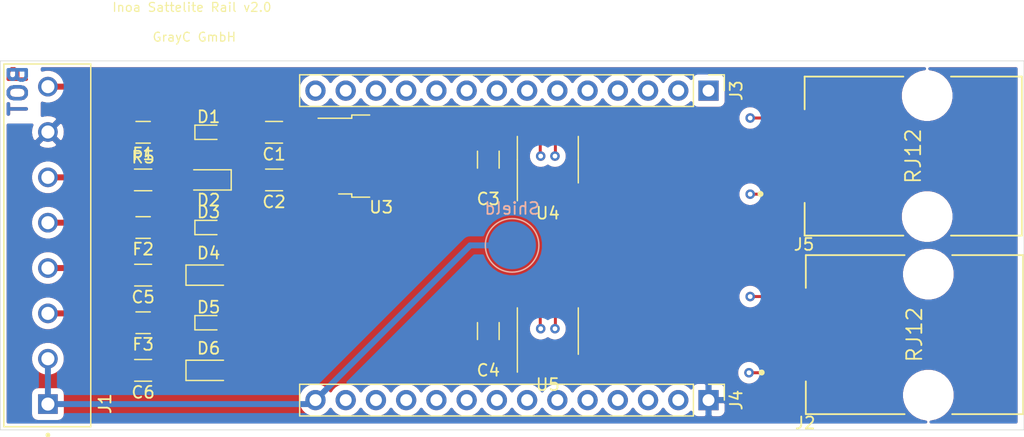
<source format=kicad_pcb>
(kicad_pcb (version 20171130) (host pcbnew 5.1.10)

  (general
    (thickness 1.6)
    (drawings 9)
    (tracks 88)
    (zones 0)
    (modules 25)
    (nets 48)
  )

  (page A4)
  (title_block
    (date 2021-12-14)
    (rev 2.0)
    (company "GrayC GmbH")
    (comment 1 "PCB 86mmx13mm")
  )

  (layers
    (0 F.Cu signal)
    (31 B.Cu signal)
    (32 B.Adhes user)
    (33 F.Adhes user)
    (34 B.Paste user)
    (35 F.Paste user)
    (36 B.SilkS user)
    (37 F.SilkS user)
    (38 B.Mask user)
    (39 F.Mask user)
    (40 Dwgs.User user)
    (41 Cmts.User user)
    (42 Eco1.User user)
    (43 Eco2.User user)
    (44 Edge.Cuts user)
    (45 Margin user)
    (46 B.CrtYd user)
    (47 F.CrtYd user)
    (48 B.Fab user)
    (49 F.Fab user)
  )

  (setup
    (last_trace_width 0.25)
    (user_trace_width 0.5)
    (trace_clearance 0.2)
    (zone_clearance 0.508)
    (zone_45_only no)
    (trace_min 0.2)
    (via_size 0.8)
    (via_drill 0.4)
    (via_min_size 0.4)
    (via_min_drill 0.3)
    (uvia_size 0.3)
    (uvia_drill 0.1)
    (uvias_allowed no)
    (uvia_min_size 0.2)
    (uvia_min_drill 0.1)
    (edge_width 0.05)
    (segment_width 0.2)
    (pcb_text_width 0.3)
    (pcb_text_size 1.5 1.5)
    (mod_edge_width 0.12)
    (mod_text_size 1 1)
    (mod_text_width 0.15)
    (pad_size 1.524 1.524)
    (pad_drill 0.762)
    (pad_to_mask_clearance 0)
    (aux_axis_origin 0 0)
    (visible_elements FFFFFF7F)
    (pcbplotparams
      (layerselection 0x010fc_ffffffff)
      (usegerberextensions false)
      (usegerberattributes true)
      (usegerberadvancedattributes true)
      (creategerberjobfile true)
      (excludeedgelayer true)
      (linewidth 0.100000)
      (plotframeref false)
      (viasonmask false)
      (mode 1)
      (useauxorigin false)
      (hpglpennumber 1)
      (hpglpenspeed 20)
      (hpglpendiameter 15.000000)
      (psnegative false)
      (psa4output false)
      (plotreference true)
      (plotvalue true)
      (plotinvisibletext false)
      (padsonsilk false)
      (subtractmaskfromsilk false)
      (outputformat 1)
      (mirror false)
      (drillshape 1)
      (scaleselection 1)
      (outputdirectory ""))
  )

  (net 0 "")
  (net 1 GND)
  (net 2 "Net-(C1-Pad1)")
  (net 3 +3V3)
  (net 4 "Net-(D1-Pad1)")
  (net 5 VCC)
  (net 6 GNDPWR)
  (net 7 GND1)
  (net 8 RS485_0_B)
  (net 9 RS485_0_A)
  (net 10 RS485_0_TX)
  (net 11 RS485_0_TXE)
  (net 12 RS485_0_RX)
  (net 13 "Net-(J3-Pad14)")
  (net 14 "Net-(J3-Pad11)")
  (net 15 "Net-(J3-Pad8)")
  (net 16 "Net-(J3-Pad7)")
  (net 17 "Net-(J3-Pad3)")
  (net 18 "Net-(J3-Pad2)")
  (net 19 "Net-(J4-Pad11)")
  (net 20 "Net-(J4-Pad9)")
  (net 21 "Net-(J4-Pad8)")
  (net 22 "Net-(J4-Pad7)")
  (net 23 "Net-(J4-Pad2)")
  (net 24 RS485_1_B)
  (net 25 RS485_1_A)
  (net 26 RS485_1_RX)
  (net 27 RS485_1_TX)
  (net 28 RS485_1_TXE)
  (net 29 "Net-(J3-Pad13)")
  (net 30 "Net-(J3-Pad12)")
  (net 31 "Net-(J3-Pad5)")
  (net 32 "Net-(J4-Pad10)")
  (net 33 "Net-(J4-Pad5)")
  (net 34 "Net-(J4-Pad4)")
  (net 35 +12V)
  (net 36 "Net-(D3-Pad1)")
  (net 37 +12VA)
  (net 38 "Net-(J5-Pad5)")
  (net 39 "Net-(J5-Pad4)")
  (net 40 "Net-(J2-Pad4)")
  (net 41 "Net-(D5-Pad1)")
  (net 42 "Net-(J2-Pad5)")
  (net 43 "Net-(J4-Pad6)")
  (net 44 "Net-(J4-Pad3)")
  (net 45 GND2)
  (net 46 VDD)
  (net 47 VDDA)

  (net_class Default "This is the default net class."
    (clearance 0.2)
    (trace_width 0.25)
    (via_dia 0.8)
    (via_drill 0.4)
    (uvia_dia 0.3)
    (uvia_drill 0.1)
    (add_net +12V)
    (add_net +12VA)
    (add_net +3V3)
    (add_net GND)
    (add_net GND1)
    (add_net GND2)
    (add_net GNDPWR)
    (add_net "Net-(C1-Pad1)")
    (add_net "Net-(D1-Pad1)")
    (add_net "Net-(D3-Pad1)")
    (add_net "Net-(D5-Pad1)")
    (add_net "Net-(J2-Pad4)")
    (add_net "Net-(J2-Pad5)")
    (add_net "Net-(J3-Pad11)")
    (add_net "Net-(J3-Pad12)")
    (add_net "Net-(J3-Pad13)")
    (add_net "Net-(J3-Pad14)")
    (add_net "Net-(J3-Pad2)")
    (add_net "Net-(J3-Pad3)")
    (add_net "Net-(J3-Pad5)")
    (add_net "Net-(J3-Pad7)")
    (add_net "Net-(J3-Pad8)")
    (add_net "Net-(J4-Pad10)")
    (add_net "Net-(J4-Pad11)")
    (add_net "Net-(J4-Pad2)")
    (add_net "Net-(J4-Pad3)")
    (add_net "Net-(J4-Pad4)")
    (add_net "Net-(J4-Pad5)")
    (add_net "Net-(J4-Pad6)")
    (add_net "Net-(J4-Pad7)")
    (add_net "Net-(J4-Pad8)")
    (add_net "Net-(J4-Pad9)")
    (add_net "Net-(J5-Pad4)")
    (add_net "Net-(J5-Pad5)")
    (add_net RS485_0_A)
    (add_net RS485_0_B)
    (add_net RS485_0_RX)
    (add_net RS485_0_TX)
    (add_net RS485_0_TXE)
    (add_net RS485_1_A)
    (add_net RS485_1_B)
    (add_net RS485_1_RX)
    (add_net RS485_1_TX)
    (add_net RS485_1_TXE)
    (add_net VCC)
    (add_net VDD)
    (add_net VDDA)
  )

  (module Fuse:Fuse_1206_3216Metric_Pad1.42x1.75mm_HandSolder (layer F.Cu) (tedit 5F68FEF1) (tstamp 6206B8E0)
    (at 112 102 180)
    (descr "Fuse SMD 1206 (3216 Metric), square (rectangular) end terminal, IPC_7351 nominal with elongated pad for handsoldering. (Body size source: http://www.tortai-tech.com/upload/download/2011102023233369053.pdf), generated with kicad-footprint-generator")
    (tags "fuse handsolder")
    (path /620B3869)
    (attr smd)
    (fp_text reference F3 (at 0 -1.82) (layer F.SilkS)
      (effects (font (size 1 1) (thickness 0.15)))
    )
    (fp_text value 12V/3A (at 0 1.82) (layer F.Fab)
      (effects (font (size 1 1) (thickness 0.15)))
    )
    (fp_line (start -1.6 0.8) (end -1.6 -0.8) (layer F.Fab) (width 0.1))
    (fp_line (start -1.6 -0.8) (end 1.6 -0.8) (layer F.Fab) (width 0.1))
    (fp_line (start 1.6 -0.8) (end 1.6 0.8) (layer F.Fab) (width 0.1))
    (fp_line (start 1.6 0.8) (end -1.6 0.8) (layer F.Fab) (width 0.1))
    (fp_line (start -0.602064 -0.91) (end 0.602064 -0.91) (layer F.SilkS) (width 0.12))
    (fp_line (start -0.602064 0.91) (end 0.602064 0.91) (layer F.SilkS) (width 0.12))
    (fp_line (start -2.45 1.12) (end -2.45 -1.12) (layer F.CrtYd) (width 0.05))
    (fp_line (start -2.45 -1.12) (end 2.45 -1.12) (layer F.CrtYd) (width 0.05))
    (fp_line (start 2.45 -1.12) (end 2.45 1.12) (layer F.CrtYd) (width 0.05))
    (fp_line (start 2.45 1.12) (end -2.45 1.12) (layer F.CrtYd) (width 0.05))
    (fp_text user %R (at 0 0) (layer F.Fab)
      (effects (font (size 0.8 0.8) (thickness 0.12)))
    )
    (pad 2 smd roundrect (at 1.4875 0 180) (size 1.425 1.75) (layers F.Cu F.Paste F.Mask) (roundrect_rratio 0.175439)
      (net 47 VDDA))
    (pad 1 smd roundrect (at -1.4875 0 180) (size 1.425 1.75) (layers F.Cu F.Paste F.Mask) (roundrect_rratio 0.175439)
      (net 41 "Net-(D5-Pad1)"))
    (model ${KISYS3DMOD}/Fuse.3dshapes/Fuse_1206_3216Metric.wrl
      (at (xyz 0 0 0))
      (scale (xyz 1 1 1))
      (rotate (xyz 0 0 0))
    )
  )

  (module footprints:PHOENIX_1727078 (layer F.Cu) (tedit 61924FA1) (tstamp 620580DE)
    (at 104 95.5 90)
    (path /61A459FD)
    (fp_text reference J1 (at -13.3 4.8 90) (layer F.SilkS)
      (effects (font (size 1 1) (thickness 0.15)))
    )
    (fp_text value North (at -5.71 5.135 90) (layer F.Fab) hide
      (effects (font (size 1 1) (thickness 0.15)))
    )
    (fp_circle (center -15.935 0) (end -15.835 0) (layer F.Fab) (width 0.2))
    (fp_circle (center -15.935 0) (end -15.835 0) (layer F.SilkS) (width 0.2))
    (fp_line (start -15.485 3.85) (end -15.485 -3.95) (layer F.CrtYd) (width 0.05))
    (fp_line (start 15.485 3.85) (end -15.485 3.85) (layer F.CrtYd) (width 0.05))
    (fp_line (start 15.485 -3.95) (end 15.485 3.85) (layer F.CrtYd) (width 0.05))
    (fp_line (start -15.485 -3.95) (end 15.485 -3.95) (layer F.CrtYd) (width 0.05))
    (fp_line (start 15.235 -3.7) (end 15.235 3.6) (layer F.SilkS) (width 0.127))
    (fp_line (start 15.235 3.6) (end -15.235 3.6) (layer F.SilkS) (width 0.127))
    (fp_line (start -15.235 3.6) (end -15.235 -3.7) (layer F.SilkS) (width 0.127))
    (fp_line (start -15.235 -3.7) (end 15.235 -3.7) (layer F.SilkS) (width 0.127))
    (fp_line (start -15.235 3.6) (end -15.235 -3.7) (layer F.Fab) (width 0.127))
    (fp_line (start 15.235 3.6) (end -15.235 3.6) (layer F.Fab) (width 0.127))
    (fp_line (start 15.235 -3.7) (end 15.235 3.6) (layer F.Fab) (width 0.127))
    (fp_line (start -15.235 -3.7) (end 15.235 -3.7) (layer F.Fab) (width 0.127))
    (pad 8 thru_hole circle (at 13.335 0 90) (size 1.65 1.65) (drill 1.1) (layers *.Cu *.Mask)
      (net 5 VCC))
    (pad 7 thru_hole circle (at 9.525 0 90) (size 1.65 1.65) (drill 1.1) (layers *.Cu *.Mask)
      (net 1 GND))
    (pad 6 thru_hole circle (at 5.715 0 90) (size 1.65 1.65) (drill 1.1) (layers *.Cu *.Mask)
      (net 46 VDD))
    (pad 5 thru_hole circle (at 1.905 0 90) (size 1.65 1.65) (drill 1.1) (layers *.Cu *.Mask)
      (net 7 GND1))
    (pad 4 thru_hole circle (at -1.905 0 90) (size 1.65 1.65) (drill 1.1) (layers *.Cu *.Mask)
      (net 47 VDDA))
    (pad 3 thru_hole circle (at -5.715 0 90) (size 1.65 1.65) (drill 1.1) (layers *.Cu *.Mask)
      (net 45 GND2))
    (pad 1 thru_hole rect (at -13.335 0 90) (size 1.65 1.65) (drill 1.1) (layers *.Cu *.Mask)
      (net 6 GNDPWR))
    (pad 2 thru_hole circle (at -9.525 0 90) (size 1.65 1.65) (drill 1.1) (layers *.Cu *.Mask)
      (net 6 GNDPWR))
    (model /home/fabian/projects/grayc/inoa/satellite/libraries/models/1727078.step
      (offset (xyz 15 3.5 0))
      (scale (xyz 1 1 1))
      (rotate (xyz -90 0 -90))
    )
  )

  (module footprints:Molex-95501-6669-MFG (layer F.Cu) (tedit 61689125) (tstamp 620680AB)
    (at 176.8 103 90)
    (path /620765E7)
    (fp_text reference J2 (at -7.425 -8.22) (layer F.SilkS)
      (effects (font (size 1 1) (thickness 0.15)) (justify right))
    )
    (fp_text value RJ12 (at 0 0 90) (layer F.SilkS)
      (effects (font (size 1.27 1.27) (thickness 0.15)))
    )
    (fp_circle (center -3.18 -12.83) (end -3.055 -12.83) (layer F.SilkS) (width 0.25))
    (fp_line (start -6.68 -0.83) (end -6.68 -9.125) (layer F.SilkS) (width 0.15))
    (fp_line (start -6.68 9.125) (end -6.68 3.17) (layer F.SilkS) (width 0.15))
    (fp_line (start -6.68 9.125) (end 6.68 9.125) (layer F.SilkS) (width 0.15))
    (fp_line (start 6.68 -0.83) (end 6.68 -9.125) (layer F.SilkS) (width 0.15))
    (fp_line (start 6.68 9.125) (end 6.68 3.17) (layer F.SilkS) (width 0.15))
    (fp_line (start 3.93 -9.125) (end 6.68 -9.125) (layer F.SilkS) (width 0.15))
    (fp_line (start -6.68 -9.125) (end -3.93 -9.125) (layer F.SilkS) (width 0.15))
    (fp_line (start 6.73 9.15) (end 6.73 -12.255) (layer F.CrtYd) (width 0.15))
    (fp_line (start -6.73 9.15) (end 6.73 9.15) (layer F.CrtYd) (width 0.15))
    (fp_line (start -6.73 -12.255) (end -6.73 9.15) (layer F.CrtYd) (width 0.15))
    (fp_line (start 6.73 -12.255) (end -6.73 -12.255) (layer F.CrtYd) (width 0.15))
    (fp_line (start 6.73 -12.255) (end 6.73 -12.255) (layer F.CrtYd) (width 0.15))
    (fp_line (start 6.68 9.125) (end -6.68 9.125) (layer F.Fab) (width 0.15))
    (fp_line (start 6.68 -9.125) (end 6.68 9.125) (layer F.Fab) (width 0.15))
    (fp_line (start -6.68 -9.125) (end 6.68 -9.125) (layer F.Fab) (width 0.15))
    (fp_line (start -6.68 9.125) (end -6.68 -9.125) (layer F.Fab) (width 0.15))
    (pad ~ np_thru_hole circle (at 5.08 1.17 90) (size 3.25 3.25) (drill 3.25) (layers *.Cu *.Mask))
    (pad ~ np_thru_hole circle (at -5.08 1.17 90) (size 3.25 3.25) (drill 3.25) (layers *.Cu *.Mask))
    (pad 6 smd rect (at 3.175 -9.055 90) (size 0.76 6.35) (layers F.Cu F.Paste F.Mask)
      (net 25 RS485_1_A))
    (pad 5 smd rect (at 1.905 -9.055 90) (size 0.76 6.35) (layers F.Cu F.Paste F.Mask)
      (net 42 "Net-(J2-Pad5)"))
    (pad 4 smd rect (at 0.635 -9.055 90) (size 0.76 6.35) (layers F.Cu F.Paste F.Mask)
      (net 40 "Net-(J2-Pad4)"))
    (pad 3 smd rect (at -0.635 -9.055 90) (size 0.76 6.35) (layers F.Cu F.Paste F.Mask)
      (net 45 GND2))
    (pad 2 smd rect (at -1.905 -9.055 90) (size 0.76 6.35) (layers F.Cu F.Paste F.Mask)
      (net 37 +12VA))
    (pad 1 smd rect (at -3.175 -9.055 90) (size 0.76 6.35) (layers F.Cu F.Paste F.Mask)
      (net 24 RS485_1_B))
    (model /home/fabian/projects/grayc/inoa/satellite/libraries/models/Molex_-_95501-6669.step
      (at (xyz 0 0 0))
      (scale (xyz 1 1 1))
      (rotate (xyz 0 0 0))
    )
  )

  (module Diode_SMD:D_SOD-323_HandSoldering (layer F.Cu) (tedit 58641869) (tstamp 6206800B)
    (at 117.5 106)
    (descr SOD-323)
    (tags SOD-323)
    (path /620B3871)
    (attr smd)
    (fp_text reference D6 (at 0 -1.85) (layer F.SilkS)
      (effects (font (size 1 1) (thickness 0.15)))
    )
    (fp_text value 1N5819 (at 0.1 1.9) (layer F.Fab)
      (effects (font (size 1 1) (thickness 0.15)))
    )
    (fp_line (start -1.9 -0.85) (end 1.25 -0.85) (layer F.SilkS) (width 0.12))
    (fp_line (start -1.9 0.85) (end 1.25 0.85) (layer F.SilkS) (width 0.12))
    (fp_line (start -2 -0.95) (end -2 0.95) (layer F.CrtYd) (width 0.05))
    (fp_line (start -2 0.95) (end 2 0.95) (layer F.CrtYd) (width 0.05))
    (fp_line (start 2 -0.95) (end 2 0.95) (layer F.CrtYd) (width 0.05))
    (fp_line (start -2 -0.95) (end 2 -0.95) (layer F.CrtYd) (width 0.05))
    (fp_line (start -0.9 -0.7) (end 0.9 -0.7) (layer F.Fab) (width 0.1))
    (fp_line (start 0.9 -0.7) (end 0.9 0.7) (layer F.Fab) (width 0.1))
    (fp_line (start 0.9 0.7) (end -0.9 0.7) (layer F.Fab) (width 0.1))
    (fp_line (start -0.9 0.7) (end -0.9 -0.7) (layer F.Fab) (width 0.1))
    (fp_line (start -0.3 -0.35) (end -0.3 0.35) (layer F.Fab) (width 0.1))
    (fp_line (start -0.3 0) (end -0.5 0) (layer F.Fab) (width 0.1))
    (fp_line (start -0.3 0) (end 0.2 -0.35) (layer F.Fab) (width 0.1))
    (fp_line (start 0.2 -0.35) (end 0.2 0.35) (layer F.Fab) (width 0.1))
    (fp_line (start 0.2 0.35) (end -0.3 0) (layer F.Fab) (width 0.1))
    (fp_line (start 0.2 0) (end 0.45 0) (layer F.Fab) (width 0.1))
    (fp_line (start -1.9 -0.85) (end -1.9 0.85) (layer F.SilkS) (width 0.12))
    (fp_text user %R (at 0 -1.85) (layer F.Fab)
      (effects (font (size 1 1) (thickness 0.15)))
    )
    (pad 2 smd rect (at 1.25 0) (size 1 1) (layers F.Cu F.Paste F.Mask)
      (net 41 "Net-(D5-Pad1)"))
    (pad 1 smd rect (at -1.25 0) (size 1 1) (layers F.Cu F.Paste F.Mask)
      (net 37 +12VA))
    (model ${KISYS3DMOD}/Diode_SMD.3dshapes/D_SOD-323.wrl
      (at (xyz 0 0 0))
      (scale (xyz 1 1 1))
      (rotate (xyz 0 0 0))
    )
  )

  (module Diode_SMD:D_SOD-523 (layer F.Cu) (tedit 586419F0) (tstamp 62067FF3)
    (at 117.5 102)
    (descr "http://www.diodes.com/datasheets/ap02001.pdf p.144")
    (tags "Diode SOD523")
    (path /620B3886)
    (attr smd)
    (fp_text reference D5 (at 0 -1.3) (layer F.SilkS)
      (effects (font (size 1 1) (thickness 0.15)))
    )
    (fp_text value 13V (at 0 1.4) (layer F.Fab)
      (effects (font (size 1 1) (thickness 0.15)))
    )
    (fp_line (start 0.7 0.6) (end -1.15 0.6) (layer F.SilkS) (width 0.12))
    (fp_line (start 0.7 -0.6) (end -1.15 -0.6) (layer F.SilkS) (width 0.12))
    (fp_line (start 0.65 0.45) (end -0.65 0.45) (layer F.Fab) (width 0.1))
    (fp_line (start -0.65 0.45) (end -0.65 -0.45) (layer F.Fab) (width 0.1))
    (fp_line (start -0.65 -0.45) (end 0.65 -0.45) (layer F.Fab) (width 0.1))
    (fp_line (start 0.65 -0.45) (end 0.65 0.45) (layer F.Fab) (width 0.1))
    (fp_line (start -0.2 0.2) (end -0.2 -0.2) (layer F.Fab) (width 0.1))
    (fp_line (start -0.2 0) (end -0.35 0) (layer F.Fab) (width 0.1))
    (fp_line (start -0.2 0) (end 0.1 0.2) (layer F.Fab) (width 0.1))
    (fp_line (start 0.1 0.2) (end 0.1 -0.2) (layer F.Fab) (width 0.1))
    (fp_line (start 0.1 -0.2) (end -0.2 0) (layer F.Fab) (width 0.1))
    (fp_line (start 0.1 0) (end 0.25 0) (layer F.Fab) (width 0.1))
    (fp_line (start 1.25 0.7) (end -1.25 0.7) (layer F.CrtYd) (width 0.05))
    (fp_line (start -1.25 0.7) (end -1.25 -0.7) (layer F.CrtYd) (width 0.05))
    (fp_line (start -1.25 -0.7) (end 1.25 -0.7) (layer F.CrtYd) (width 0.05))
    (fp_line (start 1.25 -0.7) (end 1.25 0.7) (layer F.CrtYd) (width 0.05))
    (fp_line (start -1.15 -0.6) (end -1.15 0.6) (layer F.SilkS) (width 0.12))
    (fp_text user %R (at 0 -1.3) (layer F.Fab)
      (effects (font (size 1 1) (thickness 0.15)))
    )
    (pad 1 smd rect (at -0.7 0 180) (size 0.6 0.7) (layers F.Cu F.Paste F.Mask)
      (net 41 "Net-(D5-Pad1)"))
    (pad 2 smd rect (at 0.7 0 180) (size 0.6 0.7) (layers F.Cu F.Paste F.Mask)
      (net 45 GND2))
    (model ${KISYS3DMOD}/Diode_SMD.3dshapes/D_SOD-523.wrl
      (at (xyz 0 0 0))
      (scale (xyz 1 1 1))
      (rotate (xyz 0 0 0))
    )
  )

  (module Capacitor_SMD:C_1206_3216Metric_Pad1.33x1.80mm_HandSolder (layer F.Cu) (tedit 5F68FEEF) (tstamp 62067F23)
    (at 112 106 180)
    (descr "Capacitor SMD 1206 (3216 Metric), square (rectangular) end terminal, IPC_7351 nominal with elongated pad for handsoldering. (Body size source: IPC-SM-782 page 76, https://www.pcb-3d.com/wordpress/wp-content/uploads/ipc-sm-782a_amendment_1_and_2.pdf), generated with kicad-footprint-generator")
    (tags "capacitor handsolder")
    (path /620B3879)
    (attr smd)
    (fp_text reference C6 (at 0 -1.85) (layer F.SilkS)
      (effects (font (size 1 1) (thickness 0.15)))
    )
    (fp_text value "100nF / 35V" (at 0 1.85) (layer F.Fab)
      (effects (font (size 1 1) (thickness 0.15)))
    )
    (fp_line (start 2.48 1.15) (end -2.48 1.15) (layer F.CrtYd) (width 0.05))
    (fp_line (start 2.48 -1.15) (end 2.48 1.15) (layer F.CrtYd) (width 0.05))
    (fp_line (start -2.48 -1.15) (end 2.48 -1.15) (layer F.CrtYd) (width 0.05))
    (fp_line (start -2.48 1.15) (end -2.48 -1.15) (layer F.CrtYd) (width 0.05))
    (fp_line (start -0.711252 0.91) (end 0.711252 0.91) (layer F.SilkS) (width 0.12))
    (fp_line (start -0.711252 -0.91) (end 0.711252 -0.91) (layer F.SilkS) (width 0.12))
    (fp_line (start 1.6 0.8) (end -1.6 0.8) (layer F.Fab) (width 0.1))
    (fp_line (start 1.6 -0.8) (end 1.6 0.8) (layer F.Fab) (width 0.1))
    (fp_line (start -1.6 -0.8) (end 1.6 -0.8) (layer F.Fab) (width 0.1))
    (fp_line (start -1.6 0.8) (end -1.6 -0.8) (layer F.Fab) (width 0.1))
    (fp_text user %R (at 0 0) (layer F.Fab)
      (effects (font (size 0.8 0.8) (thickness 0.12)))
    )
    (pad 2 smd roundrect (at 1.5625 0 180) (size 1.325 1.8) (layers F.Cu F.Paste F.Mask) (roundrect_rratio 0.188679)
      (net 45 GND2))
    (pad 1 smd roundrect (at -1.5625 0 180) (size 1.325 1.8) (layers F.Cu F.Paste F.Mask) (roundrect_rratio 0.188679)
      (net 37 +12VA))
    (model ${KISYS3DMOD}/Capacitor_SMD.3dshapes/C_1206_3216Metric.wrl
      (at (xyz 0 0 0))
      (scale (xyz 1 1 1))
      (rotate (xyz 0 0 0))
    )
  )

  (module footprints:Molex-95501-6669-MFG (layer F.Cu) (tedit 61689125) (tstamp 620574D4)
    (at 176.7 88 90)
    (path /620582D8)
    (fp_text reference J5 (at -7.425 -8.22) (layer F.SilkS)
      (effects (font (size 1 1) (thickness 0.15)) (justify right))
    )
    (fp_text value RJ12 (at 0 0 90) (layer F.SilkS)
      (effects (font (size 1.27 1.27) (thickness 0.15)))
    )
    (fp_circle (center -3.18 -12.83) (end -3.055 -12.83) (layer F.SilkS) (width 0.25))
    (fp_line (start -6.68 -0.83) (end -6.68 -9.125) (layer F.SilkS) (width 0.15))
    (fp_line (start -6.68 9.125) (end -6.68 3.17) (layer F.SilkS) (width 0.15))
    (fp_line (start -6.68 9.125) (end 6.68 9.125) (layer F.SilkS) (width 0.15))
    (fp_line (start 6.68 -0.83) (end 6.68 -9.125) (layer F.SilkS) (width 0.15))
    (fp_line (start 6.68 9.125) (end 6.68 3.17) (layer F.SilkS) (width 0.15))
    (fp_line (start 3.93 -9.125) (end 6.68 -9.125) (layer F.SilkS) (width 0.15))
    (fp_line (start -6.68 -9.125) (end -3.93 -9.125) (layer F.SilkS) (width 0.15))
    (fp_line (start 6.73 9.15) (end 6.73 -12.255) (layer F.CrtYd) (width 0.15))
    (fp_line (start -6.73 9.15) (end 6.73 9.15) (layer F.CrtYd) (width 0.15))
    (fp_line (start -6.73 -12.255) (end -6.73 9.15) (layer F.CrtYd) (width 0.15))
    (fp_line (start 6.73 -12.255) (end -6.73 -12.255) (layer F.CrtYd) (width 0.15))
    (fp_line (start 6.73 -12.255) (end 6.73 -12.255) (layer F.CrtYd) (width 0.15))
    (fp_line (start 6.68 9.125) (end -6.68 9.125) (layer F.Fab) (width 0.15))
    (fp_line (start 6.68 -9.125) (end 6.68 9.125) (layer F.Fab) (width 0.15))
    (fp_line (start -6.68 -9.125) (end 6.68 -9.125) (layer F.Fab) (width 0.15))
    (fp_line (start -6.68 9.125) (end -6.68 -9.125) (layer F.Fab) (width 0.15))
    (pad ~ np_thru_hole circle (at 5.08 1.17 90) (size 3.25 3.25) (drill 3.25) (layers *.Cu *.Mask))
    (pad ~ np_thru_hole circle (at -5.08 1.17 90) (size 3.25 3.25) (drill 3.25) (layers *.Cu *.Mask))
    (pad 6 smd rect (at 3.175 -9.055 90) (size 0.76 6.35) (layers F.Cu F.Paste F.Mask)
      (net 9 RS485_0_A))
    (pad 5 smd rect (at 1.905 -9.055 90) (size 0.76 6.35) (layers F.Cu F.Paste F.Mask)
      (net 38 "Net-(J5-Pad5)"))
    (pad 4 smd rect (at 0.635 -9.055 90) (size 0.76 6.35) (layers F.Cu F.Paste F.Mask)
      (net 39 "Net-(J5-Pad4)"))
    (pad 3 smd rect (at -0.635 -9.055 90) (size 0.76 6.35) (layers F.Cu F.Paste F.Mask)
      (net 7 GND1))
    (pad 2 smd rect (at -1.905 -9.055 90) (size 0.76 6.35) (layers F.Cu F.Paste F.Mask)
      (net 35 +12V))
    (pad 1 smd rect (at -3.175 -9.055 90) (size 0.76 6.35) (layers F.Cu F.Paste F.Mask)
      (net 8 RS485_0_B))
    (model /home/fabian/projects/grayc/inoa/satellite/libraries/models/Molex_-_95501-6669.step
      (at (xyz 0 0 0))
      (scale (xyz 1 1 1))
      (rotate (xyz 0 0 0))
    )
  )

  (module Fuse:Fuse_1206_3216Metric_Pad1.42x1.75mm_HandSolder (layer F.Cu) (tedit 5F68FEF1) (tstamp 620573E7)
    (at 112 94 180)
    (descr "Fuse SMD 1206 (3216 Metric), square (rectangular) end terminal, IPC_7351 nominal with elongated pad for handsoldering. (Body size source: http://www.tortai-tech.com/upload/download/2011102023233369053.pdf), generated with kicad-footprint-generator")
    (tags "fuse handsolder")
    (path /6214FC5D)
    (attr smd)
    (fp_text reference F2 (at 0 -1.82) (layer F.SilkS)
      (effects (font (size 1 1) (thickness 0.15)))
    )
    (fp_text value 12V/3A (at 0 1.82) (layer F.Fab)
      (effects (font (size 1 1) (thickness 0.15)))
    )
    (fp_line (start 2.45 1.12) (end -2.45 1.12) (layer F.CrtYd) (width 0.05))
    (fp_line (start 2.45 -1.12) (end 2.45 1.12) (layer F.CrtYd) (width 0.05))
    (fp_line (start -2.45 -1.12) (end 2.45 -1.12) (layer F.CrtYd) (width 0.05))
    (fp_line (start -2.45 1.12) (end -2.45 -1.12) (layer F.CrtYd) (width 0.05))
    (fp_line (start -0.602064 0.91) (end 0.602064 0.91) (layer F.SilkS) (width 0.12))
    (fp_line (start -0.602064 -0.91) (end 0.602064 -0.91) (layer F.SilkS) (width 0.12))
    (fp_line (start 1.6 0.8) (end -1.6 0.8) (layer F.Fab) (width 0.1))
    (fp_line (start 1.6 -0.8) (end 1.6 0.8) (layer F.Fab) (width 0.1))
    (fp_line (start -1.6 -0.8) (end 1.6 -0.8) (layer F.Fab) (width 0.1))
    (fp_line (start -1.6 0.8) (end -1.6 -0.8) (layer F.Fab) (width 0.1))
    (fp_text user %R (at 0 0) (layer F.Fab)
      (effects (font (size 0.8 0.8) (thickness 0.12)))
    )
    (pad 2 smd roundrect (at 1.4875 0 180) (size 1.425 1.75) (layers F.Cu F.Paste F.Mask) (roundrect_rratio 0.175439)
      (net 46 VDD))
    (pad 1 smd roundrect (at -1.4875 0 180) (size 1.425 1.75) (layers F.Cu F.Paste F.Mask) (roundrect_rratio 0.175439)
      (net 36 "Net-(D3-Pad1)"))
    (model ${KISYS3DMOD}/Fuse.3dshapes/Fuse_1206_3216Metric.wrl
      (at (xyz 0 0 0))
      (scale (xyz 1 1 1))
      (rotate (xyz 0 0 0))
    )
  )

  (module Diode_SMD:D_SOD-323_HandSoldering (layer F.Cu) (tedit 58641869) (tstamp 620573C6)
    (at 117.5 98)
    (descr SOD-323)
    (tags SOD-323)
    (path /6214FC65)
    (attr smd)
    (fp_text reference D4 (at 0 -1.85) (layer F.SilkS)
      (effects (font (size 1 1) (thickness 0.15)))
    )
    (fp_text value 1N5819 (at 0.1 1.9) (layer F.Fab)
      (effects (font (size 1 1) (thickness 0.15)))
    )
    (fp_line (start -1.9 -0.85) (end 1.25 -0.85) (layer F.SilkS) (width 0.12))
    (fp_line (start -1.9 0.85) (end 1.25 0.85) (layer F.SilkS) (width 0.12))
    (fp_line (start -2 -0.95) (end -2 0.95) (layer F.CrtYd) (width 0.05))
    (fp_line (start -2 0.95) (end 2 0.95) (layer F.CrtYd) (width 0.05))
    (fp_line (start 2 -0.95) (end 2 0.95) (layer F.CrtYd) (width 0.05))
    (fp_line (start -2 -0.95) (end 2 -0.95) (layer F.CrtYd) (width 0.05))
    (fp_line (start -0.9 -0.7) (end 0.9 -0.7) (layer F.Fab) (width 0.1))
    (fp_line (start 0.9 -0.7) (end 0.9 0.7) (layer F.Fab) (width 0.1))
    (fp_line (start 0.9 0.7) (end -0.9 0.7) (layer F.Fab) (width 0.1))
    (fp_line (start -0.9 0.7) (end -0.9 -0.7) (layer F.Fab) (width 0.1))
    (fp_line (start -0.3 -0.35) (end -0.3 0.35) (layer F.Fab) (width 0.1))
    (fp_line (start -0.3 0) (end -0.5 0) (layer F.Fab) (width 0.1))
    (fp_line (start -0.3 0) (end 0.2 -0.35) (layer F.Fab) (width 0.1))
    (fp_line (start 0.2 -0.35) (end 0.2 0.35) (layer F.Fab) (width 0.1))
    (fp_line (start 0.2 0.35) (end -0.3 0) (layer F.Fab) (width 0.1))
    (fp_line (start 0.2 0) (end 0.45 0) (layer F.Fab) (width 0.1))
    (fp_line (start -1.9 -0.85) (end -1.9 0.85) (layer F.SilkS) (width 0.12))
    (fp_text user %R (at 0 -1.85) (layer F.Fab)
      (effects (font (size 1 1) (thickness 0.15)))
    )
    (pad 2 smd rect (at 1.25 0) (size 1 1) (layers F.Cu F.Paste F.Mask)
      (net 36 "Net-(D3-Pad1)"))
    (pad 1 smd rect (at -1.25 0) (size 1 1) (layers F.Cu F.Paste F.Mask)
      (net 35 +12V))
    (model ${KISYS3DMOD}/Diode_SMD.3dshapes/D_SOD-323.wrl
      (at (xyz 0 0 0))
      (scale (xyz 1 1 1))
      (rotate (xyz 0 0 0))
    )
  )

  (module Diode_SMD:D_SOD-523 (layer F.Cu) (tedit 586419F0) (tstamp 620573AE)
    (at 117.5 94)
    (descr "http://www.diodes.com/datasheets/ap02001.pdf p.144")
    (tags "Diode SOD523")
    (path /6214FC9A)
    (attr smd)
    (fp_text reference D3 (at 0 -1.3) (layer F.SilkS)
      (effects (font (size 1 1) (thickness 0.15)))
    )
    (fp_text value 13V (at 0 1.4) (layer F.Fab)
      (effects (font (size 1 1) (thickness 0.15)))
    )
    (fp_line (start 0.7 0.6) (end -1.15 0.6) (layer F.SilkS) (width 0.12))
    (fp_line (start 0.7 -0.6) (end -1.15 -0.6) (layer F.SilkS) (width 0.12))
    (fp_line (start 0.65 0.45) (end -0.65 0.45) (layer F.Fab) (width 0.1))
    (fp_line (start -0.65 0.45) (end -0.65 -0.45) (layer F.Fab) (width 0.1))
    (fp_line (start -0.65 -0.45) (end 0.65 -0.45) (layer F.Fab) (width 0.1))
    (fp_line (start 0.65 -0.45) (end 0.65 0.45) (layer F.Fab) (width 0.1))
    (fp_line (start -0.2 0.2) (end -0.2 -0.2) (layer F.Fab) (width 0.1))
    (fp_line (start -0.2 0) (end -0.35 0) (layer F.Fab) (width 0.1))
    (fp_line (start -0.2 0) (end 0.1 0.2) (layer F.Fab) (width 0.1))
    (fp_line (start 0.1 0.2) (end 0.1 -0.2) (layer F.Fab) (width 0.1))
    (fp_line (start 0.1 -0.2) (end -0.2 0) (layer F.Fab) (width 0.1))
    (fp_line (start 0.1 0) (end 0.25 0) (layer F.Fab) (width 0.1))
    (fp_line (start 1.25 0.7) (end -1.25 0.7) (layer F.CrtYd) (width 0.05))
    (fp_line (start -1.25 0.7) (end -1.25 -0.7) (layer F.CrtYd) (width 0.05))
    (fp_line (start -1.25 -0.7) (end 1.25 -0.7) (layer F.CrtYd) (width 0.05))
    (fp_line (start 1.25 -0.7) (end 1.25 0.7) (layer F.CrtYd) (width 0.05))
    (fp_line (start -1.15 -0.6) (end -1.15 0.6) (layer F.SilkS) (width 0.12))
    (fp_text user %R (at 0 -1.3) (layer F.Fab)
      (effects (font (size 1 1) (thickness 0.15)))
    )
    (pad 1 smd rect (at -0.7 0 180) (size 0.6 0.7) (layers F.Cu F.Paste F.Mask)
      (net 36 "Net-(D3-Pad1)"))
    (pad 2 smd rect (at 0.7 0 180) (size 0.6 0.7) (layers F.Cu F.Paste F.Mask)
      (net 7 GND1))
    (model ${KISYS3DMOD}/Diode_SMD.3dshapes/D_SOD-523.wrl
      (at (xyz 0 0 0))
      (scale (xyz 1 1 1))
      (rotate (xyz 0 0 0))
    )
  )

  (module Capacitor_SMD:C_1206_3216Metric_Pad1.33x1.80mm_HandSolder (layer F.Cu) (tedit 5F68FEEF) (tstamp 6205733A)
    (at 112 98 180)
    (descr "Capacitor SMD 1206 (3216 Metric), square (rectangular) end terminal, IPC_7351 nominal with elongated pad for handsoldering. (Body size source: IPC-SM-782 page 76, https://www.pcb-3d.com/wordpress/wp-content/uploads/ipc-sm-782a_amendment_1_and_2.pdf), generated with kicad-footprint-generator")
    (tags "capacitor handsolder")
    (path /6214FC75)
    (attr smd)
    (fp_text reference C5 (at 0 -1.85) (layer F.SilkS)
      (effects (font (size 1 1) (thickness 0.15)))
    )
    (fp_text value "100nF / 35V" (at 0 1.85) (layer F.Fab)
      (effects (font (size 1 1) (thickness 0.15)))
    )
    (fp_line (start 2.48 1.15) (end -2.48 1.15) (layer F.CrtYd) (width 0.05))
    (fp_line (start 2.48 -1.15) (end 2.48 1.15) (layer F.CrtYd) (width 0.05))
    (fp_line (start -2.48 -1.15) (end 2.48 -1.15) (layer F.CrtYd) (width 0.05))
    (fp_line (start -2.48 1.15) (end -2.48 -1.15) (layer F.CrtYd) (width 0.05))
    (fp_line (start -0.711252 0.91) (end 0.711252 0.91) (layer F.SilkS) (width 0.12))
    (fp_line (start -0.711252 -0.91) (end 0.711252 -0.91) (layer F.SilkS) (width 0.12))
    (fp_line (start 1.6 0.8) (end -1.6 0.8) (layer F.Fab) (width 0.1))
    (fp_line (start 1.6 -0.8) (end 1.6 0.8) (layer F.Fab) (width 0.1))
    (fp_line (start -1.6 -0.8) (end 1.6 -0.8) (layer F.Fab) (width 0.1))
    (fp_line (start -1.6 0.8) (end -1.6 -0.8) (layer F.Fab) (width 0.1))
    (fp_text user %R (at -0.5375 0) (layer F.Fab)
      (effects (font (size 0.8 0.8) (thickness 0.12)))
    )
    (pad 2 smd roundrect (at 1.5625 0 180) (size 1.325 1.8) (layers F.Cu F.Paste F.Mask) (roundrect_rratio 0.188679)
      (net 7 GND1))
    (pad 1 smd roundrect (at -1.5625 0 180) (size 1.325 1.8) (layers F.Cu F.Paste F.Mask) (roundrect_rratio 0.188679)
      (net 35 +12V))
    (model ${KISYS3DMOD}/Capacitor_SMD.3dshapes/C_1206_3216Metric.wrl
      (at (xyz 0 0 0))
      (scale (xyz 1 1 1))
      (rotate (xyz 0 0 0))
    )
  )

  (module Diode_SMD:D_SOD-523 (layer F.Cu) (tedit 586419F0) (tstamp 620294AF)
    (at 117.5 86)
    (descr "http://www.diodes.com/datasheets/ap02001.pdf p.144")
    (tags "Diode SOD523")
    (path /62076EFE)
    (attr smd)
    (fp_text reference D1 (at 0 -1.3) (layer F.SilkS)
      (effects (font (size 1 1) (thickness 0.15)))
    )
    (fp_text value 25V (at 0 1.4) (layer F.Fab)
      (effects (font (size 1 1) (thickness 0.15)))
    )
    (fp_line (start 0.7 0.6) (end -1.15 0.6) (layer F.SilkS) (width 0.12))
    (fp_line (start 0.7 -0.6) (end -1.15 -0.6) (layer F.SilkS) (width 0.12))
    (fp_line (start 0.65 0.45) (end -0.65 0.45) (layer F.Fab) (width 0.1))
    (fp_line (start -0.65 0.45) (end -0.65 -0.45) (layer F.Fab) (width 0.1))
    (fp_line (start -0.65 -0.45) (end 0.65 -0.45) (layer F.Fab) (width 0.1))
    (fp_line (start 0.65 -0.45) (end 0.65 0.45) (layer F.Fab) (width 0.1))
    (fp_line (start -0.2 0.2) (end -0.2 -0.2) (layer F.Fab) (width 0.1))
    (fp_line (start -0.2 0) (end -0.35 0) (layer F.Fab) (width 0.1))
    (fp_line (start -0.2 0) (end 0.1 0.2) (layer F.Fab) (width 0.1))
    (fp_line (start 0.1 0.2) (end 0.1 -0.2) (layer F.Fab) (width 0.1))
    (fp_line (start 0.1 -0.2) (end -0.2 0) (layer F.Fab) (width 0.1))
    (fp_line (start 0.1 0) (end 0.25 0) (layer F.Fab) (width 0.1))
    (fp_line (start 1.25 0.7) (end -1.25 0.7) (layer F.CrtYd) (width 0.05))
    (fp_line (start -1.25 0.7) (end -1.25 -0.7) (layer F.CrtYd) (width 0.05))
    (fp_line (start -1.25 -0.7) (end 1.25 -0.7) (layer F.CrtYd) (width 0.05))
    (fp_line (start 1.25 -0.7) (end 1.25 0.7) (layer F.CrtYd) (width 0.05))
    (fp_line (start -1.15 -0.6) (end -1.15 0.6) (layer F.SilkS) (width 0.12))
    (fp_text user %R (at 0 -1.3) (layer F.Fab)
      (effects (font (size 1 1) (thickness 0.15)))
    )
    (pad 1 smd rect (at -0.7 0 180) (size 0.6 0.7) (layers F.Cu F.Paste F.Mask)
      (net 4 "Net-(D1-Pad1)"))
    (pad 2 smd rect (at 0.7 0 180) (size 0.6 0.7) (layers F.Cu F.Paste F.Mask)
      (net 1 GND))
    (model ${KISYS3DMOD}/Diode_SMD.3dshapes/D_SOD-523.wrl
      (at (xyz 0 0 0))
      (scale (xyz 1 1 1))
      (rotate (xyz 0 0 0))
    )
  )

  (module TestPoint:TestPoint_Pad_D4.0mm (layer B.Cu) (tedit 5A0F774F) (tstamp 61B91BC5)
    (at 143 95.5)
    (descr "SMD pad as test Point, diameter 4.0mm")
    (tags "test point SMD pad")
    (path /61BC6D73)
    (attr virtual)
    (fp_text reference TP1 (at 0 2.898) (layer B.SilkS) hide
      (effects (font (size 1 1) (thickness 0.15)) (justify mirror))
    )
    (fp_text value Shield (at 0 -3.1) (layer B.SilkS)
      (effects (font (size 1 1) (thickness 0.15)) (justify mirror))
    )
    (fp_circle (center 0 0) (end 2.5 0) (layer B.CrtYd) (width 0.05))
    (fp_circle (center 0 0) (end 0 -2.25) (layer B.SilkS) (width 0.12))
    (fp_text user %R (at 0 2.9) (layer B.Fab)
      (effects (font (size 1 1) (thickness 0.15)) (justify mirror))
    )
    (pad 1 smd circle (at 0 0) (size 4 4) (layers B.Cu B.Mask)
      (net 6 GNDPWR))
  )

  (module Connector_PinHeader_2.54mm:PinHeader_1x14_P2.54mm_Vertical (layer F.Cu) (tedit 59FED5CC) (tstamp 61A6A44F)
    (at 159.5 108.5 270)
    (descr "Through hole straight pin header, 1x14, 2.54mm pitch, single row")
    (tags "Through hole pin header THT 1x14 2.54mm single row")
    (path /61A769CA)
    (fp_text reference J4 (at 0 -2.33 90) (layer F.SilkS)
      (effects (font (size 1 1) (thickness 0.15)))
    )
    (fp_text value East (at 0 35.35 90) (layer F.Fab)
      (effects (font (size 1 1) (thickness 0.15)))
    )
    (fp_line (start 1.8 -1.8) (end -1.8 -1.8) (layer F.CrtYd) (width 0.05))
    (fp_line (start 1.8 34.8) (end 1.8 -1.8) (layer F.CrtYd) (width 0.05))
    (fp_line (start -1.8 34.8) (end 1.8 34.8) (layer F.CrtYd) (width 0.05))
    (fp_line (start -1.8 -1.8) (end -1.8 34.8) (layer F.CrtYd) (width 0.05))
    (fp_line (start -1.33 -1.33) (end 0 -1.33) (layer F.SilkS) (width 0.12))
    (fp_line (start -1.33 0) (end -1.33 -1.33) (layer F.SilkS) (width 0.12))
    (fp_line (start -1.33 1.27) (end 1.33 1.27) (layer F.SilkS) (width 0.12))
    (fp_line (start 1.33 1.27) (end 1.33 34.35) (layer F.SilkS) (width 0.12))
    (fp_line (start -1.33 1.27) (end -1.33 34.35) (layer F.SilkS) (width 0.12))
    (fp_line (start -1.33 34.35) (end 1.33 34.35) (layer F.SilkS) (width 0.12))
    (fp_line (start -1.27 -0.635) (end -0.635 -1.27) (layer F.Fab) (width 0.1))
    (fp_line (start -1.27 34.29) (end -1.27 -0.635) (layer F.Fab) (width 0.1))
    (fp_line (start 1.27 34.29) (end -1.27 34.29) (layer F.Fab) (width 0.1))
    (fp_line (start 1.27 -1.27) (end 1.27 34.29) (layer F.Fab) (width 0.1))
    (fp_line (start -0.635 -1.27) (end 1.27 -1.27) (layer F.Fab) (width 0.1))
    (fp_text user %R (at 0 16.51) (layer F.Fab)
      (effects (font (size 1 1) (thickness 0.15)))
    )
    (pad 14 thru_hole oval (at 0 33.02 270) (size 1.7 1.7) (drill 1) (layers *.Cu *.Mask)
      (net 6 GNDPWR))
    (pad 13 thru_hole oval (at 0 30.48 270) (size 1.7 1.7) (drill 1) (layers *.Cu *.Mask)
      (net 27 RS485_1_TX))
    (pad 12 thru_hole oval (at 0 27.94 270) (size 1.7 1.7) (drill 1) (layers *.Cu *.Mask)
      (net 28 RS485_1_TXE))
    (pad 11 thru_hole oval (at 0 25.4 270) (size 1.7 1.7) (drill 1) (layers *.Cu *.Mask)
      (net 19 "Net-(J4-Pad11)"))
    (pad 10 thru_hole oval (at 0 22.86 270) (size 1.7 1.7) (drill 1) (layers *.Cu *.Mask)
      (net 32 "Net-(J4-Pad10)"))
    (pad 9 thru_hole oval (at 0 20.32 270) (size 1.7 1.7) (drill 1) (layers *.Cu *.Mask)
      (net 20 "Net-(J4-Pad9)"))
    (pad 8 thru_hole oval (at 0 17.78 270) (size 1.7 1.7) (drill 1) (layers *.Cu *.Mask)
      (net 21 "Net-(J4-Pad8)"))
    (pad 7 thru_hole oval (at 0 15.24 270) (size 1.7 1.7) (drill 1) (layers *.Cu *.Mask)
      (net 22 "Net-(J4-Pad7)"))
    (pad 6 thru_hole oval (at 0 12.7 270) (size 1.7 1.7) (drill 1) (layers *.Cu *.Mask)
      (net 43 "Net-(J4-Pad6)"))
    (pad 5 thru_hole oval (at 0 10.16 270) (size 1.7 1.7) (drill 1) (layers *.Cu *.Mask)
      (net 33 "Net-(J4-Pad5)"))
    (pad 4 thru_hole oval (at 0 7.62 270) (size 1.7 1.7) (drill 1) (layers *.Cu *.Mask)
      (net 34 "Net-(J4-Pad4)"))
    (pad 3 thru_hole oval (at 0 5.08 270) (size 1.7 1.7) (drill 1) (layers *.Cu *.Mask)
      (net 44 "Net-(J4-Pad3)"))
    (pad 2 thru_hole oval (at 0 2.54 270) (size 1.7 1.7) (drill 1) (layers *.Cu *.Mask)
      (net 23 "Net-(J4-Pad2)"))
    (pad 1 thru_hole rect (at 0 0 270) (size 1.7 1.7) (drill 1) (layers *.Cu *.Mask)
      (net 1 GND))
    (model ${KISYS3DMOD}/Connector_PinHeader_2.54mm.3dshapes/PinHeader_1x14_P2.54mm_Vertical.wrl
      (at (xyz 0 0 0))
      (scale (xyz 1 1 1))
      (rotate (xyz 0 0 0))
    )
  )

  (module Connector_PinHeader_2.54mm:PinHeader_1x14_P2.54mm_Vertical (layer F.Cu) (tedit 59FED5CC) (tstamp 61A6A42D)
    (at 159.5 82.5 270)
    (descr "Through hole straight pin header, 1x14, 2.54mm pitch, single row")
    (tags "Through hole pin header THT 1x14 2.54mm single row")
    (path /61A75369)
    (fp_text reference J3 (at 0 -2.33 90) (layer F.SilkS)
      (effects (font (size 1 1) (thickness 0.15)))
    )
    (fp_text value West (at 0 35.35 90) (layer F.Fab)
      (effects (font (size 1 1) (thickness 0.15)))
    )
    (fp_line (start 1.8 -1.8) (end -1.8 -1.8) (layer F.CrtYd) (width 0.05))
    (fp_line (start 1.8 34.8) (end 1.8 -1.8) (layer F.CrtYd) (width 0.05))
    (fp_line (start -1.8 34.8) (end 1.8 34.8) (layer F.CrtYd) (width 0.05))
    (fp_line (start -1.8 -1.8) (end -1.8 34.8) (layer F.CrtYd) (width 0.05))
    (fp_line (start -1.33 -1.33) (end 0 -1.33) (layer F.SilkS) (width 0.12))
    (fp_line (start -1.33 0) (end -1.33 -1.33) (layer F.SilkS) (width 0.12))
    (fp_line (start -1.33 1.27) (end 1.33 1.27) (layer F.SilkS) (width 0.12))
    (fp_line (start 1.33 1.27) (end 1.33 34.35) (layer F.SilkS) (width 0.12))
    (fp_line (start -1.33 1.27) (end -1.33 34.35) (layer F.SilkS) (width 0.12))
    (fp_line (start -1.33 34.35) (end 1.33 34.35) (layer F.SilkS) (width 0.12))
    (fp_line (start -1.27 -0.635) (end -0.635 -1.27) (layer F.Fab) (width 0.1))
    (fp_line (start -1.27 34.29) (end -1.27 -0.635) (layer F.Fab) (width 0.1))
    (fp_line (start 1.27 34.29) (end -1.27 34.29) (layer F.Fab) (width 0.1))
    (fp_line (start 1.27 -1.27) (end 1.27 34.29) (layer F.Fab) (width 0.1))
    (fp_line (start -0.635 -1.27) (end 1.27 -1.27) (layer F.Fab) (width 0.1))
    (fp_text user %R (at 0 16.51) (layer F.Fab)
      (effects (font (size 1 1) (thickness 0.15)))
    )
    (pad 14 thru_hole oval (at 0 33.02 270) (size 1.7 1.7) (drill 1) (layers *.Cu *.Mask)
      (net 13 "Net-(J3-Pad14)"))
    (pad 13 thru_hole oval (at 0 30.48 270) (size 1.7 1.7) (drill 1) (layers *.Cu *.Mask)
      (net 29 "Net-(J3-Pad13)"))
    (pad 12 thru_hole oval (at 0 27.94 270) (size 1.7 1.7) (drill 1) (layers *.Cu *.Mask)
      (net 30 "Net-(J3-Pad12)"))
    (pad 11 thru_hole oval (at 0 25.4 270) (size 1.7 1.7) (drill 1) (layers *.Cu *.Mask)
      (net 14 "Net-(J3-Pad11)"))
    (pad 10 thru_hole oval (at 0 22.86 270) (size 1.7 1.7) (drill 1) (layers *.Cu *.Mask)
      (net 10 RS485_0_TX))
    (pad 9 thru_hole oval (at 0 20.32 270) (size 1.7 1.7) (drill 1) (layers *.Cu *.Mask)
      (net 11 RS485_0_TXE))
    (pad 8 thru_hole oval (at 0 17.78 270) (size 1.7 1.7) (drill 1) (layers *.Cu *.Mask)
      (net 15 "Net-(J3-Pad8)"))
    (pad 7 thru_hole oval (at 0 15.24 270) (size 1.7 1.7) (drill 1) (layers *.Cu *.Mask)
      (net 16 "Net-(J3-Pad7)"))
    (pad 6 thru_hole oval (at 0 12.7 270) (size 1.7 1.7) (drill 1) (layers *.Cu *.Mask)
      (net 26 RS485_1_RX))
    (pad 5 thru_hole oval (at 0 10.16 270) (size 1.7 1.7) (drill 1) (layers *.Cu *.Mask)
      (net 31 "Net-(J3-Pad5)"))
    (pad 4 thru_hole oval (at 0 7.62 270) (size 1.7 1.7) (drill 1) (layers *.Cu *.Mask)
      (net 12 RS485_0_RX))
    (pad 3 thru_hole oval (at 0 5.08 270) (size 1.7 1.7) (drill 1) (layers *.Cu *.Mask)
      (net 17 "Net-(J3-Pad3)"))
    (pad 2 thru_hole oval (at 0 2.54 270) (size 1.7 1.7) (drill 1) (layers *.Cu *.Mask)
      (net 18 "Net-(J3-Pad2)"))
    (pad 1 thru_hole rect (at 0 0 270) (size 1.7 1.7) (drill 1) (layers *.Cu *.Mask)
      (net 3 +3V3))
    (model ${KISYS3DMOD}/Connector_PinHeader_2.54mm.3dshapes/PinHeader_1x14_P2.54mm_Vertical.wrl
      (at (xyz 0 0 0))
      (scale (xyz 1 1 1))
      (rotate (xyz 0 0 0))
    )
  )

  (module Diode_SMD:D_SOD-323_HandSoldering (layer F.Cu) (tedit 58641869) (tstamp 6192C5E6)
    (at 117.5 90 180)
    (descr SOD-323)
    (tags SOD-323)
    (path /61931275)
    (attr smd)
    (fp_text reference D2 (at 0 -1.7) (layer F.SilkS)
      (effects (font (size 1 1) (thickness 0.15)))
    )
    (fp_text value 1N5819 (at 0.1 1.9) (layer F.Fab)
      (effects (font (size 1 1) (thickness 0.15)))
    )
    (fp_line (start -1.9 -0.85) (end 1.25 -0.85) (layer F.SilkS) (width 0.12))
    (fp_line (start -1.9 0.85) (end 1.25 0.85) (layer F.SilkS) (width 0.12))
    (fp_line (start -2 -0.95) (end -2 0.95) (layer F.CrtYd) (width 0.05))
    (fp_line (start -2 0.95) (end 2 0.95) (layer F.CrtYd) (width 0.05))
    (fp_line (start 2 -0.95) (end 2 0.95) (layer F.CrtYd) (width 0.05))
    (fp_line (start -2 -0.95) (end 2 -0.95) (layer F.CrtYd) (width 0.05))
    (fp_line (start -0.9 -0.7) (end 0.9 -0.7) (layer F.Fab) (width 0.1))
    (fp_line (start 0.9 -0.7) (end 0.9 0.7) (layer F.Fab) (width 0.1))
    (fp_line (start 0.9 0.7) (end -0.9 0.7) (layer F.Fab) (width 0.1))
    (fp_line (start -0.9 0.7) (end -0.9 -0.7) (layer F.Fab) (width 0.1))
    (fp_line (start -0.3 -0.35) (end -0.3 0.35) (layer F.Fab) (width 0.1))
    (fp_line (start -0.3 0) (end -0.5 0) (layer F.Fab) (width 0.1))
    (fp_line (start -0.3 0) (end 0.2 -0.35) (layer F.Fab) (width 0.1))
    (fp_line (start 0.2 -0.35) (end 0.2 0.35) (layer F.Fab) (width 0.1))
    (fp_line (start 0.2 0.35) (end -0.3 0) (layer F.Fab) (width 0.1))
    (fp_line (start 0.2 0) (end 0.45 0) (layer F.Fab) (width 0.1))
    (fp_line (start -1.9 -0.85) (end -1.9 0.85) (layer F.SilkS) (width 0.12))
    (fp_text user %R (at 0 -1.85) (layer F.Fab)
      (effects (font (size 1 1) (thickness 0.15)))
    )
    (pad 2 smd rect (at 1.25 0 180) (size 1 1) (layers F.Cu F.Paste F.Mask)
      (net 4 "Net-(D1-Pad1)"))
    (pad 1 smd rect (at -1.25 0 180) (size 1 1) (layers F.Cu F.Paste F.Mask)
      (net 2 "Net-(C1-Pad1)"))
    (model ${KISYS3DMOD}/Diode_SMD.3dshapes/D_SOD-323.wrl
      (at (xyz 0 0 0))
      (scale (xyz 1 1 1))
      (rotate (xyz 0 0 0))
    )
  )

  (module Package_SO:SOIC-8_3.9x4.9mm_P1.27mm (layer F.Cu) (tedit 5D9F72B1) (tstamp 61B923CC)
    (at 146 102.7 90)
    (descr "SOIC, 8 Pin (JEDEC MS-012AA, https://www.analog.com/media/en/package-pcb-resources/package/pkg_pdf/soic_narrow-r/r_8.pdf), generated with kicad-footprint-generator ipc_gullwing_generator.py")
    (tags "SOIC SO")
    (path /61A0E1CB)
    (attr smd)
    (fp_text reference U5 (at -4.5 0) (layer F.SilkS)
      (effects (font (size 1 1) (thickness 0.15)))
    )
    (fp_text value MAX3486 (at 0 3.4 90) (layer F.Fab)
      (effects (font (size 1 1) (thickness 0.15)))
    )
    (fp_line (start 3.7 -2.7) (end -3.7 -2.7) (layer F.CrtYd) (width 0.05))
    (fp_line (start 3.7 2.7) (end 3.7 -2.7) (layer F.CrtYd) (width 0.05))
    (fp_line (start -3.7 2.7) (end 3.7 2.7) (layer F.CrtYd) (width 0.05))
    (fp_line (start -3.7 -2.7) (end -3.7 2.7) (layer F.CrtYd) (width 0.05))
    (fp_line (start -1.95 -1.475) (end -0.975 -2.45) (layer F.Fab) (width 0.1))
    (fp_line (start -1.95 2.45) (end -1.95 -1.475) (layer F.Fab) (width 0.1))
    (fp_line (start 1.95 2.45) (end -1.95 2.45) (layer F.Fab) (width 0.1))
    (fp_line (start 1.95 -2.45) (end 1.95 2.45) (layer F.Fab) (width 0.1))
    (fp_line (start -0.975 -2.45) (end 1.95 -2.45) (layer F.Fab) (width 0.1))
    (fp_line (start 0 -2.56) (end -3.45 -2.56) (layer F.SilkS) (width 0.12))
    (fp_line (start 0 -2.56) (end 1.95 -2.56) (layer F.SilkS) (width 0.12))
    (fp_line (start 0 2.56) (end -1.95 2.56) (layer F.SilkS) (width 0.12))
    (fp_line (start 0 2.56) (end 1.95 2.56) (layer F.SilkS) (width 0.12))
    (fp_text user %R (at 0 0 90) (layer F.Fab)
      (effects (font (size 0.98 0.98) (thickness 0.15)))
    )
    (pad 8 smd roundrect (at 2.475 -1.905 90) (size 1.95 0.6) (layers F.Cu F.Paste F.Mask) (roundrect_rratio 0.25)
      (net 3 +3V3))
    (pad 7 smd roundrect (at 2.475 -0.635 90) (size 1.95 0.6) (layers F.Cu F.Paste F.Mask) (roundrect_rratio 0.25)
      (net 24 RS485_1_B))
    (pad 6 smd roundrect (at 2.475 0.635 90) (size 1.95 0.6) (layers F.Cu F.Paste F.Mask) (roundrect_rratio 0.25)
      (net 25 RS485_1_A))
    (pad 5 smd roundrect (at 2.475 1.905 90) (size 1.95 0.6) (layers F.Cu F.Paste F.Mask) (roundrect_rratio 0.25)
      (net 1 GND))
    (pad 4 smd roundrect (at -2.475 1.905 90) (size 1.95 0.6) (layers F.Cu F.Paste F.Mask) (roundrect_rratio 0.25)
      (net 27 RS485_1_TX))
    (pad 3 smd roundrect (at -2.475 0.635 90) (size 1.95 0.6) (layers F.Cu F.Paste F.Mask) (roundrect_rratio 0.25)
      (net 28 RS485_1_TXE))
    (pad 2 smd roundrect (at -2.475 -0.635 90) (size 1.95 0.6) (layers F.Cu F.Paste F.Mask) (roundrect_rratio 0.25)
      (net 28 RS485_1_TXE))
    (pad 1 smd roundrect (at -2.475 -1.905 90) (size 1.95 0.6) (layers F.Cu F.Paste F.Mask) (roundrect_rratio 0.25)
      (net 26 RS485_1_RX))
    (model ${KISYS3DMOD}/Package_SO.3dshapes/SOIC-8_3.9x4.9mm_P1.27mm.wrl
      (at (xyz 0 0 0))
      (scale (xyz 1 1 1))
      (rotate (xyz 0 0 0))
    )
  )

  (module Package_SO:SOIC-8_3.9x4.9mm_P1.27mm (layer F.Cu) (tedit 5D9F72B1) (tstamp 61929EEC)
    (at 146 88.3 90)
    (descr "SOIC, 8 Pin (JEDEC MS-012AA, https://www.analog.com/media/en/package-pcb-resources/package/pkg_pdf/soic_narrow-r/r_8.pdf), generated with kicad-footprint-generator ipc_gullwing_generator.py")
    (tags "SOIC SO")
    (path /6192C1B1)
    (attr smd)
    (fp_text reference U4 (at -4.5 0) (layer F.SilkS)
      (effects (font (size 1 1) (thickness 0.15)))
    )
    (fp_text value MAX3486 (at 0 3.4 90) (layer F.Fab)
      (effects (font (size 1 1) (thickness 0.15)))
    )
    (fp_line (start 3.7 -2.7) (end -3.7 -2.7) (layer F.CrtYd) (width 0.05))
    (fp_line (start 3.7 2.7) (end 3.7 -2.7) (layer F.CrtYd) (width 0.05))
    (fp_line (start -3.7 2.7) (end 3.7 2.7) (layer F.CrtYd) (width 0.05))
    (fp_line (start -3.7 -2.7) (end -3.7 2.7) (layer F.CrtYd) (width 0.05))
    (fp_line (start -1.95 -1.475) (end -0.975 -2.45) (layer F.Fab) (width 0.1))
    (fp_line (start -1.95 2.45) (end -1.95 -1.475) (layer F.Fab) (width 0.1))
    (fp_line (start 1.95 2.45) (end -1.95 2.45) (layer F.Fab) (width 0.1))
    (fp_line (start 1.95 -2.45) (end 1.95 2.45) (layer F.Fab) (width 0.1))
    (fp_line (start -0.975 -2.45) (end 1.95 -2.45) (layer F.Fab) (width 0.1))
    (fp_line (start 0 -2.56) (end -3.45 -2.56) (layer F.SilkS) (width 0.12))
    (fp_line (start 0 -2.56) (end 1.95 -2.56) (layer F.SilkS) (width 0.12))
    (fp_line (start 0 2.56) (end -1.95 2.56) (layer F.SilkS) (width 0.12))
    (fp_line (start 0 2.56) (end 1.95 2.56) (layer F.SilkS) (width 0.12))
    (fp_text user %R (at 0 0 90) (layer F.Fab)
      (effects (font (size 0.98 0.98) (thickness 0.15)))
    )
    (pad 8 smd roundrect (at 2.475 -1.905 90) (size 1.95 0.6) (layers F.Cu F.Paste F.Mask) (roundrect_rratio 0.25)
      (net 3 +3V3))
    (pad 7 smd roundrect (at 2.475 -0.635 90) (size 1.95 0.6) (layers F.Cu F.Paste F.Mask) (roundrect_rratio 0.25)
      (net 8 RS485_0_B))
    (pad 6 smd roundrect (at 2.475 0.635 90) (size 1.95 0.6) (layers F.Cu F.Paste F.Mask) (roundrect_rratio 0.25)
      (net 9 RS485_0_A))
    (pad 5 smd roundrect (at 2.475 1.905 90) (size 1.95 0.6) (layers F.Cu F.Paste F.Mask) (roundrect_rratio 0.25)
      (net 1 GND))
    (pad 4 smd roundrect (at -2.475 1.905 90) (size 1.95 0.6) (layers F.Cu F.Paste F.Mask) (roundrect_rratio 0.25)
      (net 10 RS485_0_TX))
    (pad 3 smd roundrect (at -2.475 0.635 90) (size 1.95 0.6) (layers F.Cu F.Paste F.Mask) (roundrect_rratio 0.25)
      (net 11 RS485_0_TXE))
    (pad 2 smd roundrect (at -2.475 -0.635 90) (size 1.95 0.6) (layers F.Cu F.Paste F.Mask) (roundrect_rratio 0.25)
      (net 11 RS485_0_TXE))
    (pad 1 smd roundrect (at -2.475 -1.905 90) (size 1.95 0.6) (layers F.Cu F.Paste F.Mask) (roundrect_rratio 0.25)
      (net 12 RS485_0_RX))
    (model ${KISYS3DMOD}/Package_SO.3dshapes/SOIC-8_3.9x4.9mm_P1.27mm.wrl
      (at (xyz 0 0 0))
      (scale (xyz 1 1 1))
      (rotate (xyz 0 0 0))
    )
  )

  (module Package_TO_SOT_SMD:TO-252-3_TabPin2 (layer F.Cu) (tedit 5A70F30B) (tstamp 620695CC)
    (at 132 88)
    (descr "TO-252 / DPAK SMD package, http://www.infineon.com/cms/en/product/packages/PG-TO252/PG-TO252-3-1/")
    (tags "DPAK TO-252 DPAK-3 TO-252-3 SOT-428")
    (path /6192F73F)
    (attr smd)
    (fp_text reference U3 (at 0 4.3) (layer F.SilkS)
      (effects (font (size 1 1) (thickness 0.15)))
    )
    (fp_text value BA033CC0FP-E2 (at 0 4.5) (layer F.Fab)
      (effects (font (size 1 1) (thickness 0.15)))
    )
    (fp_line (start 5.55 -3.5) (end -5.55 -3.5) (layer F.CrtYd) (width 0.05))
    (fp_line (start 5.55 3.5) (end 5.55 -3.5) (layer F.CrtYd) (width 0.05))
    (fp_line (start -5.55 3.5) (end 5.55 3.5) (layer F.CrtYd) (width 0.05))
    (fp_line (start -5.55 -3.5) (end -5.55 3.5) (layer F.CrtYd) (width 0.05))
    (fp_line (start -2.47 3.18) (end -3.57 3.18) (layer F.SilkS) (width 0.12))
    (fp_line (start -2.47 3.45) (end -2.47 3.18) (layer F.SilkS) (width 0.12))
    (fp_line (start -0.97 3.45) (end -2.47 3.45) (layer F.SilkS) (width 0.12))
    (fp_line (start -2.47 -3.18) (end -5.3 -3.18) (layer F.SilkS) (width 0.12))
    (fp_line (start -2.47 -3.45) (end -2.47 -3.18) (layer F.SilkS) (width 0.12))
    (fp_line (start -0.97 -3.45) (end -2.47 -3.45) (layer F.SilkS) (width 0.12))
    (fp_line (start -4.97 2.655) (end -2.27 2.655) (layer F.Fab) (width 0.1))
    (fp_line (start -4.97 1.905) (end -4.97 2.655) (layer F.Fab) (width 0.1))
    (fp_line (start -2.27 1.905) (end -4.97 1.905) (layer F.Fab) (width 0.1))
    (fp_line (start -4.97 0.375) (end -2.27 0.375) (layer F.Fab) (width 0.1))
    (fp_line (start -4.97 -0.375) (end -4.97 0.375) (layer F.Fab) (width 0.1))
    (fp_line (start -2.27 -0.375) (end -4.97 -0.375) (layer F.Fab) (width 0.1))
    (fp_line (start -4.97 -1.905) (end -2.27 -1.905) (layer F.Fab) (width 0.1))
    (fp_line (start -4.97 -2.655) (end -4.97 -1.905) (layer F.Fab) (width 0.1))
    (fp_line (start -1.865 -2.655) (end -4.97 -2.655) (layer F.Fab) (width 0.1))
    (fp_line (start -1.27 -3.25) (end 3.95 -3.25) (layer F.Fab) (width 0.1))
    (fp_line (start -2.27 -2.25) (end -1.27 -3.25) (layer F.Fab) (width 0.1))
    (fp_line (start -2.27 3.25) (end -2.27 -2.25) (layer F.Fab) (width 0.1))
    (fp_line (start 3.95 3.25) (end -2.27 3.25) (layer F.Fab) (width 0.1))
    (fp_line (start 3.95 -3.25) (end 3.95 3.25) (layer F.Fab) (width 0.1))
    (fp_line (start 4.95 2.7) (end 3.95 2.7) (layer F.Fab) (width 0.1))
    (fp_line (start 4.95 -2.7) (end 4.95 2.7) (layer F.Fab) (width 0.1))
    (fp_line (start 3.95 -2.7) (end 4.95 -2.7) (layer F.Fab) (width 0.1))
    (fp_text user %R (at 0 0) (layer F.Fab)
      (effects (font (size 1 1) (thickness 0.15)))
    )
    (pad "" smd rect (at 0.425 1.525) (size 3.05 2.75) (layers F.Paste))
    (pad "" smd rect (at 3.775 -1.525) (size 3.05 2.75) (layers F.Paste))
    (pad "" smd rect (at 0.425 -1.525) (size 3.05 2.75) (layers F.Paste))
    (pad "" smd rect (at 3.775 1.525) (size 3.05 2.75) (layers F.Paste))
    (pad 2 smd rect (at 2.1 0) (size 6.4 5.8) (layers F.Cu F.Mask)
      (net 1 GND))
    (pad 3 smd rect (at -4.2 2.28) (size 2.2 1.2) (layers F.Cu F.Paste F.Mask)
      (net 3 +3V3))
    (pad 2 smd rect (at -4.2 0) (size 2.2 1.2) (layers F.Cu F.Paste F.Mask)
      (net 1 GND))
    (pad 1 smd rect (at -4.2 -2.28) (size 2.2 1.2) (layers F.Cu F.Paste F.Mask)
      (net 2 "Net-(C1-Pad1)"))
    (model ${KISYS3DMOD}/Package_TO_SOT_SMD.3dshapes/TO-252-3_TabPin2.wrl
      (at (xyz 0 0 0))
      (scale (xyz 1 1 1))
      (rotate (xyz 0 0 0))
    )
  )

  (module Resistor_SMD:R_1206_3216Metric_Pad1.30x1.75mm_HandSolder (layer F.Cu) (tedit 5F68FEEE) (tstamp 61929E7A)
    (at 112 90 180)
    (descr "Resistor SMD 1206 (3216 Metric), square (rectangular) end terminal, IPC_7351 nominal with elongated pad for handsoldering. (Body size source: IPC-SM-782 page 72, https://www.pcb-3d.com/wordpress/wp-content/uploads/ipc-sm-782a_amendment_1_and_2.pdf), generated with kicad-footprint-generator")
    (tags "resistor handsolder")
    (path /61931725)
    (attr smd)
    (fp_text reference R5 (at 0 1.9) (layer F.SilkS)
      (effects (font (size 1 1) (thickness 0.15)))
    )
    (fp_text value 10k (at 0 1.82) (layer F.Fab)
      (effects (font (size 1 1) (thickness 0.15)))
    )
    (fp_line (start 2.45 1.12) (end -2.45 1.12) (layer F.CrtYd) (width 0.05))
    (fp_line (start 2.45 -1.12) (end 2.45 1.12) (layer F.CrtYd) (width 0.05))
    (fp_line (start -2.45 -1.12) (end 2.45 -1.12) (layer F.CrtYd) (width 0.05))
    (fp_line (start -2.45 1.12) (end -2.45 -1.12) (layer F.CrtYd) (width 0.05))
    (fp_line (start -0.727064 0.91) (end 0.727064 0.91) (layer F.SilkS) (width 0.12))
    (fp_line (start -0.727064 -0.91) (end 0.727064 -0.91) (layer F.SilkS) (width 0.12))
    (fp_line (start 1.6 0.8) (end -1.6 0.8) (layer F.Fab) (width 0.1))
    (fp_line (start 1.6 -0.8) (end 1.6 0.8) (layer F.Fab) (width 0.1))
    (fp_line (start -1.6 -0.8) (end 1.6 -0.8) (layer F.Fab) (width 0.1))
    (fp_line (start -1.6 0.8) (end -1.6 -0.8) (layer F.Fab) (width 0.1))
    (fp_text user %R (at 0 0) (layer F.Fab)
      (effects (font (size 0.8 0.8) (thickness 0.12)))
    )
    (pad 2 smd roundrect (at 1.55 0 180) (size 1.3 1.75) (layers F.Cu F.Paste F.Mask) (roundrect_rratio 0.192308)
      (net 1 GND))
    (pad 1 smd roundrect (at -1.55 0 180) (size 1.3 1.75) (layers F.Cu F.Paste F.Mask) (roundrect_rratio 0.192308)
      (net 4 "Net-(D1-Pad1)"))
    (model ${KISYS3DMOD}/Resistor_SMD.3dshapes/R_1206_3216Metric.wrl
      (at (xyz 0 0 0))
      (scale (xyz 1 1 1))
      (rotate (xyz 0 0 0))
    )
  )

  (module Fuse:Fuse_1206_3216Metric_Pad1.42x1.75mm_HandSolder (layer F.Cu) (tedit 5F68FEF1) (tstamp 61929DEB)
    (at 112 86 180)
    (descr "Fuse SMD 1206 (3216 Metric), square (rectangular) end terminal, IPC_7351 nominal with elongated pad for handsoldering. (Body size source: http://www.tortai-tech.com/upload/download/2011102023233369053.pdf), generated with kicad-footprint-generator")
    (tags "fuse handsolder")
    (path /6193041A)
    (attr smd)
    (fp_text reference F1 (at 0 -1.82) (layer F.SilkS)
      (effects (font (size 1 1) (thickness 0.15)))
    )
    (fp_text value 25V/1A (at 0 1.82) (layer F.Fab)
      (effects (font (size 1 1) (thickness 0.15)))
    )
    (fp_line (start 2.45 1.12) (end -2.45 1.12) (layer F.CrtYd) (width 0.05))
    (fp_line (start 2.45 -1.12) (end 2.45 1.12) (layer F.CrtYd) (width 0.05))
    (fp_line (start -2.45 -1.12) (end 2.45 -1.12) (layer F.CrtYd) (width 0.05))
    (fp_line (start -2.45 1.12) (end -2.45 -1.12) (layer F.CrtYd) (width 0.05))
    (fp_line (start -0.602064 0.91) (end 0.602064 0.91) (layer F.SilkS) (width 0.12))
    (fp_line (start -0.602064 -0.91) (end 0.602064 -0.91) (layer F.SilkS) (width 0.12))
    (fp_line (start 1.6 0.8) (end -1.6 0.8) (layer F.Fab) (width 0.1))
    (fp_line (start 1.6 -0.8) (end 1.6 0.8) (layer F.Fab) (width 0.1))
    (fp_line (start -1.6 -0.8) (end 1.6 -0.8) (layer F.Fab) (width 0.1))
    (fp_line (start -1.6 0.8) (end -1.6 -0.8) (layer F.Fab) (width 0.1))
    (fp_text user %R (at 0 0) (layer F.Fab)
      (effects (font (size 0.8 0.8) (thickness 0.12)))
    )
    (pad 2 smd roundrect (at 1.4875 0 180) (size 1.425 1.75) (layers F.Cu F.Paste F.Mask) (roundrect_rratio 0.175439)
      (net 5 VCC))
    (pad 1 smd roundrect (at -1.4875 0 180) (size 1.425 1.75) (layers F.Cu F.Paste F.Mask) (roundrect_rratio 0.175439)
      (net 4 "Net-(D1-Pad1)"))
    (model ${KISYS3DMOD}/Fuse.3dshapes/Fuse_1206_3216Metric.wrl
      (at (xyz 0 0 0))
      (scale (xyz 1 1 1))
      (rotate (xyz 0 0 0))
    )
  )

  (module Capacitor_SMD:C_1206_3216Metric_Pad1.33x1.80mm_HandSolder (layer F.Cu) (tedit 5F68FEEF) (tstamp 61929D73)
    (at 141 102.7 270)
    (descr "Capacitor SMD 1206 (3216 Metric), square (rectangular) end terminal, IPC_7351 nominal with elongated pad for handsoldering. (Body size source: IPC-SM-782 page 76, https://www.pcb-3d.com/wordpress/wp-content/uploads/ipc-sm-782a_amendment_1_and_2.pdf), generated with kicad-footprint-generator")
    (tags "capacitor handsolder")
    (path /61A0E1D1)
    (attr smd)
    (fp_text reference C4 (at 3.3 0) (layer F.SilkS)
      (effects (font (size 1 1) (thickness 0.15)))
    )
    (fp_text value 100nF (at 0 1.85 90) (layer F.Fab)
      (effects (font (size 1 1) (thickness 0.15)))
    )
    (fp_line (start 2.48 1.15) (end -2.48 1.15) (layer F.CrtYd) (width 0.05))
    (fp_line (start 2.48 -1.15) (end 2.48 1.15) (layer F.CrtYd) (width 0.05))
    (fp_line (start -2.48 -1.15) (end 2.48 -1.15) (layer F.CrtYd) (width 0.05))
    (fp_line (start -2.48 1.15) (end -2.48 -1.15) (layer F.CrtYd) (width 0.05))
    (fp_line (start -0.711252 0.91) (end 0.711252 0.91) (layer F.SilkS) (width 0.12))
    (fp_line (start -0.711252 -0.91) (end 0.711252 -0.91) (layer F.SilkS) (width 0.12))
    (fp_line (start 1.6 0.8) (end -1.6 0.8) (layer F.Fab) (width 0.1))
    (fp_line (start 1.6 -0.8) (end 1.6 0.8) (layer F.Fab) (width 0.1))
    (fp_line (start -1.6 -0.8) (end 1.6 -0.8) (layer F.Fab) (width 0.1))
    (fp_line (start -1.6 0.8) (end -1.6 -0.8) (layer F.Fab) (width 0.1))
    (fp_text user %R (at 0 0 90) (layer F.Fab)
      (effects (font (size 0.8 0.8) (thickness 0.12)))
    )
    (pad 2 smd roundrect (at 1.5625 0 270) (size 1.325 1.8) (layers F.Cu F.Paste F.Mask) (roundrect_rratio 0.188679)
      (net 1 GND))
    (pad 1 smd roundrect (at -1.5625 0 270) (size 1.325 1.8) (layers F.Cu F.Paste F.Mask) (roundrect_rratio 0.188679)
      (net 3 +3V3))
    (model ${KISYS3DMOD}/Capacitor_SMD.3dshapes/C_1206_3216Metric.wrl
      (at (xyz 0 0 0))
      (scale (xyz 1 1 1))
      (rotate (xyz 0 0 0))
    )
  )

  (module Capacitor_SMD:C_1206_3216Metric_Pad1.33x1.80mm_HandSolder (layer F.Cu) (tedit 5F68FEEF) (tstamp 61929D62)
    (at 141 88.3 270)
    (descr "Capacitor SMD 1206 (3216 Metric), square (rectangular) end terminal, IPC_7351 nominal with elongated pad for handsoldering. (Body size source: IPC-SM-782 page 76, https://www.pcb-3d.com/wordpress/wp-content/uploads/ipc-sm-782a_amendment_1_and_2.pdf), generated with kicad-footprint-generator")
    (tags "capacitor handsolder")
    (path /619F107C)
    (attr smd)
    (fp_text reference C3 (at 3.3 0) (layer F.SilkS)
      (effects (font (size 1 1) (thickness 0.15)))
    )
    (fp_text value 100nF (at 0 1.85 90) (layer F.Fab)
      (effects (font (size 1 1) (thickness 0.15)))
    )
    (fp_line (start 2.48 1.15) (end -2.48 1.15) (layer F.CrtYd) (width 0.05))
    (fp_line (start 2.48 -1.15) (end 2.48 1.15) (layer F.CrtYd) (width 0.05))
    (fp_line (start -2.48 -1.15) (end 2.48 -1.15) (layer F.CrtYd) (width 0.05))
    (fp_line (start -2.48 1.15) (end -2.48 -1.15) (layer F.CrtYd) (width 0.05))
    (fp_line (start -0.711252 0.91) (end 0.711252 0.91) (layer F.SilkS) (width 0.12))
    (fp_line (start -0.711252 -0.91) (end 0.711252 -0.91) (layer F.SilkS) (width 0.12))
    (fp_line (start 1.6 0.8) (end -1.6 0.8) (layer F.Fab) (width 0.1))
    (fp_line (start 1.6 -0.8) (end 1.6 0.8) (layer F.Fab) (width 0.1))
    (fp_line (start -1.6 -0.8) (end 1.6 -0.8) (layer F.Fab) (width 0.1))
    (fp_line (start -1.6 0.8) (end -1.6 -0.8) (layer F.Fab) (width 0.1))
    (fp_text user %R (at 0 0 90) (layer F.Fab)
      (effects (font (size 0.8 0.8) (thickness 0.12)))
    )
    (pad 2 smd roundrect (at 1.5625 0 270) (size 1.325 1.8) (layers F.Cu F.Paste F.Mask) (roundrect_rratio 0.188679)
      (net 1 GND))
    (pad 1 smd roundrect (at -1.5625 0 270) (size 1.325 1.8) (layers F.Cu F.Paste F.Mask) (roundrect_rratio 0.188679)
      (net 3 +3V3))
    (model ${KISYS3DMOD}/Capacitor_SMD.3dshapes/C_1206_3216Metric.wrl
      (at (xyz 0 0 0))
      (scale (xyz 1 1 1))
      (rotate (xyz 0 0 0))
    )
  )

  (module Capacitor_SMD:C_1206_3216Metric_Pad1.33x1.80mm_HandSolder (layer F.Cu) (tedit 5F68FEEF) (tstamp 61929D51)
    (at 123 90 180)
    (descr "Capacitor SMD 1206 (3216 Metric), square (rectangular) end terminal, IPC_7351 nominal with elongated pad for handsoldering. (Body size source: IPC-SM-782 page 76, https://www.pcb-3d.com/wordpress/wp-content/uploads/ipc-sm-782a_amendment_1_and_2.pdf), generated with kicad-footprint-generator")
    (tags "capacitor handsolder")
    (path /61933D85)
    (attr smd)
    (fp_text reference C2 (at 0 -1.85) (layer F.SilkS)
      (effects (font (size 1 1) (thickness 0.15)))
    )
    (fp_text value 100nF (at 0 1.85) (layer F.Fab)
      (effects (font (size 1 1) (thickness 0.15)))
    )
    (fp_line (start 2.48 1.15) (end -2.48 1.15) (layer F.CrtYd) (width 0.05))
    (fp_line (start 2.48 -1.15) (end 2.48 1.15) (layer F.CrtYd) (width 0.05))
    (fp_line (start -2.48 -1.15) (end 2.48 -1.15) (layer F.CrtYd) (width 0.05))
    (fp_line (start -2.48 1.15) (end -2.48 -1.15) (layer F.CrtYd) (width 0.05))
    (fp_line (start -0.711252 0.91) (end 0.711252 0.91) (layer F.SilkS) (width 0.12))
    (fp_line (start -0.711252 -0.91) (end 0.711252 -0.91) (layer F.SilkS) (width 0.12))
    (fp_line (start 1.6 0.8) (end -1.6 0.8) (layer F.Fab) (width 0.1))
    (fp_line (start 1.6 -0.8) (end 1.6 0.8) (layer F.Fab) (width 0.1))
    (fp_line (start -1.6 -0.8) (end 1.6 -0.8) (layer F.Fab) (width 0.1))
    (fp_line (start -1.6 0.8) (end -1.6 -0.8) (layer F.Fab) (width 0.1))
    (fp_text user %R (at 0 0) (layer F.Fab)
      (effects (font (size 0.8 0.8) (thickness 0.12)))
    )
    (pad 2 smd roundrect (at 1.5625 0 180) (size 1.325 1.8) (layers F.Cu F.Paste F.Mask) (roundrect_rratio 0.188679)
      (net 1 GND))
    (pad 1 smd roundrect (at -1.5625 0 180) (size 1.325 1.8) (layers F.Cu F.Paste F.Mask) (roundrect_rratio 0.188679)
      (net 3 +3V3))
    (model ${KISYS3DMOD}/Capacitor_SMD.3dshapes/C_1206_3216Metric.wrl
      (at (xyz 0 0 0))
      (scale (xyz 1 1 1))
      (rotate (xyz 0 0 0))
    )
  )

  (module Capacitor_SMD:C_1206_3216Metric_Pad1.33x1.80mm_HandSolder (layer F.Cu) (tedit 5F68FEEF) (tstamp 61929D40)
    (at 123 86 180)
    (descr "Capacitor SMD 1206 (3216 Metric), square (rectangular) end terminal, IPC_7351 nominal with elongated pad for handsoldering. (Body size source: IPC-SM-782 page 76, https://www.pcb-3d.com/wordpress/wp-content/uploads/ipc-sm-782a_amendment_1_and_2.pdf), generated with kicad-footprint-generator")
    (tags "capacitor handsolder")
    (path /61933997)
    (attr smd)
    (fp_text reference C1 (at 0 -1.85) (layer F.SilkS)
      (effects (font (size 1 1) (thickness 0.15)))
    )
    (fp_text value "100nF / 35V" (at 0 1.85) (layer F.Fab)
      (effects (font (size 1 1) (thickness 0.15)))
    )
    (fp_line (start 2.48 1.15) (end -2.48 1.15) (layer F.CrtYd) (width 0.05))
    (fp_line (start 2.48 -1.15) (end 2.48 1.15) (layer F.CrtYd) (width 0.05))
    (fp_line (start -2.48 -1.15) (end 2.48 -1.15) (layer F.CrtYd) (width 0.05))
    (fp_line (start -2.48 1.15) (end -2.48 -1.15) (layer F.CrtYd) (width 0.05))
    (fp_line (start -0.711252 0.91) (end 0.711252 0.91) (layer F.SilkS) (width 0.12))
    (fp_line (start -0.711252 -0.91) (end 0.711252 -0.91) (layer F.SilkS) (width 0.12))
    (fp_line (start 1.6 0.8) (end -1.6 0.8) (layer F.Fab) (width 0.1))
    (fp_line (start 1.6 -0.8) (end 1.6 0.8) (layer F.Fab) (width 0.1))
    (fp_line (start -1.6 -0.8) (end 1.6 -0.8) (layer F.Fab) (width 0.1))
    (fp_line (start -1.6 0.8) (end -1.6 -0.8) (layer F.Fab) (width 0.1))
    (fp_text user %R (at 0 0) (layer F.Fab)
      (effects (font (size 0.8 0.8) (thickness 0.12)))
    )
    (pad 2 smd roundrect (at 1.5625 0 180) (size 1.325 1.8) (layers F.Cu F.Paste F.Mask) (roundrect_rratio 0.188679)
      (net 1 GND))
    (pad 1 smd roundrect (at -1.5625 0 180) (size 1.325 1.8) (layers F.Cu F.Paste F.Mask) (roundrect_rratio 0.188679)
      (net 2 "Net-(C1-Pad1)"))
    (model ${KISYS3DMOD}/Capacitor_SMD.3dshapes/C_1206_3216Metric.wrl
      (at (xyz 0 0 0))
      (scale (xyz 1 1 1))
      (rotate (xyz 0 0 0))
    )
  )

  (gr_text "GrayC GmbH" (at 116.3 78) (layer F.SilkS)
    (effects (font (size 0.75 0.75) (thickness 0.1)))
  )
  (gr_text "Inoa Sattelite Rail v2.0" (at 116.1 75.5) (layer F.SilkS)
    (effects (font (size 0.75 0.75) (thickness 0.1)))
  )
  (gr_text SR-SM-020 (at 169 82.5) (layer F.Cu)
    (effects (font (size 1 1) (thickness 0.15)))
  )
  (gr_text BOT (at 101.5 82.5 90) (layer B.Cu)
    (effects (font (size 1.5 1.5) (thickness 0.3)) (justify mirror))
  )
  (gr_text TOP (at 101.5 82.5 90) (layer F.Cu)
    (effects (font (size 1.5 1.5) (thickness 0.3)))
  )
  (gr_line (start 100 111) (end 100 80) (layer Edge.Cuts) (width 0.05) (tstamp 6192BA30))
  (gr_line (start 186 111) (end 100 111) (layer Edge.Cuts) (width 0.05))
  (gr_line (start 186 80) (end 186 111) (layer Edge.Cuts) (width 0.05))
  (gr_line (start 100 80) (end 186 80) (layer Edge.Cuts) (width 0.05))

  (via (at 163 99.8) (size 0.8) (drill 0.4) (layers F.Cu B.Cu) (net 25))
  (via (at 162.9 106.2) (size 0.8) (drill 0.4) (layers F.Cu B.Cu) (net 24))
  (via (at 163 84.8) (size 0.8) (drill 0.4) (layers F.Cu B.Cu) (net 9))
  (via (at 163 91.2) (size 0.8) (drill 0.4) (layers F.Cu B.Cu) (net 8))
  (via (at 146.6 88) (size 0.8) (drill 0.4) (layers F.Cu B.Cu) (net 9))
  (via (at 145.4 88) (size 0.8) (drill 0.4) (layers F.Cu B.Cu) (net 8))
  (via (at 145.4 102.5) (size 0.8) (drill 0.4) (layers F.Cu B.Cu) (net 24))
  (via (at 146.6 102.5) (size 0.8) (drill 0.4) (layers F.Cu B.Cu) (net 25))
  (segment (start 118.75 90) (end 118.75 88.95) (width 0.5) (layer F.Cu) (net 2))
  (segment (start 118.75 88.95) (end 119.8 87.9) (width 0.5) (layer F.Cu) (net 2))
  (segment (start 119.8 87.9) (end 124.1 87.9) (width 0.5) (layer F.Cu) (net 2))
  (segment (start 124.5625 87.4375) (end 124.5625 86) (width 0.5) (layer F.Cu) (net 2))
  (segment (start 124.1 87.9) (end 124.5625 87.4375) (width 0.5) (layer F.Cu) (net 2))
  (segment (start 127.52 86) (end 127.8 85.72) (width 0.5) (layer F.Cu) (net 2))
  (segment (start 124.5625 86) (end 127.52 86) (width 0.5) (layer F.Cu) (net 2))
  (segment (start 127.52 90) (end 127.8 90.28) (width 0.5) (layer F.Cu) (net 3))
  (segment (start 124.5625 90) (end 127.52 90) (width 0.5) (layer F.Cu) (net 3))
  (segment (start 143.0825 101.1375) (end 143.995 100.225) (width 0.25) (layer F.Cu) (net 3))
  (segment (start 140.9 101.1375) (end 143.0825 101.1375) (width 0.25) (layer F.Cu) (net 3))
  (segment (start 142.9825 86.7375) (end 143.895 85.825) (width 0.25) (layer F.Cu) (net 3))
  (segment (start 140.8 86.7375) (end 142.9825 86.7375) (width 0.25) (layer F.Cu) (net 3))
  (segment (start 127.8 90.28) (end 127.8 91.6) (width 0.25) (layer F.Cu) (net 3))
  (segment (start 127.8 91.6) (end 128.5 92.3) (width 0.25) (layer F.Cu) (net 3))
  (segment (start 113.4875 86) (end 116.8 86) (width 0.5) (layer F.Cu) (net 4))
  (segment (start 113.4875 89.9375) (end 113.55 90) (width 0.5) (layer F.Cu) (net 4))
  (segment (start 113.4875 86) (end 113.4875 89.9375) (width 0.5) (layer F.Cu) (net 4))
  (segment (start 113.55 90) (end 116.25 90) (width 0.5) (layer F.Cu) (net 4))
  (segment (start 103.9 82.165) (end 103.9 82.2) (width 0.5) (layer B.Cu) (net 5))
  (segment (start 106.6775 82.165) (end 110.5125 86) (width 0.5) (layer F.Cu) (net 5))
  (segment (start 104 82.165) (end 106.6775 82.165) (width 0.5) (layer F.Cu) (net 5))
  (segment (start 139.48 95.5) (end 143 95.5) (width 0.5) (layer B.Cu) (net 6))
  (segment (start 126.48 108.5) (end 139.48 95.5) (width 0.5) (layer B.Cu) (net 6))
  (segment (start 104 105.025) (end 104 108.835) (width 0.5) (layer B.Cu) (net 6))
  (segment (start 126.145 108.835) (end 126.48 108.5) (width 0.5) (layer B.Cu) (net 6))
  (segment (start 104 108.835) (end 126.145 108.835) (width 0.5) (layer B.Cu) (net 6))
  (segment (start 118.2 92.6) (end 118.2 94) (width 0.5) (layer F.Cu) (net 7))
  (segment (start 117.6 92) (end 118.2 92.6) (width 0.5) (layer F.Cu) (net 7))
  (segment (start 112.6 92) (end 117.6 92) (width 0.5) (layer F.Cu) (net 7))
  (segment (start 112.1 92.5) (end 112.6 92) (width 0.5) (layer F.Cu) (net 7))
  (segment (start 112.1 96.3) (end 112.1 92.5) (width 0.5) (layer F.Cu) (net 7))
  (segment (start 110.4375 97.9625) (end 112.1 96.3) (width 0.5) (layer F.Cu) (net 7))
  (segment (start 110.4375 98) (end 110.4375 97.9625) (width 0.5) (layer F.Cu) (net 7))
  (segment (start 106.0325 93.595) (end 110.4375 98) (width 0.5) (layer F.Cu) (net 7))
  (segment (start 104 93.595) (end 106.0325 93.595) (width 0.5) (layer F.Cu) (net 7))
  (segment (start 167.57 91.1) (end 167.645 91.175) (width 0.25) (layer F.Cu) (net 8))
  (segment (start 167.62 91.2) (end 167.645 91.175) (width 0.25) (layer F.Cu) (net 8))
  (segment (start 163 91.2) (end 167.62 91.2) (width 0.25) (layer F.Cu) (net 8))
  (segment (start 145.365 87.965) (end 145.4 88) (width 0.25) (layer F.Cu) (net 8))
  (segment (start 145.365 85.825) (end 145.365 87.965) (width 0.25) (layer F.Cu) (net 8))
  (segment (start 167.62 84.8) (end 167.645 84.825) (width 0.25) (layer F.Cu) (net 9))
  (segment (start 163 84.8) (end 167.62 84.8) (width 0.25) (layer F.Cu) (net 9))
  (segment (start 146.635 87.965) (end 146.6 88) (width 0.25) (layer F.Cu) (net 9))
  (segment (start 146.635 85.825) (end 146.635 87.965) (width 0.25) (layer F.Cu) (net 9))
  (segment (start 145.265 100.225) (end 145.265 100.601768) (width 0.25) (layer F.Cu) (net 24))
  (segment (start 145.265 105.175) (end 146.535 105.175) (width 0.25) (layer F.Cu) (net 28))
  (segment (start 145.165 90.775) (end 146.435 90.775) (width 0.25) (layer F.Cu) (net 11))
  (segment (start 167.67 106.1) (end 167.745 106.175) (width 0.25) (layer F.Cu) (net 24))
  (segment (start 167.72 106.2) (end 167.745 106.175) (width 0.25) (layer F.Cu) (net 24))
  (segment (start 162.9 106.2) (end 167.72 106.2) (width 0.25) (layer F.Cu) (net 24))
  (segment (start 145.365 102.465) (end 145.4 102.5) (width 0.25) (layer F.Cu) (net 24))
  (segment (start 145.365 100.225) (end 145.365 102.465) (width 0.25) (layer F.Cu) (net 24))
  (segment (start 167.72 99.8) (end 167.745 99.825) (width 0.25) (layer F.Cu) (net 25))
  (segment (start 163 99.8) (end 167.72 99.8) (width 0.25) (layer F.Cu) (net 25))
  (segment (start 146.635 102.465) (end 146.6 102.5) (width 0.25) (layer F.Cu) (net 25))
  (segment (start 146.635 100.225) (end 146.635 102.465) (width 0.25) (layer F.Cu) (net 25))
  (segment (start 113.5625 98) (end 116.25 98) (width 0.5) (layer F.Cu) (net 35))
  (segment (start 113.5625 106) (end 116.25 106) (width 0.5) (layer F.Cu) (net 37))
  (segment (start 116.25 98) (end 116.589962 98) (width 0.5) (layer F.Cu) (net 35))
  (segment (start 113.4875 94) (end 116.8 94) (width 0.5) (layer F.Cu) (net 36))
  (segment (start 116.8 96.05) (end 118.75 98) (width 0.5) (layer F.Cu) (net 36))
  (segment (start 116.8 94) (end 116.8 96.05) (width 0.5) (layer F.Cu) (net 36))
  (segment (start 106.2975 89.785) (end 110.5125 94) (width 0.5) (layer F.Cu) (net 46))
  (segment (start 104 89.785) (end 106.2975 89.785) (width 0.5) (layer F.Cu) (net 46))
  (segment (start 105.9175 97.405) (end 110.5125 102) (width 0.5) (layer F.Cu) (net 47))
  (segment (start 104 97.405) (end 105.9175 97.405) (width 0.5) (layer F.Cu) (net 47))
  (segment (start 113.4875 102) (end 116.8 102) (width 0.5) (layer F.Cu) (net 41))
  (segment (start 116.8 104.05) (end 118.75 106) (width 0.5) (layer F.Cu) (net 41))
  (segment (start 116.8 102) (end 116.8 104.05) (width 0.5) (layer F.Cu) (net 41))
  (segment (start 110.4375 106) (end 110.4375 105.9625) (width 0.5) (layer F.Cu) (net 45))
  (segment (start 110.4375 105.9625) (end 112 104.4) (width 0.5) (layer F.Cu) (net 45))
  (segment (start 112 104.4) (end 112 100.7) (width 0.5) (layer F.Cu) (net 45))
  (segment (start 112 100.7) (end 112.7 100) (width 0.5) (layer F.Cu) (net 45))
  (segment (start 112.7 100) (end 117.6 100) (width 0.5) (layer F.Cu) (net 45))
  (segment (start 118.2 100.6) (end 118.2 102) (width 0.5) (layer F.Cu) (net 45))
  (segment (start 117.6 100) (end 118.2 100.6) (width 0.5) (layer F.Cu) (net 45))
  (segment (start 118.2 102) (end 118.3 102) (width 0.5) (layer F.Cu) (net 45))
  (segment (start 105.6525 101.215) (end 110.4375 106) (width 0.5) (layer F.Cu) (net 45))
  (segment (start 104 101.215) (end 105.6525 101.215) (width 0.5) (layer F.Cu) (net 45))

  (zone (net 1) (net_name GND) (layer F.Cu) (tstamp 0) (hatch edge 0.508)
    (connect_pads (clearance 0.508))
    (min_thickness 0.254)
    (fill yes (arc_segments 32) (thermal_gap 0.508) (thermal_bridge_width 0.508))
    (polygon
      (pts
        (xy 186 111) (xy 100 111) (xy 100 80) (xy 186 80)
      )
    )
    (filled_polygon
      (pts
        (xy 177.210782 80.746851) (xy 176.799489 80.917214) (xy 176.429334 81.164544) (xy 176.114544 81.479334) (xy 175.867214 81.849489)
        (xy 175.696851 82.260782) (xy 175.61 82.697409) (xy 175.61 83.142591) (xy 175.696851 83.579218) (xy 175.867214 83.990511)
        (xy 176.114544 84.360666) (xy 176.429334 84.675456) (xy 176.799489 84.922786) (xy 177.210782 85.093149) (xy 177.647409 85.18)
        (xy 178.092591 85.18) (xy 178.529218 85.093149) (xy 178.940511 84.922786) (xy 179.310666 84.675456) (xy 179.625456 84.360666)
        (xy 179.872786 83.990511) (xy 180.043149 83.579218) (xy 180.13 83.142591) (xy 180.13 82.697409) (xy 180.043149 82.260782)
        (xy 179.872786 81.849489) (xy 179.625456 81.479334) (xy 179.310666 81.164544) (xy 178.940511 80.917214) (xy 178.529218 80.746851)
        (xy 178.092591 80.66) (xy 185.34 80.66) (xy 185.340001 110.34) (xy 178.192591 110.34) (xy 178.629218 110.253149)
        (xy 179.040511 110.082786) (xy 179.410666 109.835456) (xy 179.725456 109.520666) (xy 179.972786 109.150511) (xy 180.143149 108.739218)
        (xy 180.23 108.302591) (xy 180.23 107.857409) (xy 180.143149 107.420782) (xy 179.972786 107.009489) (xy 179.725456 106.639334)
        (xy 179.410666 106.324544) (xy 179.040511 106.077214) (xy 178.629218 105.906851) (xy 178.192591 105.82) (xy 177.747409 105.82)
        (xy 177.310782 105.906851) (xy 176.899489 106.077214) (xy 176.529334 106.324544) (xy 176.214544 106.639334) (xy 175.967214 107.009489)
        (xy 175.796851 107.420782) (xy 175.71 107.857409) (xy 175.71 108.302591) (xy 175.796851 108.739218) (xy 175.967214 109.150511)
        (xy 176.214544 109.520666) (xy 176.529334 109.835456) (xy 176.899489 110.082786) (xy 177.310782 110.253149) (xy 177.747409 110.34)
        (xy 100.66 110.34) (xy 100.66 108.01) (xy 102.536928 108.01) (xy 102.536928 109.66) (xy 102.549188 109.784482)
        (xy 102.585498 109.90418) (xy 102.644463 110.014494) (xy 102.723815 110.111185) (xy 102.820506 110.190537) (xy 102.93082 110.249502)
        (xy 103.050518 110.285812) (xy 103.175 110.298072) (xy 104.825 110.298072) (xy 104.949482 110.285812) (xy 105.06918 110.249502)
        (xy 105.179494 110.190537) (xy 105.276185 110.111185) (xy 105.355537 110.014494) (xy 105.414502 109.90418) (xy 105.450812 109.784482)
        (xy 105.463072 109.66) (xy 105.463072 108.35374) (xy 124.995 108.35374) (xy 124.995 108.64626) (xy 125.052068 108.933158)
        (xy 125.16401 109.203411) (xy 125.326525 109.446632) (xy 125.533368 109.653475) (xy 125.776589 109.81599) (xy 126.046842 109.927932)
        (xy 126.33374 109.985) (xy 126.62626 109.985) (xy 126.913158 109.927932) (xy 127.183411 109.81599) (xy 127.426632 109.653475)
        (xy 127.633475 109.446632) (xy 127.75 109.27224) (xy 127.866525 109.446632) (xy 128.073368 109.653475) (xy 128.316589 109.81599)
        (xy 128.586842 109.927932) (xy 128.87374 109.985) (xy 129.16626 109.985) (xy 129.453158 109.927932) (xy 129.723411 109.81599)
        (xy 129.966632 109.653475) (xy 130.173475 109.446632) (xy 130.29 109.27224) (xy 130.406525 109.446632) (xy 130.613368 109.653475)
        (xy 130.856589 109.81599) (xy 131.126842 109.927932) (xy 131.41374 109.985) (xy 131.70626 109.985) (xy 131.993158 109.927932)
        (xy 132.263411 109.81599) (xy 132.506632 109.653475) (xy 132.713475 109.446632) (xy 132.83 109.27224) (xy 132.946525 109.446632)
        (xy 133.153368 109.653475) (xy 133.396589 109.81599) (xy 133.666842 109.927932) (xy 133.95374 109.985) (xy 134.24626 109.985)
        (xy 134.533158 109.927932) (xy 134.803411 109.81599) (xy 135.046632 109.653475) (xy 135.253475 109.446632) (xy 135.37 109.27224)
        (xy 135.486525 109.446632) (xy 135.693368 109.653475) (xy 135.936589 109.81599) (xy 136.206842 109.927932) (xy 136.49374 109.985)
        (xy 136.78626 109.985) (xy 137.073158 109.927932) (xy 137.343411 109.81599) (xy 137.586632 109.653475) (xy 137.793475 109.446632)
        (xy 137.91 109.27224) (xy 138.026525 109.446632) (xy 138.233368 109.653475) (xy 138.476589 109.81599) (xy 138.746842 109.927932)
        (xy 139.03374 109.985) (xy 139.32626 109.985) (xy 139.613158 109.927932) (xy 139.883411 109.81599) (xy 140.126632 109.653475)
        (xy 140.333475 109.446632) (xy 140.45 109.27224) (xy 140.566525 109.446632) (xy 140.773368 109.653475) (xy 141.016589 109.81599)
        (xy 141.286842 109.927932) (xy 141.57374 109.985) (xy 141.86626 109.985) (xy 142.153158 109.927932) (xy 142.423411 109.81599)
        (xy 142.666632 109.653475) (xy 142.873475 109.446632) (xy 142.99 109.27224) (xy 143.106525 109.446632) (xy 143.313368 109.653475)
        (xy 143.556589 109.81599) (xy 143.826842 109.927932) (xy 144.11374 109.985) (xy 144.40626 109.985) (xy 144.693158 109.927932)
        (xy 144.963411 109.81599) (xy 145.206632 109.653475) (xy 145.413475 109.446632) (xy 145.53 109.27224) (xy 145.646525 109.446632)
        (xy 145.853368 109.653475) (xy 146.096589 109.81599) (xy 146.366842 109.927932) (xy 146.65374 109.985) (xy 146.94626 109.985)
        (xy 147.233158 109.927932) (xy 147.503411 109.81599) (xy 147.746632 109.653475) (xy 147.953475 109.446632) (xy 148.07 109.27224)
        (xy 148.186525 109.446632) (xy 148.393368 109.653475) (xy 148.636589 109.81599) (xy 148.906842 109.927932) (xy 149.19374 109.985)
        (xy 149.48626 109.985) (xy 149.773158 109.927932) (xy 150.043411 109.81599) (xy 150.286632 109.653475) (xy 150.493475 109.446632)
        (xy 150.61 109.27224) (xy 150.726525 109.446632) (xy 150.933368 109.653475) (xy 151.176589 109.81599) (xy 151.446842 109.927932)
        (xy 151.73374 109.985) (xy 152.02626 109.985) (xy 152.313158 109.927932) (xy 152.583411 109.81599) (xy 152.826632 109.653475)
        (xy 153.033475 109.446632) (xy 153.15 109.27224) (xy 153.266525 109.446632) (xy 153.473368 109.653475) (xy 153.716589 109.81599)
        (xy 153.986842 109.927932) (xy 154.27374 109.985) (xy 154.56626 109.985) (xy 154.853158 109.927932) (xy 155.123411 109.81599)
        (xy 155.366632 109.653475) (xy 155.573475 109.446632) (xy 155.69 109.27224) (xy 155.806525 109.446632) (xy 156.013368 109.653475)
        (xy 156.256589 109.81599) (xy 156.526842 109.927932) (xy 156.81374 109.985) (xy 157.10626 109.985) (xy 157.393158 109.927932)
        (xy 157.663411 109.81599) (xy 157.906632 109.653475) (xy 158.038487 109.52162) (xy 158.060498 109.59418) (xy 158.119463 109.704494)
        (xy 158.198815 109.801185) (xy 158.295506 109.880537) (xy 158.40582 109.939502) (xy 158.525518 109.975812) (xy 158.65 109.988072)
        (xy 159.21425 109.985) (xy 159.373 109.82625) (xy 159.373 108.627) (xy 159.627 108.627) (xy 159.627 109.82625)
        (xy 159.78575 109.985) (xy 160.35 109.988072) (xy 160.474482 109.975812) (xy 160.59418 109.939502) (xy 160.704494 109.880537)
        (xy 160.801185 109.801185) (xy 160.880537 109.704494) (xy 160.939502 109.59418) (xy 160.975812 109.474482) (xy 160.988072 109.35)
        (xy 160.985 108.78575) (xy 160.82625 108.627) (xy 159.627 108.627) (xy 159.373 108.627) (xy 159.353 108.627)
        (xy 159.353 108.373) (xy 159.373 108.373) (xy 159.373 107.17375) (xy 159.627 107.17375) (xy 159.627 108.373)
        (xy 160.82625 108.373) (xy 160.985 108.21425) (xy 160.988072 107.65) (xy 160.975812 107.525518) (xy 160.939502 107.40582)
        (xy 160.880537 107.295506) (xy 160.801185 107.198815) (xy 160.704494 107.119463) (xy 160.59418 107.060498) (xy 160.474482 107.024188)
        (xy 160.35 107.011928) (xy 159.78575 107.015) (xy 159.627 107.17375) (xy 159.373 107.17375) (xy 159.21425 107.015)
        (xy 158.65 107.011928) (xy 158.525518 107.024188) (xy 158.40582 107.060498) (xy 158.295506 107.119463) (xy 158.198815 107.198815)
        (xy 158.119463 107.295506) (xy 158.060498 107.40582) (xy 158.038487 107.47838) (xy 157.906632 107.346525) (xy 157.663411 107.18401)
        (xy 157.393158 107.072068) (xy 157.10626 107.015) (xy 156.81374 107.015) (xy 156.526842 107.072068) (xy 156.256589 107.18401)
        (xy 156.013368 107.346525) (xy 155.806525 107.553368) (xy 155.69 107.72776) (xy 155.573475 107.553368) (xy 155.366632 107.346525)
        (xy 155.123411 107.18401) (xy 154.853158 107.072068) (xy 154.56626 107.015) (xy 154.27374 107.015) (xy 153.986842 107.072068)
        (xy 153.716589 107.18401) (xy 153.473368 107.346525) (xy 153.266525 107.553368) (xy 153.15 107.72776) (xy 153.033475 107.553368)
        (xy 152.826632 107.346525) (xy 152.583411 107.18401) (xy 152.313158 107.072068) (xy 152.02626 107.015) (xy 151.73374 107.015)
        (xy 151.446842 107.072068) (xy 151.176589 107.18401) (xy 150.933368 107.346525) (xy 150.726525 107.553368) (xy 150.61 107.72776)
        (xy 150.493475 107.553368) (xy 150.286632 107.346525) (xy 150.043411 107.18401) (xy 149.773158 107.072068) (xy 149.48626 107.015)
        (xy 149.19374 107.015) (xy 148.906842 107.072068) (xy 148.636589 107.18401) (xy 148.393368 107.346525) (xy 148.186525 107.553368)
        (xy 148.07 107.72776) (xy 147.953475 107.553368) (xy 147.746632 107.346525) (xy 147.503411 107.18401) (xy 147.233158 107.072068)
        (xy 146.94626 107.015) (xy 146.65374 107.015) (xy 146.366842 107.072068) (xy 146.096589 107.18401) (xy 145.853368 107.346525)
        (xy 145.646525 107.553368) (xy 145.53 107.72776) (xy 145.413475 107.553368) (xy 145.206632 107.346525) (xy 144.963411 107.18401)
        (xy 144.693158 107.072068) (xy 144.40626 107.015) (xy 144.11374 107.015) (xy 143.826842 107.072068) (xy 143.556589 107.18401)
        (xy 143.313368 107.346525) (xy 143.106525 107.553368) (xy 142.99 107.72776) (xy 142.873475 107.553368) (xy 142.666632 107.346525)
        (xy 142.423411 107.18401) (xy 142.153158 107.072068) (xy 141.86626 107.015) (xy 141.57374 107.015) (xy 141.286842 107.072068)
        (xy 141.016589 107.18401) (xy 140.773368 107.346525) (xy 140.566525 107.553368) (xy 140.45 107.72776) (xy 140.333475 107.553368)
        (xy 140.126632 107.346525) (xy 139.883411 107.18401) (xy 139.613158 107.072068) (xy 139.32626 107.015) (xy 139.03374 107.015)
        (xy 138.746842 107.072068) (xy 138.476589 107.18401) (xy 138.233368 107.346525) (xy 138.026525 107.553368) (xy 137.91 107.72776)
        (xy 137.793475 107.553368) (xy 137.586632 107.346525) (xy 137.343411 107.18401) (xy 137.073158 107.072068) (xy 136.78626 107.015)
        (xy 136.49374 107.015) (xy 136.206842 107.072068) (xy 135.936589 107.18401) (xy 135.693368 107.346525) (xy 135.486525 107.553368)
        (xy 135.37 107.72776) (xy 135.253475 107.553368) (xy 135.046632 107.346525) (xy 134.803411 107.18401) (xy 134.533158 107.072068)
        (xy 134.24626 107.015) (xy 133.95374 107.015) (xy 133.666842 107.072068) (xy 133.396589 107.18401) (xy 133.153368 107.346525)
        (xy 132.946525 107.553368) (xy 132.83 107.72776) (xy 132.713475 107.553368) (xy 132.506632 107.346525) (xy 132.263411 107.18401)
        (xy 131.993158 107.072068) (xy 131.70626 107.015) (xy 131.41374 107.015) (xy 131.126842 107.072068) (xy 130.856589 107.18401)
        (xy 130.613368 107.346525) (xy 130.406525 107.553368) (xy 130.29 107.72776) (xy 130.173475 107.553368) (xy 129.966632 107.346525)
        (xy 129.723411 107.18401) (xy 129.453158 107.072068) (xy 129.16626 107.015) (xy 128.87374 107.015) (xy 128.586842 107.072068)
        (xy 128.316589 107.18401) (xy 128.073368 107.346525) (xy 127.866525 107.553368) (xy 127.75 107.72776) (xy 127.633475 107.553368)
        (xy 127.426632 107.346525) (xy 127.183411 107.18401) (xy 126.913158 107.072068) (xy 126.62626 107.015) (xy 126.33374 107.015)
        (xy 126.046842 107.072068) (xy 125.776589 107.18401) (xy 125.533368 107.346525) (xy 125.326525 107.553368) (xy 125.16401 107.796589)
        (xy 125.052068 108.066842) (xy 124.995 108.35374) (xy 105.463072 108.35374) (xy 105.463072 108.01) (xy 105.450812 107.885518)
        (xy 105.414502 107.76582) (xy 105.355537 107.655506) (xy 105.276185 107.558815) (xy 105.179494 107.479463) (xy 105.06918 107.420498)
        (xy 104.949482 107.384188) (xy 104.825 107.371928) (xy 103.175 107.371928) (xy 103.050518 107.384188) (xy 102.93082 107.420498)
        (xy 102.820506 107.479463) (xy 102.723815 107.558815) (xy 102.644463 107.655506) (xy 102.585498 107.76582) (xy 102.549188 107.885518)
        (xy 102.536928 108.01) (xy 100.66 108.01) (xy 100.66 104.881203) (xy 102.54 104.881203) (xy 102.54 105.168797)
        (xy 102.596107 105.450866) (xy 102.706165 105.716569) (xy 102.865944 105.955696) (xy 103.069304 106.159056) (xy 103.308431 106.318835)
        (xy 103.574134 106.428893) (xy 103.856203 106.485) (xy 104.143797 106.485) (xy 104.425866 106.428893) (xy 104.691569 106.318835)
        (xy 104.930696 106.159056) (xy 105.134056 105.955696) (xy 105.293835 105.716569) (xy 105.403893 105.450866) (xy 105.46 105.168797)
        (xy 105.46 104.881203) (xy 105.403893 104.599134) (xy 105.293835 104.333431) (xy 105.134056 104.094304) (xy 104.930696 103.890944)
        (xy 104.691569 103.731165) (xy 104.425866 103.621107) (xy 104.143797 103.565) (xy 103.856203 103.565) (xy 103.574134 103.621107)
        (xy 103.308431 103.731165) (xy 103.069304 103.890944) (xy 102.865944 104.094304) (xy 102.706165 104.333431) (xy 102.596107 104.599134)
        (xy 102.54 104.881203) (xy 100.66 104.881203) (xy 100.66 89.641203) (xy 102.54 89.641203) (xy 102.54 89.928797)
        (xy 102.596107 90.210866) (xy 102.706165 90.476569) (xy 102.865944 90.715696) (xy 103.069304 90.919056) (xy 103.308431 91.078835)
        (xy 103.574134 91.188893) (xy 103.856203 91.245) (xy 104.143797 91.245) (xy 104.425866 91.188893) (xy 104.691569 91.078835)
        (xy 104.930696 90.919056) (xy 105.134056 90.715696) (xy 105.164589 90.67) (xy 105.930922 90.67) (xy 109.161928 93.901007)
        (xy 109.161928 94.625) (xy 109.178992 94.798254) (xy 109.229528 94.96485) (xy 109.311595 95.118386) (xy 109.422038 95.252962)
        (xy 109.556614 95.363405) (xy 109.71015 95.445472) (xy 109.876746 95.496008) (xy 110.05 95.513072) (xy 110.975 95.513072)
        (xy 111.148254 95.496008) (xy 111.215 95.475761) (xy 111.215 95.933421) (xy 110.686493 96.461928) (xy 110.151007 96.461928)
        (xy 106.689034 92.999956) (xy 106.661317 92.966183) (xy 106.526559 92.855589) (xy 106.372813 92.773411) (xy 106.20599 92.722805)
        (xy 106.075977 92.71) (xy 106.075969 92.71) (xy 106.0325 92.705719) (xy 105.989031 92.71) (xy 105.164589 92.71)
        (xy 105.134056 92.664304) (xy 104.930696 92.460944) (xy 104.691569 92.301165) (xy 104.425866 92.191107) (xy 104.143797 92.135)
        (xy 103.856203 92.135) (xy 103.574134 92.191107) (xy 103.308431 92.301165) (xy 103.069304 92.460944) (xy 102.865944 92.664304)
        (xy 102.706165 92.903431) (xy 102.596107 93.169134) (xy 102.54 93.451203) (xy 102.54 93.738797) (xy 102.596107 94.020866)
        (xy 102.706165 94.286569) (xy 102.865944 94.525696) (xy 103.069304 94.729056) (xy 103.308431 94.888835) (xy 103.574134 94.998893)
        (xy 103.856203 95.055) (xy 104.143797 95.055) (xy 104.425866 94.998893) (xy 104.691569 94.888835) (xy 104.930696 94.729056)
        (xy 105.134056 94.525696) (xy 105.164589 94.48) (xy 105.665922 94.48) (xy 109.136928 97.951007) (xy 109.136928 98.650001)
        (xy 109.153992 98.823255) (xy 109.204528 98.989851) (xy 109.286595 99.143387) (xy 109.397038 99.277962) (xy 109.531613 99.388405)
        (xy 109.685149 99.470472) (xy 109.851745 99.521008) (xy 110.024999 99.538072) (xy 110.850001 99.538072) (xy 111.023255 99.521008)
        (xy 111.189851 99.470472) (xy 111.343387 99.388405) (xy 111.477962 99.277962) (xy 111.588405 99.143387) (xy 111.670472 98.989851)
        (xy 111.721008 98.823255) (xy 111.738072 98.650001) (xy 111.738072 97.913506) (xy 112.261928 97.389651) (xy 112.261928 98.650001)
        (xy 112.278992 98.823255) (xy 112.329528 98.989851) (xy 112.411595 99.143387) (xy 112.424262 99.158822) (xy 112.359687 99.178411)
        (xy 112.205941 99.260589) (xy 112.205939 99.26059) (xy 112.20594 99.26059) (xy 112.104953 99.343468) (xy 112.104951 99.34347)
        (xy 112.071183 99.371183) (xy 112.04347 99.404951) (xy 111.404951 100.043471) (xy 111.371184 100.071183) (xy 111.343471 100.104951)
        (xy 111.343468 100.104954) (xy 111.26059 100.205941) (xy 111.178412 100.359687) (xy 111.135031 100.50269) (xy 110.975 100.486928)
        (xy 110.251007 100.486928) (xy 106.574034 96.809956) (xy 106.546317 96.776183) (xy 106.411559 96.665589) (xy 106.257813 96.583411)
        (xy 106.09099 96.532805) (xy 105.960977 96.52) (xy 105.960969 96.52) (xy 105.9175 96.515719) (xy 105.874031 96.52)
        (xy 105.164589 96.52) (xy 105.134056 96.474304) (xy 104.930696 96.270944) (xy 104.691569 96.111165) (xy 104.425866 96.001107)
        (xy 104.143797 95.945) (xy 103.856203 95.945) (xy 103.574134 96.001107) (xy 103.308431 96.111165) (xy 103.069304 96.270944)
        (xy 102.865944 96.474304) (xy 102.706165 96.713431) (xy 102.596107 96.979134) (xy 102.54 97.261203) (xy 102.54 97.548797)
        (xy 102.596107 97.830866) (xy 102.706165 98.096569) (xy 102.865944 98.335696) (xy 103.069304 98.539056) (xy 103.308431 98.698835)
        (xy 103.574134 98.808893) (xy 103.856203 98.865) (xy 104.143797 98.865) (xy 104.425866 98.808893) (xy 104.691569 98.698835)
        (xy 104.930696 98.539056) (xy 105.134056 98.335696) (xy 105.164589 98.29) (xy 105.550922 98.29) (xy 109.161928 101.901007)
        (xy 109.161928 102.625) (xy 109.178992 102.798254) (xy 109.229528 102.96485) (xy 109.311595 103.118386) (xy 109.422038 103.252962)
        (xy 109.556614 103.363405) (xy 109.71015 103.445472) (xy 109.876746 103.496008) (xy 110.05 103.513072) (xy 110.975 103.513072)
        (xy 111.115 103.499283) (xy 111.115 104.033421) (xy 110.686493 104.461928) (xy 110.151007 104.461928) (xy 106.309034 100.619956)
        (xy 106.281317 100.586183) (xy 106.146559 100.475589) (xy 105.992813 100.393411) (xy 105.82599 100.342805) (xy 105.695977 100.33)
        (xy 105.695969 100.33) (xy 105.6525 100.325719) (xy 105.609031 100.33) (xy 105.164589 100.33) (xy 105.134056 100.284304)
        (xy 104.930696 100.080944) (xy 104.691569 99.921165) (xy 104.425866 99.811107) (xy 104.143797 99.755) (xy 103.856203 99.755)
        (xy 103.574134 99.811107) (xy 103.308431 99.921165) (xy 103.069304 100.080944) (xy 102.865944 100.284304) (xy 102.706165 100.523431)
        (xy 102.596107 100.789134) (xy 102.54 101.071203) (xy 102.54 101.358797) (xy 102.596107 101.640866) (xy 102.706165 101.906569)
        (xy 102.865944 102.145696) (xy 103.069304 102.349056) (xy 103.308431 102.508835) (xy 103.574134 102.618893) (xy 103.856203 102.675)
        (xy 104.143797 102.675) (xy 104.425866 102.618893) (xy 104.691569 102.508835) (xy 104.930696 102.349056) (xy 105.134056 102.145696)
        (xy 105.164589 102.1) (xy 105.285922 102.1) (xy 109.136928 105.951007) (xy 109.136928 106.650001) (xy 109.153992 106.823255)
        (xy 109.204528 106.989851) (xy 109.286595 107.143387) (xy 109.397038 107.277962) (xy 109.531613 107.388405) (xy 109.685149 107.470472)
        (xy 109.851745 107.521008) (xy 110.024999 107.538072) (xy 110.850001 107.538072) (xy 111.023255 107.521008) (xy 111.189851 107.470472)
        (xy 111.343387 107.388405) (xy 111.477962 107.277962) (xy 111.588405 107.143387) (xy 111.670472 106.989851) (xy 111.721008 106.823255)
        (xy 111.738072 106.650001) (xy 111.738072 105.913506) (xy 112.261928 105.389651) (xy 112.261928 106.650001) (xy 112.278992 106.823255)
        (xy 112.329528 106.989851) (xy 112.411595 107.143387) (xy 112.522038 107.277962) (xy 112.656613 107.388405) (xy 112.810149 107.470472)
        (xy 112.976745 107.521008) (xy 113.149999 107.538072) (xy 113.975001 107.538072) (xy 114.148255 107.521008) (xy 114.314851 107.470472)
        (xy 114.468387 107.388405) (xy 114.602962 107.277962) (xy 114.713405 107.143387) (xy 114.795472 106.989851) (xy 114.827278 106.885)
        (xy 115.244499 106.885) (xy 115.298815 106.951185) (xy 115.395506 107.030537) (xy 115.50582 107.089502) (xy 115.625518 107.125812)
        (xy 115.75 107.138072) (xy 116.75 107.138072) (xy 116.874482 107.125812) (xy 116.99418 107.089502) (xy 117.104494 107.030537)
        (xy 117.201185 106.951185) (xy 117.280537 106.854494) (xy 117.339502 106.74418) (xy 117.375812 106.624482) (xy 117.388072 106.5)
        (xy 117.388072 105.889651) (xy 117.611928 106.113507) (xy 117.611928 106.5) (xy 117.624188 106.624482) (xy 117.660498 106.74418)
        (xy 117.719463 106.854494) (xy 117.798815 106.951185) (xy 117.895506 107.030537) (xy 118.00582 107.089502) (xy 118.125518 107.125812)
        (xy 118.25 107.138072) (xy 119.25 107.138072) (xy 119.374482 107.125812) (xy 119.49418 107.089502) (xy 119.604494 107.030537)
        (xy 119.701185 106.951185) (xy 119.780537 106.854494) (xy 119.839502 106.74418) (xy 119.875812 106.624482) (xy 119.888072 106.5)
        (xy 119.888072 105.5) (xy 119.875812 105.375518) (xy 119.839502 105.25582) (xy 119.780537 105.145506) (xy 119.701185 105.048815)
        (xy 119.604494 104.969463) (xy 119.521311 104.925) (xy 139.461928 104.925) (xy 139.474188 105.049482) (xy 139.510498 105.16918)
        (xy 139.569463 105.279494) (xy 139.648815 105.376185) (xy 139.745506 105.455537) (xy 139.85582 105.514502) (xy 139.975518 105.550812)
        (xy 140.1 105.563072) (xy 140.71425 105.56) (xy 140.873 105.40125) (xy 140.873 104.3895) (xy 141.127 104.3895)
        (xy 141.127 105.40125) (xy 141.28575 105.56) (xy 141.9 105.563072) (xy 142.024482 105.550812) (xy 142.14418 105.514502)
        (xy 142.254494 105.455537) (xy 142.351185 105.376185) (xy 142.430537 105.279494) (xy 142.489502 105.16918) (xy 142.525812 105.049482)
        (xy 142.538072 104.925) (xy 142.535 104.54825) (xy 142.37625 104.3895) (xy 141.127 104.3895) (xy 140.873 104.3895)
        (xy 139.62375 104.3895) (xy 139.465 104.54825) (xy 139.461928 104.925) (xy 119.521311 104.925) (xy 119.49418 104.910498)
        (xy 119.374482 104.874188) (xy 119.25 104.861928) (xy 118.863507 104.861928) (xy 118.351579 104.35) (xy 143.156928 104.35)
        (xy 143.156928 106) (xy 143.172071 106.153745) (xy 143.216916 106.301582) (xy 143.289742 106.437829) (xy 143.387749 106.557251)
        (xy 143.507171 106.655258) (xy 143.643418 106.728084) (xy 143.791255 106.772929) (xy 143.945 106.788072) (xy 144.245 106.788072)
        (xy 144.398745 106.772929) (xy 144.546582 106.728084) (xy 144.682829 106.655258) (xy 144.73 106.616546) (xy 144.777171 106.655258)
        (xy 144.913418 106.728084) (xy 145.061255 106.772929) (xy 145.215 106.788072) (xy 145.515 106.788072) (xy 145.668745 106.772929)
        (xy 145.816582 106.728084) (xy 145.952829 106.655258) (xy 146 106.616546) (xy 146.047171 106.655258) (xy 146.183418 106.728084)
        (xy 146.331255 106.772929) (xy 146.485 106.788072) (xy 146.785 106.788072) (xy 146.938745 106.772929) (xy 147.086582 106.728084)
        (xy 147.222829 106.655258) (xy 147.27 106.616546) (xy 147.317171 106.655258) (xy 147.453418 106.728084) (xy 147.601255 106.772929)
        (xy 147.755 106.788072) (xy 148.055 106.788072) (xy 148.208745 106.772929) (xy 148.356582 106.728084) (xy 148.492829 106.655258)
        (xy 148.612251 106.557251) (xy 148.710258 106.437829) (xy 148.783084 106.301582) (xy 148.827929 106.153745) (xy 148.833413 106.098061)
        (xy 161.865 106.098061) (xy 161.865 106.301939) (xy 161.904774 106.501898) (xy 161.982795 106.690256) (xy 162.096063 106.859774)
        (xy 162.240226 107.003937) (xy 162.409744 107.117205) (xy 162.598102 107.195226) (xy 162.798061 107.235) (xy 163.001939 107.235)
        (xy 163.201898 107.195226) (xy 163.390256 107.117205) (xy 163.559774 107.003937) (xy 163.603711 106.96) (xy 164.080912 106.96)
        (xy 164.118815 107.006185) (xy 164.215506 107.085537) (xy 164.32582 107.144502) (xy 164.445518 107.180812) (xy 164.57 107.193072)
        (xy 170.92 107.193072) (xy 171.044482 107.180812) (xy 171.16418 107.144502) (xy 171.274494 107.085537) (xy 171.371185 107.006185)
        (xy 171.450537 106.909494) (xy 171.509502 106.79918) (xy 171.545812 106.679482) (xy 171.558072 106.555) (xy 171.558072 105.795)
        (xy 171.545812 105.670518) (xy 171.509502 105.55082) (xy 171.503718 105.54) (xy 171.509502 105.52918) (xy 171.545812 105.409482)
        (xy 171.558072 105.285) (xy 171.558072 104.525) (xy 171.545812 104.400518) (xy 171.509502 104.28082) (xy 171.503718 104.27)
        (xy 171.509502 104.25918) (xy 171.545812 104.139482) (xy 171.558072 104.015) (xy 171.558072 103.255) (xy 171.545812 103.130518)
        (xy 171.509502 103.01082) (xy 171.503718 103) (xy 171.509502 102.98918) (xy 171.545812 102.869482) (xy 171.558072 102.745)
        (xy 171.558072 101.985) (xy 171.545812 101.860518) (xy 171.509502 101.74082) (xy 171.503718 101.73) (xy 171.509502 101.71918)
        (xy 171.545812 101.599482) (xy 171.558072 101.475) (xy 171.558072 100.715) (xy 171.545812 100.590518) (xy 171.509502 100.47082)
        (xy 171.503718 100.46) (xy 171.509502 100.44918) (xy 171.545812 100.329482) (xy 171.558072 100.205) (xy 171.558072 99.445)
        (xy 171.545812 99.320518) (xy 171.509502 99.20082) (xy 171.450537 99.090506) (xy 171.371185 98.993815) (xy 171.274494 98.914463)
        (xy 171.16418 98.855498) (xy 171.044482 98.819188) (xy 170.92 98.806928) (xy 164.57 98.806928) (xy 164.445518 98.819188)
        (xy 164.32582 98.855498) (xy 164.215506 98.914463) (xy 164.118815 98.993815) (xy 164.080912 99.04) (xy 163.703711 99.04)
        (xy 163.659774 98.996063) (xy 163.490256 98.882795) (xy 163.301898 98.804774) (xy 163.101939 98.765) (xy 162.898061 98.765)
        (xy 162.698102 98.804774) (xy 162.509744 98.882795) (xy 162.340226 98.996063) (xy 162.196063 99.140226) (xy 162.082795 99.309744)
        (xy 162.004774 99.498102) (xy 161.965 99.698061) (xy 161.965 99.901939) (xy 162.004774 100.101898) (xy 162.082795 100.290256)
        (xy 162.196063 100.459774) (xy 162.340226 100.603937) (xy 162.509744 100.717205) (xy 162.698102 100.795226) (xy 162.898061 100.835)
        (xy 163.101939 100.835) (xy 163.301898 100.795226) (xy 163.490256 100.717205) (xy 163.659774 100.603937) (xy 163.703711 100.56)
        (xy 163.953446 100.56) (xy 163.944188 100.590518) (xy 163.931928 100.715) (xy 163.931928 101.475) (xy 163.944188 101.599482)
        (xy 163.980498 101.71918) (xy 163.986282 101.73) (xy 163.980498 101.74082) (xy 163.944188 101.860518) (xy 163.931928 101.985)
        (xy 163.931928 102.745) (xy 163.944188 102.869482) (xy 163.980498 102.98918) (xy 163.986282 103) (xy 163.980498 103.01082)
        (xy 163.944188 103.130518) (xy 163.931928 103.255) (xy 163.931928 104.015) (xy 163.944188 104.139482) (xy 163.980498 104.25918)
        (xy 163.986282 104.27) (xy 163.980498 104.28082) (xy 163.944188 104.400518) (xy 163.931928 104.525) (xy 163.931928 105.285)
        (xy 163.944188 105.409482) (xy 163.953446 105.44) (xy 163.603711 105.44) (xy 163.559774 105.396063) (xy 163.390256 105.282795)
        (xy 163.201898 105.204774) (xy 163.001939 105.165) (xy 162.798061 105.165) (xy 162.598102 105.204774) (xy 162.409744 105.282795)
        (xy 162.240226 105.396063) (xy 162.096063 105.540226) (xy 161.982795 105.709744) (xy 161.904774 105.898102) (xy 161.865 106.098061)
        (xy 148.833413 106.098061) (xy 148.843072 106) (xy 148.843072 104.35) (xy 148.827929 104.196255) (xy 148.783084 104.048418)
        (xy 148.710258 103.912171) (xy 148.612251 103.792749) (xy 148.492829 103.694742) (xy 148.356582 103.621916) (xy 148.208745 103.577071)
        (xy 148.055 103.561928) (xy 147.755 103.561928) (xy 147.601255 103.577071) (xy 147.453418 103.621916) (xy 147.317171 103.694742)
        (xy 147.27 103.733454) (xy 147.222829 103.694742) (xy 147.086582 103.621916) (xy 146.938745 103.577071) (xy 146.785 103.561928)
        (xy 146.485 103.561928) (xy 146.331255 103.577071) (xy 146.183418 103.621916) (xy 146.047171 103.694742) (xy 146 103.733454)
        (xy 145.952829 103.694742) (xy 145.816582 103.621916) (xy 145.668745 103.577071) (xy 145.515 103.561928) (xy 145.215 103.561928)
        (xy 145.061255 103.577071) (xy 144.913418 103.621916) (xy 144.777171 103.694742) (xy 144.73 103.733454) (xy 144.682829 103.694742)
        (xy 144.546582 103.621916) (xy 144.398745 103.577071) (xy 144.245 103.561928) (xy 143.945 103.561928) (xy 143.791255 103.577071)
        (xy 143.643418 103.621916) (xy 143.507171 103.694742) (xy 143.387749 103.792749) (xy 143.289742 103.912171) (xy 143.216916 104.048418)
        (xy 143.172071 104.196255) (xy 143.156928 104.35) (xy 118.351579 104.35) (xy 117.685 103.683422) (xy 117.685 103.6)
        (xy 139.461928 103.6) (xy 139.465 103.97675) (xy 139.62375 104.1355) (xy 140.873 104.1355) (xy 140.873 103.12375)
        (xy 141.127 103.12375) (xy 141.127 104.1355) (xy 142.37625 104.1355) (xy 142.535 103.97675) (xy 142.538072 103.6)
        (xy 142.525812 103.475518) (xy 142.489502 103.35582) (xy 142.430537 103.245506) (xy 142.351185 103.148815) (xy 142.254494 103.069463)
        (xy 142.14418 103.010498) (xy 142.024482 102.974188) (xy 141.9 102.961928) (xy 141.28575 102.965) (xy 141.127 103.12375)
        (xy 140.873 103.12375) (xy 140.71425 102.965) (xy 140.1 102.961928) (xy 139.975518 102.974188) (xy 139.85582 103.010498)
        (xy 139.745506 103.069463) (xy 139.648815 103.148815) (xy 139.569463 103.245506) (xy 139.510498 103.35582) (xy 139.474188 103.475518)
        (xy 139.461928 103.6) (xy 117.685 103.6) (xy 117.685 102.948354) (xy 117.775518 102.975812) (xy 117.9 102.988072)
        (xy 118.5 102.988072) (xy 118.624482 102.975812) (xy 118.74418 102.939502) (xy 118.854494 102.880537) (xy 118.951185 102.801185)
        (xy 119.030537 102.704494) (xy 119.089502 102.59418) (xy 119.125812 102.474482) (xy 119.138072 102.35) (xy 119.138072 102.285977)
        (xy 119.172195 102.17349) (xy 119.189282 102) (xy 119.172195 101.82651) (xy 119.138072 101.714023) (xy 119.138072 101.65)
        (xy 119.125812 101.525518) (xy 119.089502 101.40582) (xy 119.085 101.397397) (xy 119.085 100.724999) (xy 139.461928 100.724999)
        (xy 139.461928 101.550001) (xy 139.478992 101.723255) (xy 139.529528 101.889851) (xy 139.611595 102.043387) (xy 139.722038 102.177962)
        (xy 139.856613 102.288405) (xy 140.010149 102.370472) (xy 140.176745 102.421008) (xy 140.349999 102.438072) (xy 141.650001 102.438072)
        (xy 141.823255 102.421008) (xy 141.989851 102.370472) (xy 142.143387 102.288405) (xy 142.277962 102.177962) (xy 142.388405 102.043387)
        (xy 142.466384 101.8975) (xy 143.045178 101.8975) (xy 143.0825 101.901176) (xy 143.119822 101.8975) (xy 143.119833 101.8975)
        (xy 143.231486 101.886503) (xy 143.374747 101.843046) (xy 143.506776 101.772474) (xy 143.556531 101.731641) (xy 143.643418 101.778084)
        (xy 143.791255 101.822929) (xy 143.945 101.838072) (xy 144.245 101.838072) (xy 144.398745 101.822929) (xy 144.546582 101.778084)
        (xy 144.605001 101.746858) (xy 144.605001 101.831288) (xy 144.596063 101.840226) (xy 144.482795 102.009744) (xy 144.404774 102.198102)
        (xy 144.365 102.398061) (xy 144.365 102.601939) (xy 144.404774 102.801898) (xy 144.482795 102.990256) (xy 144.596063 103.159774)
        (xy 144.740226 103.303937) (xy 144.909744 103.417205) (xy 145.098102 103.495226) (xy 145.298061 103.535) (xy 145.501939 103.535)
        (xy 145.701898 103.495226) (xy 145.890256 103.417205) (xy 146 103.343877) (xy 146.109744 103.417205) (xy 146.298102 103.495226)
        (xy 146.498061 103.535) (xy 146.701939 103.535) (xy 146.901898 103.495226) (xy 147.090256 103.417205) (xy 147.259774 103.303937)
        (xy 147.403937 103.159774) (xy 147.517205 102.990256) (xy 147.595226 102.801898) (xy 147.635 102.601939) (xy 147.635 102.398061)
        (xy 147.595226 102.198102) (xy 147.517205 102.009744) (xy 147.403937 101.840226) (xy 147.395 101.831289) (xy 147.395 101.79987)
        (xy 147.480518 101.825812) (xy 147.605 101.838072) (xy 147.61925 101.835) (xy 147.778 101.67625) (xy 147.778 100.352)
        (xy 148.032 100.352) (xy 148.032 101.67625) (xy 148.19075 101.835) (xy 148.205 101.838072) (xy 148.329482 101.825812)
        (xy 148.44918 101.789502) (xy 148.559494 101.730537) (xy 148.656185 101.651185) (xy 148.735537 101.554494) (xy 148.794502 101.44418)
        (xy 148.830812 101.324482) (xy 148.843072 101.2) (xy 148.84 100.51075) (xy 148.68125 100.352) (xy 148.032 100.352)
        (xy 147.778 100.352) (xy 147.758 100.352) (xy 147.758 100.098) (xy 147.778 100.098) (xy 147.778 98.77375)
        (xy 148.032 98.77375) (xy 148.032 100.098) (xy 148.68125 100.098) (xy 148.84 99.93925) (xy 148.843072 99.25)
        (xy 148.830812 99.125518) (xy 148.794502 99.00582) (xy 148.735537 98.895506) (xy 148.656185 98.798815) (xy 148.559494 98.719463)
        (xy 148.44918 98.660498) (xy 148.329482 98.624188) (xy 148.205 98.611928) (xy 148.19075 98.615) (xy 148.032 98.77375)
        (xy 147.778 98.77375) (xy 147.61925 98.615) (xy 147.605 98.611928) (xy 147.480518 98.624188) (xy 147.36082 98.660498)
        (xy 147.250506 98.719463) (xy 147.220936 98.74373) (xy 147.086582 98.671916) (xy 146.938745 98.627071) (xy 146.785 98.611928)
        (xy 146.485 98.611928) (xy 146.331255 98.627071) (xy 146.183418 98.671916) (xy 146.047171 98.744742) (xy 146 98.783454)
        (xy 145.952829 98.744742) (xy 145.816582 98.671916) (xy 145.668745 98.627071) (xy 145.515 98.611928) (xy 145.215 98.611928)
        (xy 145.061255 98.627071) (xy 144.913418 98.671916) (xy 144.777171 98.744742) (xy 144.73 98.783454) (xy 144.682829 98.744742)
        (xy 144.546582 98.671916) (xy 144.398745 98.627071) (xy 144.245 98.611928) (xy 143.945 98.611928) (xy 143.791255 98.627071)
        (xy 143.643418 98.671916) (xy 143.507171 98.744742) (xy 143.387749 98.842749) (xy 143.289742 98.962171) (xy 143.216916 99.098418)
        (xy 143.172071 99.246255) (xy 143.156928 99.4) (xy 143.156928 99.98827) (xy 142.767699 100.3775) (xy 142.466384 100.3775)
        (xy 142.388405 100.231613) (xy 142.277962 100.097038) (xy 142.143387 99.986595) (xy 141.989851 99.904528) (xy 141.823255 99.853992)
        (xy 141.650001 99.836928) (xy 140.349999 99.836928) (xy 140.176745 99.853992) (xy 140.010149 99.904528) (xy 139.856613 99.986595)
        (xy 139.722038 100.097038) (xy 139.611595 100.231613) (xy 139.529528 100.385149) (xy 139.478992 100.551745) (xy 139.461928 100.724999)
        (xy 119.085 100.724999) (xy 119.085 100.643465) (xy 119.089281 100.599999) (xy 119.085 100.556533) (xy 119.085 100.556523)
        (xy 119.072195 100.42651) (xy 119.021589 100.259687) (xy 118.939411 100.105941) (xy 118.828817 99.971183) (xy 118.79505 99.943471)
        (xy 118.256534 99.404956) (xy 118.228817 99.371183) (xy 118.094059 99.260589) (xy 117.940313 99.178411) (xy 117.77349 99.127805)
        (xy 117.643477 99.115) (xy 117.643469 99.115) (xy 117.6 99.110719) (xy 117.556531 99.115) (xy 116.910124 99.115)
        (xy 116.99418 99.089502) (xy 117.104494 99.030537) (xy 117.201185 98.951185) (xy 117.280537 98.854494) (xy 117.339502 98.74418)
        (xy 117.375812 98.624482) (xy 117.388072 98.5) (xy 117.388072 98.38424) (xy 117.411551 98.340313) (xy 117.462157 98.17349)
        (xy 117.479244 98) (xy 117.477149 97.978728) (xy 117.611928 98.113507) (xy 117.611928 98.5) (xy 117.624188 98.624482)
        (xy 117.660498 98.74418) (xy 117.719463 98.854494) (xy 117.798815 98.951185) (xy 117.895506 99.030537) (xy 118.00582 99.089502)
        (xy 118.125518 99.125812) (xy 118.25 99.138072) (xy 119.25 99.138072) (xy 119.374482 99.125812) (xy 119.49418 99.089502)
        (xy 119.604494 99.030537) (xy 119.701185 98.951185) (xy 119.780537 98.854494) (xy 119.839502 98.74418) (xy 119.875812 98.624482)
        (xy 119.888072 98.5) (xy 119.888072 97.697409) (xy 175.71 97.697409) (xy 175.71 98.142591) (xy 175.796851 98.579218)
        (xy 175.967214 98.990511) (xy 176.214544 99.360666) (xy 176.529334 99.675456) (xy 176.899489 99.922786) (xy 177.310782 100.093149)
        (xy 177.747409 100.18) (xy 178.192591 100.18) (xy 178.629218 100.093149) (xy 179.040511 99.922786) (xy 179.410666 99.675456)
        (xy 179.725456 99.360666) (xy 179.972786 98.990511) (xy 180.143149 98.579218) (xy 180.23 98.142591) (xy 180.23 97.697409)
        (xy 180.143149 97.260782) (xy 179.972786 96.849489) (xy 179.725456 96.479334) (xy 179.410666 96.164544) (xy 179.040511 95.917214)
        (xy 178.629218 95.746851) (xy 178.192591 95.66) (xy 177.747409 95.66) (xy 177.310782 95.746851) (xy 176.899489 95.917214)
        (xy 176.529334 96.164544) (xy 176.214544 96.479334) (xy 175.967214 96.849489) (xy 175.796851 97.260782) (xy 175.71 97.697409)
        (xy 119.888072 97.697409) (xy 119.888072 97.5) (xy 119.875812 97.375518) (xy 119.839502 97.25582) (xy 119.780537 97.145506)
        (xy 119.701185 97.048815) (xy 119.604494 96.969463) (xy 119.49418 96.910498) (xy 119.374482 96.874188) (xy 119.25 96.861928)
        (xy 118.863507 96.861928) (xy 117.685 95.683422) (xy 117.685 94.948354) (xy 117.775518 94.975812) (xy 117.9 94.988072)
        (xy 118.5 94.988072) (xy 118.624482 94.975812) (xy 118.74418 94.939502) (xy 118.854494 94.880537) (xy 118.951185 94.801185)
        (xy 119.030537 94.704494) (xy 119.089502 94.59418) (xy 119.125812 94.474482) (xy 119.138072 94.35) (xy 119.138072 93.65)
        (xy 119.125812 93.525518) (xy 119.089502 93.40582) (xy 119.085 93.397397) (xy 119.085 92.643465) (xy 119.089281 92.599999)
        (xy 119.085 92.556533) (xy 119.085 92.556523) (xy 119.072195 92.42651) (xy 119.021589 92.259687) (xy 118.939411 92.105941)
        (xy 118.91521 92.076452) (xy 118.856532 92.004953) (xy 118.85653 92.004951) (xy 118.828817 91.971183) (xy 118.79505 91.943471)
        (xy 118.256534 91.404956) (xy 118.228817 91.371183) (xy 118.094059 91.260589) (xy 117.940313 91.178411) (xy 117.77349 91.127805)
        (xy 117.643477 91.115) (xy 117.643469 91.115) (xy 117.6 91.110719) (xy 117.556531 91.115) (xy 116.910124 91.115)
        (xy 116.99418 91.089502) (xy 117.104494 91.030537) (xy 117.201185 90.951185) (xy 117.280537 90.854494) (xy 117.339502 90.74418)
        (xy 117.375812 90.624482) (xy 117.388072 90.5) (xy 117.388072 89.5) (xy 117.611928 89.5) (xy 117.611928 90.5)
        (xy 117.624188 90.624482) (xy 117.660498 90.74418) (xy 117.719463 90.854494) (xy 117.798815 90.951185) (xy 117.895506 91.030537)
        (xy 118.00582 91.089502) (xy 118.125518 91.125812) (xy 118.25 91.138072) (xy 119.25 91.138072) (xy 119.374482 91.125812)
        (xy 119.49418 91.089502) (xy 119.604494 91.030537) (xy 119.701185 90.951185) (xy 119.743191 90.9) (xy 120.136928 90.9)
        (xy 120.149188 91.024482) (xy 120.185498 91.14418) (xy 120.244463 91.254494) (xy 120.323815 91.351185) (xy 120.420506 91.430537)
        (xy 120.53082 91.489502) (xy 120.650518 91.525812) (xy 120.775 91.538072) (xy 121.15175 91.535) (xy 121.3105 91.37625)
        (xy 121.3105 90.127) (xy 121.5645 90.127) (xy 121.5645 91.37625) (xy 121.72325 91.535) (xy 122.1 91.538072)
        (xy 122.224482 91.525812) (xy 122.34418 91.489502) (xy 122.454494 91.430537) (xy 122.551185 91.351185) (xy 122.630537 91.254494)
        (xy 122.689502 91.14418) (xy 122.725812 91.024482) (xy 122.738072 90.9) (xy 122.735 90.28575) (xy 122.57625 90.127)
        (xy 121.5645 90.127) (xy 121.3105 90.127) (xy 120.29875 90.127) (xy 120.14 90.28575) (xy 120.136928 90.9)
        (xy 119.743191 90.9) (xy 119.780537 90.854494) (xy 119.839502 90.74418) (xy 119.875812 90.624482) (xy 119.888072 90.5)
        (xy 119.888072 89.5) (xy 119.875812 89.375518) (xy 119.839502 89.25582) (xy 119.789432 89.162147) (xy 120.166579 88.785)
        (xy 120.223353 88.785) (xy 120.185498 88.85582) (xy 120.149188 88.975518) (xy 120.136928 89.1) (xy 120.14 89.71425)
        (xy 120.29875 89.873) (xy 121.3105 89.873) (xy 121.3105 89.853) (xy 121.5645 89.853) (xy 121.5645 89.873)
        (xy 122.57625 89.873) (xy 122.735 89.71425) (xy 122.738072 89.1) (xy 122.725812 88.975518) (xy 122.689502 88.85582)
        (xy 122.651647 88.785) (xy 123.470366 88.785) (xy 123.411595 88.856613) (xy 123.329528 89.010149) (xy 123.278992 89.176745)
        (xy 123.261928 89.349999) (xy 123.261928 90.650001) (xy 123.278992 90.823255) (xy 123.329528 90.989851) (xy 123.411595 91.143387)
        (xy 123.522038 91.277962) (xy 123.656613 91.388405) (xy 123.810149 91.470472) (xy 123.976745 91.521008) (xy 124.149999 91.538072)
        (xy 124.975001 91.538072) (xy 125.148255 91.521008) (xy 125.314851 91.470472) (xy 125.468387 91.388405) (xy 125.602962 91.277962)
        (xy 125.713405 91.143387) (xy 125.795472 90.989851) (xy 125.827278 90.885) (xy 126.06242 90.885) (xy 126.074188 91.004482)
        (xy 126.110498 91.12418) (xy 126.169463 91.234494) (xy 126.248815 91.331185) (xy 126.345506 91.410537) (xy 126.45582 91.469502)
        (xy 126.575518 91.505812) (xy 126.7 91.518072) (xy 127.040001 91.518072) (xy 127.040001 91.562668) (xy 127.036324 91.6)
        (xy 127.040001 91.637333) (xy 127.050998 91.748986) (xy 127.059924 91.778411) (xy 127.094454 91.892246) (xy 127.165026 92.024276)
        (xy 127.236201 92.111002) (xy 127.26 92.140001) (xy 127.288997 92.163799) (xy 127.988996 92.863799) (xy 128.075723 92.934973)
        (xy 128.207753 93.005545) (xy 128.351013 93.049002) (xy 128.499999 93.063676) (xy 128.648985 93.049002) (xy 128.792246 93.005545)
        (xy 128.924275 92.934973) (xy 129.018787 92.857409) (xy 175.61 92.857409) (xy 175.61 93.302591) (xy 175.696851 93.739218)
        (xy 175.867214 94.150511) (xy 176.114544 94.520666) (xy 176.429334 94.835456) (xy 176.799489 95.082786) (xy 177.210782 95.253149)
        (xy 177.647409 95.34) (xy 178.092591 95.34) (xy 178.529218 95.253149) (xy 178.940511 95.082786) (xy 179.310666 94.835456)
        (xy 179.625456 94.520666) (xy 179.872786 94.150511) (xy 180.043149 93.739218) (xy 180.13 93.302591) (xy 180.13 92.857409)
        (xy 180.043149 92.420782) (xy 179.872786 92.009489) (xy 179.625456 91.639334) (xy 179.310666 91.324544) (xy 178.940511 91.077214)
        (xy 178.529218 90.906851) (xy 178.092591 90.82) (xy 177.647409 90.82) (xy 177.210782 90.906851) (xy 176.799489 91.077214)
        (xy 176.429334 91.324544) (xy 176.114544 91.639334) (xy 175.867214 92.009489) (xy 175.696851 92.420782) (xy 175.61 92.857409)
        (xy 129.018787 92.857409) (xy 129.04 92.84) (xy 129.134973 92.724275) (xy 129.205545 92.592246) (xy 129.249002 92.448985)
        (xy 129.263676 92.299999) (xy 129.249002 92.151013) (xy 129.205545 92.007753) (xy 129.134973 91.875723) (xy 129.063799 91.788996)
        (xy 128.792874 91.518072) (xy 128.9 91.518072) (xy 129.024482 91.505812) (xy 129.14418 91.469502) (xy 129.254494 91.410537)
        (xy 129.351185 91.331185) (xy 129.430537 91.234494) (xy 129.489502 91.12418) (xy 129.525812 91.004482) (xy 129.536102 90.9)
        (xy 130.261928 90.9) (xy 130.274188 91.024482) (xy 130.310498 91.14418) (xy 130.369463 91.254494) (xy 130.448815 91.351185)
        (xy 130.545506 91.430537) (xy 130.65582 91.489502) (xy 130.775518 91.525812) (xy 130.9 91.538072) (xy 133.81425 91.535)
        (xy 133.973 91.37625) (xy 133.973 88.127) (xy 134.227 88.127) (xy 134.227 91.37625) (xy 134.38575 91.535)
        (xy 137.3 91.538072) (xy 137.424482 91.525812) (xy 137.54418 91.489502) (xy 137.654494 91.430537) (xy 137.751185 91.351185)
        (xy 137.830537 91.254494) (xy 137.889502 91.14418) (xy 137.925812 91.024482) (xy 137.938072 90.9) (xy 137.937632 90.525)
        (xy 139.461928 90.525) (xy 139.474188 90.649482) (xy 139.510498 90.76918) (xy 139.569463 90.879494) (xy 139.648815 90.976185)
        (xy 139.745506 91.055537) (xy 139.85582 91.114502) (xy 139.975518 91.150812) (xy 140.1 91.163072) (xy 140.71425 91.16)
        (xy 140.873 91.00125) (xy 140.873 89.9895) (xy 141.127 89.9895) (xy 141.127 91.00125) (xy 141.28575 91.16)
        (xy 141.9 91.163072) (xy 142.024482 91.150812) (xy 142.14418 91.114502) (xy 142.254494 91.055537) (xy 142.351185 90.976185)
        (xy 142.430537 90.879494) (xy 142.489502 90.76918) (xy 142.525812 90.649482) (xy 142.538072 90.525) (xy 142.535 90.14825)
        (xy 142.37625 89.9895) (xy 141.127 89.9895) (xy 140.873 89.9895) (xy 139.62375 89.9895) (xy 139.465 90.14825)
        (xy 139.461928 90.525) (xy 137.937632 90.525) (xy 137.936957 89.95) (xy 143.156928 89.95) (xy 143.156928 91.6)
        (xy 143.172071 91.753745) (xy 143.216916 91.901582) (xy 143.289742 92.037829) (xy 143.387749 92.157251) (xy 143.507171 92.255258)
        (xy 143.643418 92.328084) (xy 143.791255 92.372929) (xy 143.945 92.388072) (xy 144.245 92.388072) (xy 144.398745 92.372929)
        (xy 144.546582 92.328084) (xy 144.682829 92.255258) (xy 144.73 92.216546) (xy 144.777171 92.255258) (xy 144.913418 92.328084)
        (xy 145.061255 92.372929) (xy 145.215 92.388072) (xy 145.515 92.388072) (xy 145.668745 92.372929) (xy 145.816582 92.328084)
        (xy 145.952829 92.255258) (xy 146 92.216546) (xy 146.047171 92.255258) (xy 146.183418 92.328084) (xy 146.331255 92.372929)
        (xy 146.485 92.388072) (xy 146.785 92.388072) (xy 146.938745 92.372929) (xy 147.086582 92.328084) (xy 147.222829 92.255258)
        (xy 147.27 92.216546) (xy 147.317171 92.255258) (xy 147.453418 92.328084) (xy 147.601255 92.372929) (xy 147.755 92.388072)
        (xy 148.055 92.388072) (xy 148.208745 92.372929) (xy 148.356582 92.328084) (xy 148.492829 92.255258) (xy 148.612251 92.157251)
        (xy 148.710258 92.037829) (xy 148.783084 91.901582) (xy 148.827929 91.753745) (xy 148.843072 91.6) (xy 148.843072 89.95)
        (xy 148.827929 89.796255) (xy 148.783084 89.648418) (xy 148.710258 89.512171) (xy 148.612251 89.392749) (xy 148.492829 89.294742)
        (xy 148.356582 89.221916) (xy 148.208745 89.177071) (xy 148.055 89.161928) (xy 147.755 89.161928) (xy 147.601255 89.177071)
        (xy 147.453418 89.221916) (xy 147.317171 89.294742) (xy 147.27 89.333454) (xy 147.222829 89.294742) (xy 147.086582 89.221916)
        (xy 146.938745 89.177071) (xy 146.785 89.161928) (xy 146.485 89.161928) (xy 146.331255 89.177071) (xy 146.183418 89.221916)
        (xy 146.047171 89.294742) (xy 146 89.333454) (xy 145.952829 89.294742) (xy 145.816582 89.221916) (xy 145.668745 89.177071)
        (xy 145.515 89.161928) (xy 145.215 89.161928) (xy 145.061255 89.177071) (xy 144.913418 89.221916) (xy 144.777171 89.294742)
        (xy 144.73 89.333454) (xy 144.682829 89.294742) (xy 144.546582 89.221916) (xy 144.398745 89.177071) (xy 144.245 89.161928)
        (xy 143.945 89.161928) (xy 143.791255 89.177071) (xy 143.643418 89.221916) (xy 143.507171 89.294742) (xy 143.387749 89.392749)
        (xy 143.289742 89.512171) (xy 143.216916 89.648418) (xy 143.172071 89.796255) (xy 143.156928 89.95) (xy 137.936957 89.95)
        (xy 137.936075 89.2) (xy 139.461928 89.2) (xy 139.465 89.57675) (xy 139.62375 89.7355) (xy 140.873 89.7355)
        (xy 140.873 88.72375) (xy 141.127 88.72375) (xy 141.127 89.7355) (xy 142.37625 89.7355) (xy 142.535 89.57675)
        (xy 142.538072 89.2) (xy 142.525812 89.075518) (xy 142.489502 88.95582) (xy 142.430537 88.845506) (xy 142.351185 88.748815)
        (xy 142.254494 88.669463) (xy 142.14418 88.610498) (xy 142.024482 88.574188) (xy 141.9 88.561928) (xy 141.28575 88.565)
        (xy 141.127 88.72375) (xy 140.873 88.72375) (xy 140.71425 88.565) (xy 140.1 88.561928) (xy 139.975518 88.574188)
        (xy 139.85582 88.610498) (xy 139.745506 88.669463) (xy 139.648815 88.748815) (xy 139.569463 88.845506) (xy 139.510498 88.95582)
        (xy 139.474188 89.075518) (xy 139.461928 89.2) (xy 137.936075 89.2) (xy 137.935 88.28575) (xy 137.77625 88.127)
        (xy 134.227 88.127) (xy 133.973 88.127) (xy 130.42375 88.127) (xy 130.265 88.28575) (xy 130.261928 90.9)
        (xy 129.536102 90.9) (xy 129.538072 90.88) (xy 129.538072 89.68) (xy 129.525812 89.555518) (xy 129.489502 89.43582)
        (xy 129.430537 89.325506) (xy 129.351185 89.228815) (xy 129.254494 89.149463) (xy 129.23679 89.14) (xy 129.254494 89.130537)
        (xy 129.351185 89.051185) (xy 129.430537 88.954494) (xy 129.489502 88.84418) (xy 129.525812 88.724482) (xy 129.538072 88.6)
        (xy 129.535 88.28575) (xy 129.37625 88.127) (xy 127.927 88.127) (xy 127.927 88.147) (xy 127.673 88.147)
        (xy 127.673 88.127) (xy 126.22375 88.127) (xy 126.065 88.28575) (xy 126.061928 88.6) (xy 126.074188 88.724482)
        (xy 126.110498 88.84418) (xy 126.169463 88.954494) (xy 126.248815 89.051185) (xy 126.326574 89.115) (xy 125.827278 89.115)
        (xy 125.795472 89.010149) (xy 125.713405 88.856613) (xy 125.602962 88.722038) (xy 125.468387 88.611595) (xy 125.314851 88.529528)
        (xy 125.148255 88.478992) (xy 124.975001 88.461928) (xy 124.78965 88.461928) (xy 125.157545 88.094033) (xy 125.191317 88.066317)
        (xy 125.301911 87.931559) (xy 125.384089 87.777813) (xy 125.434695 87.61099) (xy 125.4475 87.480977) (xy 125.4475 87.480969)
        (xy 125.451781 87.4375) (xy 125.448018 87.399292) (xy 125.468387 87.388405) (xy 125.602962 87.277962) (xy 125.713405 87.143387)
        (xy 125.795472 86.989851) (xy 125.827278 86.885) (xy 126.326574 86.885) (xy 126.248815 86.948815) (xy 126.169463 87.045506)
        (xy 126.110498 87.15582) (xy 126.074188 87.275518) (xy 126.061928 87.4) (xy 126.065 87.71425) (xy 126.22375 87.873)
        (xy 127.673 87.873) (xy 127.673 87.853) (xy 127.927 87.853) (xy 127.927 87.873) (xy 129.37625 87.873)
        (xy 129.535 87.71425) (xy 129.538072 87.4) (xy 129.525812 87.275518) (xy 129.489502 87.15582) (xy 129.430537 87.045506)
        (xy 129.351185 86.948815) (xy 129.254494 86.869463) (xy 129.23679 86.86) (xy 129.254494 86.850537) (xy 129.351185 86.771185)
        (xy 129.430537 86.674494) (xy 129.489502 86.56418) (xy 129.525812 86.444482) (xy 129.538072 86.32) (xy 129.538072 85.12)
        (xy 129.536103 85.1) (xy 130.261928 85.1) (xy 130.265 87.71425) (xy 130.42375 87.873) (xy 133.973 87.873)
        (xy 133.973 84.62375) (xy 134.227 84.62375) (xy 134.227 87.873) (xy 137.77625 87.873) (xy 137.935 87.71425)
        (xy 137.936632 86.324999) (xy 139.461928 86.324999) (xy 139.461928 87.150001) (xy 139.478992 87.323255) (xy 139.529528 87.489851)
        (xy 139.611595 87.643387) (xy 139.722038 87.777962) (xy 139.856613 87.888405) (xy 140.010149 87.970472) (xy 140.176745 88.021008)
        (xy 140.349999 88.038072) (xy 141.650001 88.038072) (xy 141.823255 88.021008) (xy 141.989851 87.970472) (xy 142.143387 87.888405)
        (xy 142.277962 87.777962) (xy 142.388405 87.643387) (xy 142.466384 87.4975) (xy 142.945178 87.4975) (xy 142.9825 87.501176)
        (xy 143.019822 87.4975) (xy 143.019833 87.4975) (xy 143.131486 87.486503) (xy 143.274747 87.443046) (xy 143.406776 87.372474)
        (xy 143.497925 87.29767) (xy 143.507171 87.305258) (xy 143.643418 87.378084) (xy 143.791255 87.422929) (xy 143.945 87.438072)
        (xy 144.245 87.438072) (xy 144.398745 87.422929) (xy 144.546582 87.378084) (xy 144.584204 87.357975) (xy 144.482795 87.509744)
        (xy 144.404774 87.698102) (xy 144.365 87.898061) (xy 144.365 88.101939) (xy 144.404774 88.301898) (xy 144.482795 88.490256)
        (xy 144.596063 88.659774) (xy 144.740226 88.803937) (xy 144.909744 88.917205) (xy 145.098102 88.995226) (xy 145.298061 89.035)
        (xy 145.501939 89.035) (xy 145.701898 88.995226) (xy 145.890256 88.917205) (xy 146 88.843877) (xy 146.109744 88.917205)
        (xy 146.298102 88.995226) (xy 146.498061 89.035) (xy 146.701939 89.035) (xy 146.901898 88.995226) (xy 147.090256 88.917205)
        (xy 147.259774 88.803937) (xy 147.403937 88.659774) (xy 147.517205 88.490256) (xy 147.595226 88.301898) (xy 147.635 88.101939)
        (xy 147.635 87.898061) (xy 147.595226 87.698102) (xy 147.517205 87.509744) (xy 147.456193 87.418433) (xy 147.480518 87.425812)
        (xy 147.605 87.438072) (xy 147.61925 87.435) (xy 147.778 87.27625) (xy 147.778 85.952) (xy 148.032 85.952)
        (xy 148.032 87.27625) (xy 148.19075 87.435) (xy 148.205 87.438072) (xy 148.329482 87.425812) (xy 148.44918 87.389502)
        (xy 148.559494 87.330537) (xy 148.656185 87.251185) (xy 148.735537 87.154494) (xy 148.794502 87.04418) (xy 148.830812 86.924482)
        (xy 148.843072 86.8) (xy 148.84 86.11075) (xy 148.68125 85.952) (xy 148.032 85.952) (xy 147.778 85.952)
        (xy 147.758 85.952) (xy 147.758 85.698) (xy 147.778 85.698) (xy 147.778 84.37375) (xy 148.032 84.37375)
        (xy 148.032 85.698) (xy 148.68125 85.698) (xy 148.84 85.53925) (xy 148.843072 84.85) (xy 148.830812 84.725518)
        (xy 148.822484 84.698061) (xy 161.965 84.698061) (xy 161.965 84.901939) (xy 162.004774 85.101898) (xy 162.082795 85.290256)
        (xy 162.196063 85.459774) (xy 162.340226 85.603937) (xy 162.509744 85.717205) (xy 162.698102 85.795226) (xy 162.898061 85.835)
        (xy 163.101939 85.835) (xy 163.301898 85.795226) (xy 163.490256 85.717205) (xy 163.659774 85.603937) (xy 163.703711 85.56)
        (xy 163.853446 85.56) (xy 163.844188 85.590518) (xy 163.831928 85.715) (xy 163.831928 86.475) (xy 163.844188 86.599482)
        (xy 163.880498 86.71918) (xy 163.886282 86.73) (xy 163.880498 86.74082) (xy 163.844188 86.860518) (xy 163.831928 86.985)
        (xy 163.831928 87.745) (xy 163.844188 87.869482) (xy 163.880498 87.98918) (xy 163.886282 88) (xy 163.880498 88.01082)
        (xy 163.844188 88.130518) (xy 163.831928 88.255) (xy 163.831928 89.015) (xy 163.844188 89.139482) (xy 163.880498 89.25918)
        (xy 163.886282 89.27) (xy 163.880498 89.28082) (xy 163.844188 89.400518) (xy 163.831928 89.525) (xy 163.831928 90.285)
        (xy 163.844188 90.409482) (xy 163.853446 90.44) (xy 163.703711 90.44) (xy 163.659774 90.396063) (xy 163.490256 90.282795)
        (xy 163.301898 90.204774) (xy 163.101939 90.165) (xy 162.898061 90.165) (xy 162.698102 90.204774) (xy 162.509744 90.282795)
        (xy 162.340226 90.396063) (xy 162.196063 90.540226) (xy 162.082795 90.709744) (xy 162.004774 90.898102) (xy 161.965 91.098061)
        (xy 161.965 91.301939) (xy 162.004774 91.501898) (xy 162.082795 91.690256) (xy 162.196063 91.859774) (xy 162.340226 92.003937)
        (xy 162.509744 92.117205) (xy 162.698102 92.195226) (xy 162.898061 92.235) (xy 163.101939 92.235) (xy 163.301898 92.195226)
        (xy 163.490256 92.117205) (xy 163.659774 92.003937) (xy 163.703711 91.96) (xy 163.980912 91.96) (xy 164.018815 92.006185)
        (xy 164.115506 92.085537) (xy 164.22582 92.144502) (xy 164.345518 92.180812) (xy 164.47 92.193072) (xy 170.82 92.193072)
        (xy 170.944482 92.180812) (xy 171.06418 92.144502) (xy 171.174494 92.085537) (xy 171.271185 92.006185) (xy 171.350537 91.909494)
        (xy 171.409502 91.79918) (xy 171.445812 91.679482) (xy 171.458072 91.555) (xy 171.458072 90.795) (xy 171.445812 90.670518)
        (xy 171.409502 90.55082) (xy 171.403718 90.54) (xy 171.409502 90.52918) (xy 171.445812 90.409482) (xy 171.458072 90.285)
        (xy 171.458072 89.525) (xy 171.445812 89.400518) (xy 171.409502 89.28082) (xy 171.403718 89.27) (xy 171.409502 89.25918)
        (xy 171.445812 89.139482) (xy 171.458072 89.015) (xy 171.458072 88.255) (xy 171.445812 88.130518) (xy 171.409502 88.01082)
        (xy 171.403718 88) (xy 171.409502 87.98918) (xy 171.445812 87.869482) (xy 171.458072 87.745) (xy 171.458072 86.985)
        (xy 171.445812 86.860518) (xy 171.409502 86.74082) (xy 171.403718 86.73) (xy 171.409502 86.71918) (xy 171.445812 86.599482)
        (xy 171.458072 86.475) (xy 171.458072 85.715) (xy 171.445812 85.590518) (xy 171.409502 85.47082) (xy 171.403718 85.46)
        (xy 171.409502 85.44918) (xy 171.445812 85.329482) (xy 171.458072 85.205) (xy 171.458072 84.445) (xy 171.445812 84.320518)
        (xy 171.409502 84.20082) (xy 171.350537 84.090506) (xy 171.298829 84.0275) (xy 174.400476 84.0275) (xy 174.400476 81.1075)
        (xy 163.599524 81.1075) (xy 163.599524 83.955805) (xy 163.490256 83.882795) (xy 163.301898 83.804774) (xy 163.101939 83.765)
        (xy 162.898061 83.765) (xy 162.698102 83.804774) (xy 162.509744 83.882795) (xy 162.340226 83.996063) (xy 162.196063 84.140226)
        (xy 162.082795 84.309744) (xy 162.004774 84.498102) (xy 161.965 84.698061) (xy 148.822484 84.698061) (xy 148.794502 84.60582)
        (xy 148.735537 84.495506) (xy 148.656185 84.398815) (xy 148.559494 84.319463) (xy 148.44918 84.260498) (xy 148.329482 84.224188)
        (xy 148.205 84.211928) (xy 148.19075 84.215) (xy 148.032 84.37375) (xy 147.778 84.37375) (xy 147.61925 84.215)
        (xy 147.605 84.211928) (xy 147.480518 84.224188) (xy 147.36082 84.260498) (xy 147.250506 84.319463) (xy 147.220936 84.34373)
        (xy 147.086582 84.271916) (xy 146.938745 84.227071) (xy 146.785 84.211928) (xy 146.485 84.211928) (xy 146.331255 84.227071)
        (xy 146.183418 84.271916) (xy 146.047171 84.344742) (xy 146 84.383454) (xy 145.952829 84.344742) (xy 145.816582 84.271916)
        (xy 145.668745 84.227071) (xy 145.515 84.211928) (xy 145.215 84.211928) (xy 145.061255 84.227071) (xy 144.913418 84.271916)
        (xy 144.777171 84.344742) (xy 144.73 84.383454) (xy 144.682829 84.344742) (xy 144.546582 84.271916) (xy 144.398745 84.227071)
        (xy 144.245 84.211928) (xy 143.945 84.211928) (xy 143.791255 84.227071) (xy 143.643418 84.271916) (xy 143.507171 84.344742)
        (xy 143.387749 84.442749) (xy 143.289742 84.562171) (xy 143.216916 84.698418) (xy 143.172071 84.846255) (xy 143.156928 85)
        (xy 143.156928 85.48827) (xy 142.667699 85.9775) (xy 142.466384 85.9775) (xy 142.388405 85.831613) (xy 142.277962 85.697038)
        (xy 142.143387 85.586595) (xy 141.989851 85.504528) (xy 141.823255 85.453992) (xy 141.650001 85.436928) (xy 140.349999 85.436928)
        (xy 140.176745 85.453992) (xy 140.010149 85.504528) (xy 139.856613 85.586595) (xy 139.722038 85.697038) (xy 139.611595 85.831613)
        (xy 139.529528 85.985149) (xy 139.478992 86.151745) (xy 139.461928 86.324999) (xy 137.936632 86.324999) (xy 137.938072 85.1)
        (xy 137.925812 84.975518) (xy 137.889502 84.85582) (xy 137.830537 84.745506) (xy 137.751185 84.648815) (xy 137.654494 84.569463)
        (xy 137.54418 84.510498) (xy 137.424482 84.474188) (xy 137.3 84.461928) (xy 134.38575 84.465) (xy 134.227 84.62375)
        (xy 133.973 84.62375) (xy 133.81425 84.465) (xy 130.9 84.461928) (xy 130.775518 84.474188) (xy 130.65582 84.510498)
        (xy 130.545506 84.569463) (xy 130.448815 84.648815) (xy 130.369463 84.745506) (xy 130.310498 84.85582) (xy 130.274188 84.975518)
        (xy 130.261928 85.1) (xy 129.536103 85.1) (xy 129.525812 84.995518) (xy 129.489502 84.87582) (xy 129.430537 84.765506)
        (xy 129.351185 84.668815) (xy 129.254494 84.589463) (xy 129.14418 84.530498) (xy 129.024482 84.494188) (xy 128.9 84.481928)
        (xy 126.7 84.481928) (xy 126.575518 84.494188) (xy 126.45582 84.530498) (xy 126.345506 84.589463) (xy 126.248815 84.668815)
        (xy 126.169463 84.765506) (xy 126.110498 84.87582) (xy 126.074188 84.995518) (xy 126.06242 85.115) (xy 125.827278 85.115)
        (xy 125.795472 85.010149) (xy 125.713405 84.856613) (xy 125.602962 84.722038) (xy 125.468387 84.611595) (xy 125.314851 84.529528)
        (xy 125.148255 84.478992) (xy 124.975001 84.461928) (xy 124.149999 84.461928) (xy 123.976745 84.478992) (xy 123.810149 84.529528)
        (xy 123.656613 84.611595) (xy 123.522038 84.722038) (xy 123.411595 84.856613) (xy 123.329528 85.010149) (xy 123.278992 85.176745)
        (xy 123.261928 85.349999) (xy 123.261928 86.650001) (xy 123.278992 86.823255) (xy 123.329528 86.989851) (xy 123.34297 87.015)
        (xy 122.726746 87.015) (xy 122.738072 86.9) (xy 122.735 86.28575) (xy 122.57625 86.127) (xy 121.5645 86.127)
        (xy 121.5645 86.147) (xy 121.3105 86.147) (xy 121.3105 86.127) (xy 120.29875 86.127) (xy 120.14 86.28575)
        (xy 120.136928 86.9) (xy 120.148254 87.015) (xy 119.843465 87.015) (xy 119.799999 87.010719) (xy 119.756533 87.015)
        (xy 119.756523 87.015) (xy 119.62651 87.027805) (xy 119.459687 87.078411) (xy 119.305941 87.160589) (xy 119.305939 87.16059)
        (xy 119.30594 87.16059) (xy 119.204953 87.243468) (xy 119.204951 87.24347) (xy 119.171183 87.271183) (xy 119.14347 87.304951)
        (xy 118.154951 88.293471) (xy 118.121184 88.321183) (xy 118.093471 88.354951) (xy 118.093468 88.354954) (xy 118.01059 88.455941)
        (xy 117.928412 88.609687) (xy 117.877805 88.77651) (xy 117.860719 88.95) (xy 117.865001 88.993478) (xy 117.865001 88.994498)
        (xy 117.798815 89.048815) (xy 117.719463 89.145506) (xy 117.660498 89.25582) (xy 117.624188 89.375518) (xy 117.611928 89.5)
        (xy 117.388072 89.5) (xy 117.375812 89.375518) (xy 117.339502 89.25582) (xy 117.280537 89.145506) (xy 117.201185 89.048815)
        (xy 117.104494 88.969463) (xy 116.99418 88.910498) (xy 116.874482 88.874188) (xy 116.75 88.861928) (xy 115.75 88.861928)
        (xy 115.625518 88.874188) (xy 115.50582 88.910498) (xy 115.395506 88.969463) (xy 115.298815 89.048815) (xy 115.244499 89.115)
        (xy 114.794694 89.115) (xy 114.770472 89.03515) (xy 114.688405 88.881614) (xy 114.577962 88.747038) (xy 114.443386 88.636595)
        (xy 114.3725 88.598706) (xy 114.3725 87.401294) (xy 114.443386 87.363405) (xy 114.577962 87.252962) (xy 114.688405 87.118386)
        (xy 114.770472 86.96485) (xy 114.794694 86.885) (xy 116.153856 86.885) (xy 116.25582 86.939502) (xy 116.375518 86.975812)
        (xy 116.5 86.988072) (xy 117.1 86.988072) (xy 117.224482 86.975812) (xy 117.34418 86.939502) (xy 117.454494 86.880537)
        (xy 117.5 86.843191) (xy 117.545506 86.880537) (xy 117.65582 86.939502) (xy 117.775518 86.975812) (xy 117.9 86.988072)
        (xy 117.91425 86.985) (xy 118.073 86.82625) (xy 118.073 86.127) (xy 118.327 86.127) (xy 118.327 86.82625)
        (xy 118.48575 86.985) (xy 118.5 86.988072) (xy 118.624482 86.975812) (xy 118.74418 86.939502) (xy 118.854494 86.880537)
        (xy 118.951185 86.801185) (xy 119.030537 86.704494) (xy 119.089502 86.59418) (xy 119.125812 86.474482) (xy 119.138072 86.35)
        (xy 119.135 86.28575) (xy 118.97625 86.127) (xy 118.327 86.127) (xy 118.073 86.127) (xy 118.053 86.127)
        (xy 118.053 85.873) (xy 118.073 85.873) (xy 118.073 85.17375) (xy 118.327 85.17375) (xy 118.327 85.873)
        (xy 118.97625 85.873) (xy 119.135 85.71425) (xy 119.138072 85.65) (xy 119.125812 85.525518) (xy 119.089502 85.40582)
        (xy 119.030537 85.295506) (xy 118.951185 85.198815) (xy 118.854494 85.119463) (xy 118.818082 85.1) (xy 120.136928 85.1)
        (xy 120.14 85.71425) (xy 120.29875 85.873) (xy 121.3105 85.873) (xy 121.3105 84.62375) (xy 121.5645 84.62375)
        (xy 121.5645 85.873) (xy 122.57625 85.873) (xy 122.735 85.71425) (xy 122.738072 85.1) (xy 122.725812 84.975518)
        (xy 122.689502 84.85582) (xy 122.630537 84.745506) (xy 122.551185 84.648815) (xy 122.454494 84.569463) (xy 122.34418 84.510498)
        (xy 122.224482 84.474188) (xy 122.1 84.461928) (xy 121.72325 84.465) (xy 121.5645 84.62375) (xy 121.3105 84.62375)
        (xy 121.15175 84.465) (xy 120.775 84.461928) (xy 120.650518 84.474188) (xy 120.53082 84.510498) (xy 120.420506 84.569463)
        (xy 120.323815 84.648815) (xy 120.244463 84.745506) (xy 120.185498 84.85582) (xy 120.149188 84.975518) (xy 120.136928 85.1)
        (xy 118.818082 85.1) (xy 118.74418 85.060498) (xy 118.624482 85.024188) (xy 118.5 85.011928) (xy 118.48575 85.015)
        (xy 118.327 85.17375) (xy 118.073 85.17375) (xy 117.91425 85.015) (xy 117.9 85.011928) (xy 117.775518 85.024188)
        (xy 117.65582 85.060498) (xy 117.545506 85.119463) (xy 117.5 85.156809) (xy 117.454494 85.119463) (xy 117.34418 85.060498)
        (xy 117.224482 85.024188) (xy 117.1 85.011928) (xy 116.5 85.011928) (xy 116.375518 85.024188) (xy 116.25582 85.060498)
        (xy 116.153856 85.115) (xy 114.794694 85.115) (xy 114.770472 85.03515) (xy 114.688405 84.881614) (xy 114.577962 84.747038)
        (xy 114.443386 84.636595) (xy 114.28985 84.554528) (xy 114.123254 84.503992) (xy 113.95 84.486928) (xy 113.025 84.486928)
        (xy 112.851746 84.503992) (xy 112.68515 84.554528) (xy 112.531614 84.636595) (xy 112.397038 84.747038) (xy 112.286595 84.881614)
        (xy 112.204528 85.03515) (xy 112.153992 85.201746) (xy 112.136928 85.375) (xy 112.136928 86.625) (xy 112.153992 86.798254)
        (xy 112.204528 86.96485) (xy 112.286595 87.118386) (xy 112.397038 87.252962) (xy 112.531614 87.363405) (xy 112.6025 87.401295)
        (xy 112.602501 88.681004) (xy 112.522038 88.747038) (xy 112.411595 88.881614) (xy 112.329528 89.03515) (xy 112.278992 89.201746)
        (xy 112.261928 89.375) (xy 112.261928 90.625) (xy 112.278992 90.798254) (xy 112.329528 90.96485) (xy 112.411595 91.118386)
        (xy 112.420757 91.12955) (xy 112.259687 91.178411) (xy 112.105941 91.260589) (xy 111.971183 91.371183) (xy 111.943466 91.404956)
        (xy 111.504952 91.84347) (xy 111.471184 91.871183) (xy 111.443471 91.904951) (xy 111.443468 91.904954) (xy 111.36059 92.005941)
        (xy 111.278412 92.159687) (xy 111.227805 92.32651) (xy 111.210719 92.5) (xy 111.213048 92.523647) (xy 111.148254 92.503992)
        (xy 110.975 92.486928) (xy 110.251007 92.486928) (xy 108.639079 90.875) (xy 109.161928 90.875) (xy 109.174188 90.999482)
        (xy 109.210498 91.11918) (xy 109.269463 91.229494) (xy 109.348815 91.326185) (xy 109.445506 91.405537) (xy 109.55582 91.464502)
        (xy 109.675518 91.500812) (xy 109.8 91.513072) (xy 110.16425 91.51) (xy 110.323 91.35125) (xy 110.323 90.127)
        (xy 110.577 90.127) (xy 110.577 91.35125) (xy 110.73575 91.51) (xy 111.1 91.513072) (xy 111.224482 91.500812)
        (xy 111.34418 91.464502) (xy 111.454494 91.405537) (xy 111.551185 91.326185) (xy 111.630537 91.229494) (xy 111.689502 91.11918)
        (xy 111.725812 90.999482) (xy 111.738072 90.875) (xy 111.735 90.28575) (xy 111.57625 90.127) (xy 110.577 90.127)
        (xy 110.323 90.127) (xy 109.32375 90.127) (xy 109.165 90.28575) (xy 109.161928 90.875) (xy 108.639079 90.875)
        (xy 106.954034 89.189956) (xy 106.926317 89.156183) (xy 106.888321 89.125) (xy 109.161928 89.125) (xy 109.165 89.71425)
        (xy 109.32375 89.873) (xy 110.323 89.873) (xy 110.323 88.64875) (xy 110.577 88.64875) (xy 110.577 89.873)
        (xy 111.57625 89.873) (xy 111.735 89.71425) (xy 111.738072 89.125) (xy 111.725812 89.000518) (xy 111.689502 88.88082)
        (xy 111.630537 88.770506) (xy 111.551185 88.673815) (xy 111.454494 88.594463) (xy 111.34418 88.535498) (xy 111.224482 88.499188)
        (xy 111.1 88.486928) (xy 110.73575 88.49) (xy 110.577 88.64875) (xy 110.323 88.64875) (xy 110.16425 88.49)
        (xy 109.8 88.486928) (xy 109.675518 88.499188) (xy 109.55582 88.535498) (xy 109.445506 88.594463) (xy 109.348815 88.673815)
        (xy 109.269463 88.770506) (xy 109.210498 88.88082) (xy 109.174188 89.000518) (xy 109.161928 89.125) (xy 106.888321 89.125)
        (xy 106.791559 89.045589) (xy 106.637813 88.963411) (xy 106.47099 88.912805) (xy 106.340977 88.9) (xy 106.340969 88.9)
        (xy 106.2975 88.895719) (xy 106.254031 88.9) (xy 105.164589 88.9) (xy 105.134056 88.854304) (xy 104.930696 88.650944)
        (xy 104.691569 88.491165) (xy 104.425866 88.381107) (xy 104.143797 88.325) (xy 103.856203 88.325) (xy 103.574134 88.381107)
        (xy 103.308431 88.491165) (xy 103.069304 88.650944) (xy 102.865944 88.854304) (xy 102.706165 89.093431) (xy 102.596107 89.359134)
        (xy 102.54 89.641203) (xy 100.66 89.641203) (xy 100.66 86.985551) (xy 103.169054 86.985551) (xy 103.243663 87.232073)
        (xy 103.503439 87.355473) (xy 103.782297 87.425823) (xy 104.069521 87.440417) (xy 104.354074 87.398697) (xy 104.62502 87.302265)
        (xy 104.756337 87.232073) (xy 104.830946 86.985551) (xy 104 86.154605) (xy 103.169054 86.985551) (xy 100.66 86.985551)
        (xy 100.66 85.392143) (xy 102.66052 85.392143) (xy 102.619527 85.478439) (xy 102.549177 85.757297) (xy 102.534583 86.044521)
        (xy 102.576303 86.329074) (xy 102.672735 86.60002) (xy 102.742927 86.731337) (xy 102.989449 86.805946) (xy 103.820395 85.975)
        (xy 104.179605 85.975) (xy 105.010551 86.805946) (xy 105.257073 86.731337) (xy 105.380473 86.471561) (xy 105.450823 86.192703)
        (xy 105.465417 85.905479) (xy 105.423697 85.620926) (xy 105.327265 85.34998) (xy 105.257073 85.218663) (xy 105.010551 85.144054)
        (xy 104.179605 85.975) (xy 103.820395 85.975) (xy 103.806253 85.960858) (xy 103.985858 85.781253) (xy 104 85.795395)
        (xy 104.830946 84.964449) (xy 104.756337 84.717927) (xy 104.496561 84.594527) (xy 104.217703 84.524177) (xy 103.930479 84.509583)
        (xy 103.645926 84.551303) (xy 103.53 84.592562) (xy 103.53 83.550612) (xy 103.574134 83.568893) (xy 103.856203 83.625)
        (xy 104.143797 83.625) (xy 104.425866 83.568893) (xy 104.691569 83.458835) (xy 104.930696 83.299056) (xy 105.134056 83.095696)
        (xy 105.164589 83.05) (xy 106.310922 83.05) (xy 109.161928 85.901007) (xy 109.161928 86.625) (xy 109.178992 86.798254)
        (xy 109.229528 86.96485) (xy 109.311595 87.118386) (xy 109.422038 87.252962) (xy 109.556614 87.363405) (xy 109.71015 87.445472)
        (xy 109.876746 87.496008) (xy 110.05 87.513072) (xy 110.975 87.513072) (xy 111.148254 87.496008) (xy 111.31485 87.445472)
        (xy 111.468386 87.363405) (xy 111.602962 87.252962) (xy 111.713405 87.118386) (xy 111.795472 86.96485) (xy 111.846008 86.798254)
        (xy 111.863072 86.625) (xy 111.863072 85.375) (xy 111.846008 85.201746) (xy 111.795472 85.03515) (xy 111.713405 84.881614)
        (xy 111.602962 84.747038) (xy 111.468386 84.636595) (xy 111.31485 84.554528) (xy 111.148254 84.503992) (xy 110.975 84.486928)
        (xy 110.251007 84.486928) (xy 108.117819 82.35374) (xy 124.995 82.35374) (xy 124.995 82.64626) (xy 125.052068 82.933158)
        (xy 125.16401 83.203411) (xy 125.326525 83.446632) (xy 125.533368 83.653475) (xy 125.776589 83.81599) (xy 126.046842 83.927932)
        (xy 126.33374 83.985) (xy 126.62626 83.985) (xy 126.913158 83.927932) (xy 127.183411 83.81599) (xy 127.426632 83.653475)
        (xy 127.633475 83.446632) (xy 127.75 83.27224) (xy 127.866525 83.446632) (xy 128.073368 83.653475) (xy 128.316589 83.81599)
        (xy 128.586842 83.927932) (xy 128.87374 83.985) (xy 129.16626 83.985) (xy 129.453158 83.927932) (xy 129.723411 83.81599)
        (xy 129.966632 83.653475) (xy 130.173475 83.446632) (xy 130.29 83.27224) (xy 130.406525 83.446632) (xy 130.613368 83.653475)
        (xy 130.856589 83.81599) (xy 131.126842 83.927932) (xy 131.41374 83.985) (xy 131.70626 83.985) (xy 131.993158 83.927932)
        (xy 132.263411 83.81599) (xy 132.506632 83.653475) (xy 132.713475 83.446632) (xy 132.83 83.27224) (xy 132.946525 83.446632)
        (xy 133.153368 83.653475) (xy 133.396589 83.81599) (xy 133.666842 83.927932) (xy 133.95374 83.985) (xy 134.24626 83.985)
        (xy 134.533158 83.927932) (xy 134.803411 83.81599) (xy 135.046632 83.653475) (xy 135.253475 83.446632) (xy 135.37 83.27224)
        (xy 135.486525 83.446632) (xy 135.693368 83.653475) (xy 135.936589 83.81599) (xy 136.206842 83.927932) (xy 136.49374 83.985)
        (xy 136.78626 83.985) (xy 137.073158 83.927932) (xy 137.343411 83.81599) (xy 137.586632 83.653475) (xy 137.793475 83.446632)
        (xy 137.91 83.27224) (xy 138.026525 83.446632) (xy 138.233368 83.653475) (xy 138.476589 83.81599) (xy 138.746842 83.927932)
        (xy 139.03374 83.985) (xy 139.32626 83.985) (xy 139.613158 83.927932) (xy 139.883411 83.81599) (xy 140.126632 83.653475)
        (xy 140.333475 83.446632) (xy 140.45 83.27224) (xy 140.566525 83.446632) (xy 140.773368 83.653475) (xy 141.016589 83.81599)
        (xy 141.286842 83.927932) (xy 141.57374 83.985) (xy 141.86626 83.985) (xy 142.153158 83.927932) (xy 142.423411 83.81599)
        (xy 142.666632 83.653475) (xy 142.873475 83.446632) (xy 142.99 83.27224) (xy 143.106525 83.446632) (xy 143.313368 83.653475)
        (xy 143.556589 83.81599) (xy 143.826842 83.927932) (xy 144.11374 83.985) (xy 144.40626 83.985) (xy 144.693158 83.927932)
        (xy 144.963411 83.81599) (xy 145.206632 83.653475) (xy 145.413475 83.446632) (xy 145.53 83.27224) (xy 145.646525 83.446632)
        (xy 145.853368 83.653475) (xy 146.096589 83.81599) (xy 146.366842 83.927932) (xy 146.65374 83.985) (xy 146.94626 83.985)
        (xy 147.233158 83.927932) (xy 147.503411 83.81599) (xy 147.746632 83.653475) (xy 147.953475 83.446632) (xy 148.07 83.27224)
        (xy 148.186525 83.446632) (xy 148.393368 83.653475) (xy 148.636589 83.81599) (xy 148.906842 83.927932) (xy 149.19374 83.985)
        (xy 149.48626 83.985) (xy 149.773158 83.927932) (xy 150.043411 83.81599) (xy 150.286632 83.653475) (xy 150.493475 83.446632)
        (xy 150.61 83.27224) (xy 150.726525 83.446632) (xy 150.933368 83.653475) (xy 151.176589 83.81599) (xy 151.446842 83.927932)
        (xy 151.73374 83.985) (xy 152.02626 83.985) (xy 152.313158 83.927932) (xy 152.583411 83.81599) (xy 152.826632 83.653475)
        (xy 153.033475 83.446632) (xy 153.15 83.27224) (xy 153.266525 83.446632) (xy 153.473368 83.653475) (xy 153.716589 83.81599)
        (xy 153.986842 83.927932) (xy 154.27374 83.985) (xy 154.56626 83.985) (xy 154.853158 83.927932) (xy 155.123411 83.81599)
        (xy 155.366632 83.653475) (xy 155.573475 83.446632) (xy 155.69 83.27224) (xy 155.806525 83.446632) (xy 156.013368 83.653475)
        (xy 156.256589 83.81599) (xy 156.526842 83.927932) (xy 156.81374 83.985) (xy 157.10626 83.985) (xy 157.393158 83.927932)
        (xy 157.663411 83.81599) (xy 157.906632 83.653475) (xy 158.038487 83.52162) (xy 158.060498 83.59418) (xy 158.119463 83.704494)
        (xy 158.198815 83.801185) (xy 158.295506 83.880537) (xy 158.40582 83.939502) (xy 158.525518 83.975812) (xy 158.65 83.988072)
        (xy 160.35 83.988072) (xy 160.474482 83.975812) (xy 160.59418 83.939502) (xy 160.704494 83.880537) (xy 160.801185 83.801185)
        (xy 160.880537 83.704494) (xy 160.939502 83.59418) (xy 160.975812 83.474482) (xy 160.988072 83.35) (xy 160.988072 81.65)
        (xy 160.975812 81.525518) (xy 160.939502 81.40582) (xy 160.880537 81.295506) (xy 160.801185 81.198815) (xy 160.704494 81.119463)
        (xy 160.59418 81.060498) (xy 160.474482 81.024188) (xy 160.35 81.011928) (xy 158.65 81.011928) (xy 158.525518 81.024188)
        (xy 158.40582 81.060498) (xy 158.295506 81.119463) (xy 158.198815 81.198815) (xy 158.119463 81.295506) (xy 158.060498 81.40582)
        (xy 158.038487 81.47838) (xy 157.906632 81.346525) (xy 157.663411 81.18401) (xy 157.393158 81.072068) (xy 157.10626 81.015)
        (xy 156.81374 81.015) (xy 156.526842 81.072068) (xy 156.256589 81.18401) (xy 156.013368 81.346525) (xy 155.806525 81.553368)
        (xy 155.69 81.72776) (xy 155.573475 81.553368) (xy 155.366632 81.346525) (xy 155.123411 81.18401) (xy 154.853158 81.072068)
        (xy 154.56626 81.015) (xy 154.27374 81.015) (xy 153.986842 81.072068) (xy 153.716589 81.18401) (xy 153.473368 81.346525)
        (xy 153.266525 81.553368) (xy 153.15 81.72776) (xy 153.033475 81.553368) (xy 152.826632 81.346525) (xy 152.583411 81.18401)
        (xy 152.313158 81.072068) (xy 152.02626 81.015) (xy 151.73374 81.015) (xy 151.446842 81.072068) (xy 151.176589 81.18401)
        (xy 150.933368 81.346525) (xy 150.726525 81.553368) (xy 150.61 81.72776) (xy 150.493475 81.553368) (xy 150.286632 81.346525)
        (xy 150.043411 81.18401) (xy 149.773158 81.072068) (xy 149.48626 81.015) (xy 149.19374 81.015) (xy 148.906842 81.072068)
        (xy 148.636589 81.18401) (xy 148.393368 81.346525) (xy 148.186525 81.553368) (xy 148.07 81.72776) (xy 147.953475 81.553368)
        (xy 147.746632 81.346525) (xy 147.503411 81.18401) (xy 147.233158 81.072068) (xy 146.94626 81.015) (xy 146.65374 81.015)
        (xy 146.366842 81.072068) (xy 146.096589 81.18401) (xy 145.853368 81.346525) (xy 145.646525 81.553368) (xy 145.53 81.72776)
        (xy 145.413475 81.553368) (xy 145.206632 81.346525) (xy 144.963411 81.18401) (xy 144.693158 81.072068) (xy 144.40626 81.015)
        (xy 144.11374 81.015) (xy 143.826842 81.072068) (xy 143.556589 81.18401) (xy 143.313368 81.346525) (xy 143.106525 81.553368)
        (xy 142.99 81.72776) (xy 142.873475 81.553368) (xy 142.666632 81.346525) (xy 142.423411 81.18401) (xy 142.153158 81.072068)
        (xy 141.86626 81.015) (xy 141.57374 81.015) (xy 141.286842 81.072068) (xy 141.016589 81.18401) (xy 140.773368 81.346525)
        (xy 140.566525 81.553368) (xy 140.45 81.72776) (xy 140.333475 81.553368) (xy 140.126632 81.346525) (xy 139.883411 81.18401)
        (xy 139.613158 81.072068) (xy 139.32626 81.015) (xy 139.03374 81.015) (xy 138.746842 81.072068) (xy 138.476589 81.18401)
        (xy 138.233368 81.346525) (xy 138.026525 81.553368) (xy 137.91 81.72776) (xy 137.793475 81.553368) (xy 137.586632 81.346525)
        (xy 137.343411 81.18401) (xy 137.073158 81.072068) (xy 136.78626 81.015) (xy 136.49374 81.015) (xy 136.206842 81.072068)
        (xy 135.936589 81.18401) (xy 135.693368 81.346525) (xy 135.486525 81.553368) (xy 135.37 81.72776) (xy 135.253475 81.553368)
        (xy 135.046632 81.346525) (xy 134.803411 81.18401) (xy 134.533158 81.072068) (xy 134.24626 81.015) (xy 133.95374 81.015)
        (xy 133.666842 81.072068) (xy 133.396589 81.18401) (xy 133.153368 81.346525) (xy 132.946525 81.553368) (xy 132.83 81.72776)
        (xy 132.713475 81.553368) (xy 132.506632 81.346525) (xy 132.263411 81.18401) (xy 131.993158 81.072068) (xy 131.70626 81.015)
        (xy 131.41374 81.015) (xy 131.126842 81.072068) (xy 130.856589 81.18401) (xy 130.613368 81.346525) (xy 130.406525 81.553368)
        (xy 130.29 81.72776) (xy 130.173475 81.553368) (xy 129.966632 81.346525) (xy 129.723411 81.18401) (xy 129.453158 81.072068)
        (xy 129.16626 81.015) (xy 128.87374 81.015) (xy 128.586842 81.072068) (xy 128.316589 81.18401) (xy 128.073368 81.346525)
        (xy 127.866525 81.553368) (xy 127.75 81.72776) (xy 127.633475 81.553368) (xy 127.426632 81.346525) (xy 127.183411 81.18401)
        (xy 126.913158 81.072068) (xy 126.62626 81.015) (xy 126.33374 81.015) (xy 126.046842 81.072068) (xy 125.776589 81.18401)
        (xy 125.533368 81.346525) (xy 125.326525 81.553368) (xy 125.16401 81.796589) (xy 125.052068 82.066842) (xy 124.995 82.35374)
        (xy 108.117819 82.35374) (xy 107.334034 81.569956) (xy 107.306317 81.536183) (xy 107.171559 81.425589) (xy 107.017813 81.343411)
        (xy 106.85099 81.292805) (xy 106.720977 81.28) (xy 106.720969 81.28) (xy 106.6775 81.275719) (xy 106.634031 81.28)
        (xy 105.164589 81.28) (xy 105.134056 81.234304) (xy 104.930696 81.030944) (xy 104.691569 80.871165) (xy 104.425866 80.761107)
        (xy 104.143797 80.705) (xy 103.856203 80.705) (xy 103.574134 80.761107) (xy 103.53 80.779388) (xy 103.53 80.66)
        (xy 177.647409 80.66)
      )
    )
  )
  (zone (net 1) (net_name GND) (layer B.Cu) (tstamp 0) (hatch edge 0.508)
    (connect_pads (clearance 0.508))
    (min_thickness 0.254)
    (fill yes (arc_segments 32) (thermal_gap 0.508) (thermal_bridge_width 0.508))
    (polygon
      (pts
        (xy 186 111) (xy 100 111) (xy 100 80) (xy 186 80)
      )
    )
    (filled_polygon
      (pts
        (xy 177.210782 80.746851) (xy 176.799489 80.917214) (xy 176.429334 81.164544) (xy 176.114544 81.479334) (xy 175.867214 81.849489)
        (xy 175.696851 82.260782) (xy 175.61 82.697409) (xy 175.61 83.142591) (xy 175.696851 83.579218) (xy 175.867214 83.990511)
        (xy 176.114544 84.360666) (xy 176.429334 84.675456) (xy 176.799489 84.922786) (xy 177.210782 85.093149) (xy 177.647409 85.18)
        (xy 178.092591 85.18) (xy 178.529218 85.093149) (xy 178.940511 84.922786) (xy 179.310666 84.675456) (xy 179.625456 84.360666)
        (xy 179.872786 83.990511) (xy 180.043149 83.579218) (xy 180.13 83.142591) (xy 180.13 82.697409) (xy 180.043149 82.260782)
        (xy 179.872786 81.849489) (xy 179.625456 81.479334) (xy 179.310666 81.164544) (xy 178.940511 80.917214) (xy 178.529218 80.746851)
        (xy 178.092591 80.66) (xy 185.34 80.66) (xy 185.340001 110.34) (xy 178.192591 110.34) (xy 178.629218 110.253149)
        (xy 179.040511 110.082786) (xy 179.410666 109.835456) (xy 179.725456 109.520666) (xy 179.972786 109.150511) (xy 180.143149 108.739218)
        (xy 180.23 108.302591) (xy 180.23 107.857409) (xy 180.143149 107.420782) (xy 179.972786 107.009489) (xy 179.725456 106.639334)
        (xy 179.410666 106.324544) (xy 179.040511 106.077214) (xy 178.629218 105.906851) (xy 178.192591 105.82) (xy 177.747409 105.82)
        (xy 177.310782 105.906851) (xy 176.899489 106.077214) (xy 176.529334 106.324544) (xy 176.214544 106.639334) (xy 175.967214 107.009489)
        (xy 175.796851 107.420782) (xy 175.71 107.857409) (xy 175.71 108.302591) (xy 175.796851 108.739218) (xy 175.967214 109.150511)
        (xy 176.214544 109.520666) (xy 176.529334 109.835456) (xy 176.899489 110.082786) (xy 177.310782 110.253149) (xy 177.747409 110.34)
        (xy 100.66 110.34) (xy 100.66 108.01) (xy 102.536928 108.01) (xy 102.536928 109.66) (xy 102.549188 109.784482)
        (xy 102.585498 109.90418) (xy 102.644463 110.014494) (xy 102.723815 110.111185) (xy 102.820506 110.190537) (xy 102.93082 110.249502)
        (xy 103.050518 110.285812) (xy 103.175 110.298072) (xy 104.825 110.298072) (xy 104.949482 110.285812) (xy 105.06918 110.249502)
        (xy 105.179494 110.190537) (xy 105.276185 110.111185) (xy 105.355537 110.014494) (xy 105.414502 109.90418) (xy 105.450812 109.784482)
        (xy 105.457163 109.72) (xy 125.63293 109.72) (xy 125.776589 109.81599) (xy 126.046842 109.927932) (xy 126.33374 109.985)
        (xy 126.62626 109.985) (xy 126.913158 109.927932) (xy 127.183411 109.81599) (xy 127.426632 109.653475) (xy 127.633475 109.446632)
        (xy 127.75 109.27224) (xy 127.866525 109.446632) (xy 128.073368 109.653475) (xy 128.316589 109.81599) (xy 128.586842 109.927932)
        (xy 128.87374 109.985) (xy 129.16626 109.985) (xy 129.453158 109.927932) (xy 129.723411 109.81599) (xy 129.966632 109.653475)
        (xy 130.173475 109.446632) (xy 130.29 109.27224) (xy 130.406525 109.446632) (xy 130.613368 109.653475) (xy 130.856589 109.81599)
        (xy 131.126842 109.927932) (xy 131.41374 109.985) (xy 131.70626 109.985) (xy 131.993158 109.927932) (xy 132.263411 109.81599)
        (xy 132.506632 109.653475) (xy 132.713475 109.446632) (xy 132.83 109.27224) (xy 132.946525 109.446632) (xy 133.153368 109.653475)
        (xy 133.396589 109.81599) (xy 133.666842 109.927932) (xy 133.95374 109.985) (xy 134.24626 109.985) (xy 134.533158 109.927932)
        (xy 134.803411 109.81599) (xy 135.046632 109.653475) (xy 135.253475 109.446632) (xy 135.37 109.27224) (xy 135.486525 109.446632)
        (xy 135.693368 109.653475) (xy 135.936589 109.81599) (xy 136.206842 109.927932) (xy 136.49374 109.985) (xy 136.78626 109.985)
        (xy 137.073158 109.927932) (xy 137.343411 109.81599) (xy 137.586632 109.653475) (xy 137.793475 109.446632) (xy 137.91 109.27224)
        (xy 138.026525 109.446632) (xy 138.233368 109.653475) (xy 138.476589 109.81599) (xy 138.746842 109.927932) (xy 139.03374 109.985)
        (xy 139.32626 109.985) (xy 139.613158 109.927932) (xy 139.883411 109.81599) (xy 140.126632 109.653475) (xy 140.333475 109.446632)
        (xy 140.45 109.27224) (xy 140.566525 109.446632) (xy 140.773368 109.653475) (xy 141.016589 109.81599) (xy 141.286842 109.927932)
        (xy 141.57374 109.985) (xy 141.86626 109.985) (xy 142.153158 109.927932) (xy 142.423411 109.81599) (xy 142.666632 109.653475)
        (xy 142.873475 109.446632) (xy 142.99 109.27224) (xy 143.106525 109.446632) (xy 143.313368 109.653475) (xy 143.556589 109.81599)
        (xy 143.826842 109.927932) (xy 144.11374 109.985) (xy 144.40626 109.985) (xy 144.693158 109.927932) (xy 144.963411 109.81599)
        (xy 145.206632 109.653475) (xy 145.413475 109.446632) (xy 145.53 109.27224) (xy 145.646525 109.446632) (xy 145.853368 109.653475)
        (xy 146.096589 109.81599) (xy 146.366842 109.927932) (xy 146.65374 109.985) (xy 146.94626 109.985) (xy 147.233158 109.927932)
        (xy 147.503411 109.81599) (xy 147.746632 109.653475) (xy 147.953475 109.446632) (xy 148.07 109.27224) (xy 148.186525 109.446632)
        (xy 148.393368 109.653475) (xy 148.636589 109.81599) (xy 148.906842 109.927932) (xy 149.19374 109.985) (xy 149.48626 109.985)
        (xy 149.773158 109.927932) (xy 150.043411 109.81599) (xy 150.286632 109.653475) (xy 150.493475 109.446632) (xy 150.61 109.27224)
        (xy 150.726525 109.446632) (xy 150.933368 109.653475) (xy 151.176589 109.81599) (xy 151.446842 109.927932) (xy 151.73374 109.985)
        (xy 152.02626 109.985) (xy 152.313158 109.927932) (xy 152.583411 109.81599) (xy 152.826632 109.653475) (xy 153.033475 109.446632)
        (xy 153.15 109.27224) (xy 153.266525 109.446632) (xy 153.473368 109.653475) (xy 153.716589 109.81599) (xy 153.986842 109.927932)
        (xy 154.27374 109.985) (xy 154.56626 109.985) (xy 154.853158 109.927932) (xy 155.123411 109.81599) (xy 155.366632 109.653475)
        (xy 155.573475 109.446632) (xy 155.69 109.27224) (xy 155.806525 109.446632) (xy 156.013368 109.653475) (xy 156.256589 109.81599)
        (xy 156.526842 109.927932) (xy 156.81374 109.985) (xy 157.10626 109.985) (xy 157.393158 109.927932) (xy 157.663411 109.81599)
        (xy 157.906632 109.653475) (xy 158.038487 109.52162) (xy 158.060498 109.59418) (xy 158.119463 109.704494) (xy 158.198815 109.801185)
        (xy 158.295506 109.880537) (xy 158.40582 109.939502) (xy 158.525518 109.975812) (xy 158.65 109.988072) (xy 159.21425 109.985)
        (xy 159.373 109.82625) (xy 159.373 108.627) (xy 159.627 108.627) (xy 159.627 109.82625) (xy 159.78575 109.985)
        (xy 160.35 109.988072) (xy 160.474482 109.975812) (xy 160.59418 109.939502) (xy 160.704494 109.880537) (xy 160.801185 109.801185)
        (xy 160.880537 109.704494) (xy 160.939502 109.59418) (xy 160.975812 109.474482) (xy 160.988072 109.35) (xy 160.985 108.78575)
        (xy 160.82625 108.627) (xy 159.627 108.627) (xy 159.373 108.627) (xy 159.353 108.627) (xy 159.353 108.373)
        (xy 159.373 108.373) (xy 159.373 107.17375) (xy 159.627 107.17375) (xy 159.627 108.373) (xy 160.82625 108.373)
        (xy 160.985 108.21425) (xy 160.988072 107.65) (xy 160.975812 107.525518) (xy 160.939502 107.40582) (xy 160.880537 107.295506)
        (xy 160.801185 107.198815) (xy 160.704494 107.119463) (xy 160.59418 107.060498) (xy 160.474482 107.024188) (xy 160.35 107.011928)
        (xy 159.78575 107.015) (xy 159.627 107.17375) (xy 159.373 107.17375) (xy 159.21425 107.015) (xy 158.65 107.011928)
        (xy 158.525518 107.024188) (xy 158.40582 107.060498) (xy 158.295506 107.119463) (xy 158.198815 107.198815) (xy 158.119463 107.295506)
        (xy 158.060498 107.40582) (xy 158.038487 107.47838) (xy 157.906632 107.346525) (xy 157.663411 107.18401) (xy 157.393158 107.072068)
        (xy 157.10626 107.015) (xy 156.81374 107.015) (xy 156.526842 107.072068) (xy 156.256589 107.18401) (xy 156.013368 107.346525)
        (xy 155.806525 107.553368) (xy 155.69 107.72776) (xy 155.573475 107.553368) (xy 155.366632 107.346525) (xy 155.123411 107.18401)
        (xy 154.853158 107.072068) (xy 154.56626 107.015) (xy 154.27374 107.015) (xy 153.986842 107.072068) (xy 153.716589 107.18401)
        (xy 153.473368 107.346525) (xy 153.266525 107.553368) (xy 153.15 107.72776) (xy 153.033475 107.553368) (xy 152.826632 107.346525)
        (xy 152.583411 107.18401) (xy 152.313158 107.072068) (xy 152.02626 107.015) (xy 151.73374 107.015) (xy 151.446842 107.072068)
        (xy 151.176589 107.18401) (xy 150.933368 107.346525) (xy 150.726525 107.553368) (xy 150.61 107.72776) (xy 150.493475 107.553368)
        (xy 150.286632 107.346525) (xy 150.043411 107.18401) (xy 149.773158 107.072068) (xy 149.48626 107.015) (xy 149.19374 107.015)
        (xy 148.906842 107.072068) (xy 148.636589 107.18401) (xy 148.393368 107.346525) (xy 148.186525 107.553368) (xy 148.07 107.72776)
        (xy 147.953475 107.553368) (xy 147.746632 107.346525) (xy 147.503411 107.18401) (xy 147.233158 107.072068) (xy 146.94626 107.015)
        (xy 146.65374 107.015) (xy 146.366842 107.072068) (xy 146.096589 107.18401) (xy 145.853368 107.346525) (xy 145.646525 107.553368)
        (xy 145.53 107.72776) (xy 145.413475 107.553368) (xy 145.206632 107.346525) (xy 144.963411 107.18401) (xy 144.693158 107.072068)
        (xy 144.40626 107.015) (xy 144.11374 107.015) (xy 143.826842 107.072068) (xy 143.556589 107.18401) (xy 143.313368 107.346525)
        (xy 143.106525 107.553368) (xy 142.99 107.72776) (xy 142.873475 107.553368) (xy 142.666632 107.346525) (xy 142.423411 107.18401)
        (xy 142.153158 107.072068) (xy 141.86626 107.015) (xy 141.57374 107.015) (xy 141.286842 107.072068) (xy 141.016589 107.18401)
        (xy 140.773368 107.346525) (xy 140.566525 107.553368) (xy 140.45 107.72776) (xy 140.333475 107.553368) (xy 140.126632 107.346525)
        (xy 139.883411 107.18401) (xy 139.613158 107.072068) (xy 139.32626 107.015) (xy 139.03374 107.015) (xy 138.746842 107.072068)
        (xy 138.476589 107.18401) (xy 138.233368 107.346525) (xy 138.026525 107.553368) (xy 137.91 107.72776) (xy 137.793475 107.553368)
        (xy 137.586632 107.346525) (xy 137.343411 107.18401) (xy 137.073158 107.072068) (xy 136.78626 107.015) (xy 136.49374 107.015)
        (xy 136.206842 107.072068) (xy 135.936589 107.18401) (xy 135.693368 107.346525) (xy 135.486525 107.553368) (xy 135.37 107.72776)
        (xy 135.253475 107.553368) (xy 135.046632 107.346525) (xy 134.803411 107.18401) (xy 134.533158 107.072068) (xy 134.24626 107.015)
        (xy 133.95374 107.015) (xy 133.666842 107.072068) (xy 133.396589 107.18401) (xy 133.153368 107.346525) (xy 132.946525 107.553368)
        (xy 132.83 107.72776) (xy 132.713475 107.553368) (xy 132.506632 107.346525) (xy 132.263411 107.18401) (xy 131.993158 107.072068)
        (xy 131.70626 107.015) (xy 131.41374 107.015) (xy 131.126842 107.072068) (xy 130.856589 107.18401) (xy 130.613368 107.346525)
        (xy 130.406525 107.553368) (xy 130.29 107.72776) (xy 130.173475 107.553368) (xy 129.966632 107.346525) (xy 129.723411 107.18401)
        (xy 129.453158 107.072068) (xy 129.20823 107.023348) (xy 130.133517 106.098061) (xy 161.865 106.098061) (xy 161.865 106.301939)
        (xy 161.904774 106.501898) (xy 161.982795 106.690256) (xy 162.096063 106.859774) (xy 162.240226 107.003937) (xy 162.409744 107.117205)
        (xy 162.598102 107.195226) (xy 162.798061 107.235) (xy 163.001939 107.235) (xy 163.201898 107.195226) (xy 163.390256 107.117205)
        (xy 163.559774 107.003937) (xy 163.703937 106.859774) (xy 163.817205 106.690256) (xy 163.895226 106.501898) (xy 163.935 106.301939)
        (xy 163.935 106.098061) (xy 163.895226 105.898102) (xy 163.817205 105.709744) (xy 163.703937 105.540226) (xy 163.559774 105.396063)
        (xy 163.390256 105.282795) (xy 163.201898 105.204774) (xy 163.001939 105.165) (xy 162.798061 105.165) (xy 162.598102 105.204774)
        (xy 162.409744 105.282795) (xy 162.240226 105.396063) (xy 162.096063 105.540226) (xy 161.982795 105.709744) (xy 161.904774 105.898102)
        (xy 161.865 106.098061) (xy 130.133517 106.098061) (xy 133.833517 102.398061) (xy 144.365 102.398061) (xy 144.365 102.601939)
        (xy 144.404774 102.801898) (xy 144.482795 102.990256) (xy 144.596063 103.159774) (xy 144.740226 103.303937) (xy 144.909744 103.417205)
        (xy 145.098102 103.495226) (xy 145.298061 103.535) (xy 145.501939 103.535) (xy 145.701898 103.495226) (xy 145.890256 103.417205)
        (xy 146 103.343877) (xy 146.109744 103.417205) (xy 146.298102 103.495226) (xy 146.498061 103.535) (xy 146.701939 103.535)
        (xy 146.901898 103.495226) (xy 147.090256 103.417205) (xy 147.259774 103.303937) (xy 147.403937 103.159774) (xy 147.517205 102.990256)
        (xy 147.595226 102.801898) (xy 147.635 102.601939) (xy 147.635 102.398061) (xy 147.595226 102.198102) (xy 147.517205 102.009744)
        (xy 147.403937 101.840226) (xy 147.259774 101.696063) (xy 147.090256 101.582795) (xy 146.901898 101.504774) (xy 146.701939 101.465)
        (xy 146.498061 101.465) (xy 146.298102 101.504774) (xy 146.109744 101.582795) (xy 146 101.656123) (xy 145.890256 101.582795)
        (xy 145.701898 101.504774) (xy 145.501939 101.465) (xy 145.298061 101.465) (xy 145.098102 101.504774) (xy 144.909744 101.582795)
        (xy 144.740226 101.696063) (xy 144.596063 101.840226) (xy 144.482795 102.009744) (xy 144.404774 102.198102) (xy 144.365 102.398061)
        (xy 133.833517 102.398061) (xy 136.533517 99.698061) (xy 161.965 99.698061) (xy 161.965 99.901939) (xy 162.004774 100.101898)
        (xy 162.082795 100.290256) (xy 162.196063 100.459774) (xy 162.340226 100.603937) (xy 162.509744 100.717205) (xy 162.698102 100.795226)
        (xy 162.898061 100.835) (xy 163.101939 100.835) (xy 163.301898 100.795226) (xy 163.490256 100.717205) (xy 163.659774 100.603937)
        (xy 163.803937 100.459774) (xy 163.917205 100.290256) (xy 163.995226 100.101898) (xy 164.035 99.901939) (xy 164.035 99.698061)
        (xy 163.995226 99.498102) (xy 163.917205 99.309744) (xy 163.803937 99.140226) (xy 163.659774 98.996063) (xy 163.490256 98.882795)
        (xy 163.301898 98.804774) (xy 163.101939 98.765) (xy 162.898061 98.765) (xy 162.698102 98.804774) (xy 162.509744 98.882795)
        (xy 162.340226 98.996063) (xy 162.196063 99.140226) (xy 162.082795 99.309744) (xy 162.004774 99.498102) (xy 161.965 99.698061)
        (xy 136.533517 99.698061) (xy 139.846579 96.385) (xy 140.514475 96.385) (xy 140.664893 96.748141) (xy 140.953262 97.179715)
        (xy 141.320285 97.546738) (xy 141.751859 97.835107) (xy 142.231399 98.033739) (xy 142.740475 98.135) (xy 143.259525 98.135)
        (xy 143.768601 98.033739) (xy 144.248141 97.835107) (xy 144.45422 97.697409) (xy 175.71 97.697409) (xy 175.71 98.142591)
        (xy 175.796851 98.579218) (xy 175.967214 98.990511) (xy 176.214544 99.360666) (xy 176.529334 99.675456) (xy 176.899489 99.922786)
        (xy 177.310782 100.093149) (xy 177.747409 100.18) (xy 178.192591 100.18) (xy 178.629218 100.093149) (xy 179.040511 99.922786)
        (xy 179.410666 99.675456) (xy 179.725456 99.360666) (xy 179.972786 98.990511) (xy 180.143149 98.579218) (xy 180.23 98.142591)
        (xy 180.23 97.697409) (xy 180.143149 97.260782) (xy 179.972786 96.849489) (xy 179.725456 96.479334) (xy 179.410666 96.164544)
        (xy 179.040511 95.917214) (xy 178.629218 95.746851) (xy 178.192591 95.66) (xy 177.747409 95.66) (xy 177.310782 95.746851)
        (xy 176.899489 95.917214) (xy 176.529334 96.164544) (xy 176.214544 96.479334) (xy 175.967214 96.849489) (xy 175.796851 97.260782)
        (xy 175.71 97.697409) (xy 144.45422 97.697409) (xy 144.679715 97.546738) (xy 145.046738 97.179715) (xy 145.335107 96.748141)
        (xy 145.533739 96.268601) (xy 145.635 95.759525) (xy 145.635 95.240475) (xy 145.533739 94.731399) (xy 145.335107 94.251859)
        (xy 145.046738 93.820285) (xy 144.679715 93.453262) (xy 144.248141 93.164893) (xy 143.768601 92.966261) (xy 143.259525 92.865)
        (xy 142.740475 92.865) (xy 142.231399 92.966261) (xy 141.751859 93.164893) (xy 141.320285 93.453262) (xy 140.953262 93.820285)
        (xy 140.664893 94.251859) (xy 140.514475 94.615) (xy 139.523465 94.615) (xy 139.479999 94.610719) (xy 139.436533 94.615)
        (xy 139.436523 94.615) (xy 139.30651 94.627805) (xy 139.139687 94.678411) (xy 138.985941 94.760589) (xy 138.985939 94.76059)
        (xy 138.98594 94.76059) (xy 138.884953 94.843468) (xy 138.884951 94.84347) (xy 138.851183 94.871183) (xy 138.82347 94.904951)
        (xy 126.698961 107.029461) (xy 126.62626 107.015) (xy 126.33374 107.015) (xy 126.046842 107.072068) (xy 125.776589 107.18401)
        (xy 125.533368 107.346525) (xy 125.326525 107.553368) (xy 125.16401 107.796589) (xy 125.100465 107.95) (xy 105.457163 107.95)
        (xy 105.450812 107.885518) (xy 105.414502 107.76582) (xy 105.355537 107.655506) (xy 105.276185 107.558815) (xy 105.179494 107.479463)
        (xy 105.06918 107.420498) (xy 104.949482 107.384188) (xy 104.885 107.377837) (xy 104.885 106.189589) (xy 104.930696 106.159056)
        (xy 105.134056 105.955696) (xy 105.293835 105.716569) (xy 105.403893 105.450866) (xy 105.46 105.168797) (xy 105.46 104.881203)
        (xy 105.403893 104.599134) (xy 105.293835 104.333431) (xy 105.134056 104.094304) (xy 104.930696 103.890944) (xy 104.691569 103.731165)
        (xy 104.425866 103.621107) (xy 104.143797 103.565) (xy 103.856203 103.565) (xy 103.574134 103.621107) (xy 103.308431 103.731165)
        (xy 103.069304 103.890944) (xy 102.865944 104.094304) (xy 102.706165 104.333431) (xy 102.596107 104.599134) (xy 102.54 104.881203)
        (xy 102.54 105.168797) (xy 102.596107 105.450866) (xy 102.706165 105.716569) (xy 102.865944 105.955696) (xy 103.069304 106.159056)
        (xy 103.115 106.189589) (xy 103.115001 107.377837) (xy 103.050518 107.384188) (xy 102.93082 107.420498) (xy 102.820506 107.479463)
        (xy 102.723815 107.558815) (xy 102.644463 107.655506) (xy 102.585498 107.76582) (xy 102.549188 107.885518) (xy 102.536928 108.01)
        (xy 100.66 108.01) (xy 100.66 101.071203) (xy 102.54 101.071203) (xy 102.54 101.358797) (xy 102.596107 101.640866)
        (xy 102.706165 101.906569) (xy 102.865944 102.145696) (xy 103.069304 102.349056) (xy 103.308431 102.508835) (xy 103.574134 102.618893)
        (xy 103.856203 102.675) (xy 104.143797 102.675) (xy 104.425866 102.618893) (xy 104.691569 102.508835) (xy 104.930696 102.349056)
        (xy 105.134056 102.145696) (xy 105.293835 101.906569) (xy 105.403893 101.640866) (xy 105.46 101.358797) (xy 105.46 101.071203)
        (xy 105.403893 100.789134) (xy 105.293835 100.523431) (xy 105.134056 100.284304) (xy 104.930696 100.080944) (xy 104.691569 99.921165)
        (xy 104.425866 99.811107) (xy 104.143797 99.755) (xy 103.856203 99.755) (xy 103.574134 99.811107) (xy 103.308431 99.921165)
        (xy 103.069304 100.080944) (xy 102.865944 100.284304) (xy 102.706165 100.523431) (xy 102.596107 100.789134) (xy 102.54 101.071203)
        (xy 100.66 101.071203) (xy 100.66 97.261203) (xy 102.54 97.261203) (xy 102.54 97.548797) (xy 102.596107 97.830866)
        (xy 102.706165 98.096569) (xy 102.865944 98.335696) (xy 103.069304 98.539056) (xy 103.308431 98.698835) (xy 103.574134 98.808893)
        (xy 103.856203 98.865) (xy 104.143797 98.865) (xy 104.425866 98.808893) (xy 104.691569 98.698835) (xy 104.930696 98.539056)
        (xy 105.134056 98.335696) (xy 105.293835 98.096569) (xy 105.403893 97.830866) (xy 105.46 97.548797) (xy 105.46 97.261203)
        (xy 105.403893 96.979134) (xy 105.293835 96.713431) (xy 105.134056 96.474304) (xy 104.930696 96.270944) (xy 104.691569 96.111165)
        (xy 104.425866 96.001107) (xy 104.143797 95.945) (xy 103.856203 95.945) (xy 103.574134 96.001107) (xy 103.308431 96.111165)
        (xy 103.069304 96.270944) (xy 102.865944 96.474304) (xy 102.706165 96.713431) (xy 102.596107 96.979134) (xy 102.54 97.261203)
        (xy 100.66 97.261203) (xy 100.66 93.451203) (xy 102.54 93.451203) (xy 102.54 93.738797) (xy 102.596107 94.020866)
        (xy 102.706165 94.286569) (xy 102.865944 94.525696) (xy 103.069304 94.729056) (xy 103.308431 94.888835) (xy 103.574134 94.998893)
        (xy 103.856203 95.055) (xy 104.143797 95.055) (xy 104.425866 94.998893) (xy 104.691569 94.888835) (xy 104.930696 94.729056)
        (xy 105.134056 94.525696) (xy 105.293835 94.286569) (xy 105.403893 94.020866) (xy 105.46 93.738797) (xy 105.46 93.451203)
        (xy 105.403893 93.169134) (xy 105.293835 92.903431) (xy 105.263085 92.857409) (xy 175.61 92.857409) (xy 175.61 93.302591)
        (xy 175.696851 93.739218) (xy 175.867214 94.150511) (xy 176.114544 94.520666) (xy 176.429334 94.835456) (xy 176.799489 95.082786)
        (xy 177.210782 95.253149) (xy 177.647409 95.34) (xy 178.092591 95.34) (xy 178.529218 95.253149) (xy 178.940511 95.082786)
        (xy 179.310666 94.835456) (xy 179.625456 94.520666) (xy 179.872786 94.150511) (xy 180.043149 93.739218) (xy 180.13 93.302591)
        (xy 180.13 92.857409) (xy 180.043149 92.420782) (xy 179.872786 92.009489) (xy 179.625456 91.639334) (xy 179.310666 91.324544)
        (xy 178.940511 91.077214) (xy 178.529218 90.906851) (xy 178.092591 90.82) (xy 177.647409 90.82) (xy 177.210782 90.906851)
        (xy 176.799489 91.077214) (xy 176.429334 91.324544) (xy 176.114544 91.639334) (xy 175.867214 92.009489) (xy 175.696851 92.420782)
        (xy 175.61 92.857409) (xy 105.263085 92.857409) (xy 105.134056 92.664304) (xy 104.930696 92.460944) (xy 104.691569 92.301165)
        (xy 104.425866 92.191107) (xy 104.143797 92.135) (xy 103.856203 92.135) (xy 103.574134 92.191107) (xy 103.308431 92.301165)
        (xy 103.069304 92.460944) (xy 102.865944 92.664304) (xy 102.706165 92.903431) (xy 102.596107 93.169134) (xy 102.54 93.451203)
        (xy 100.66 93.451203) (xy 100.66 89.641203) (xy 102.54 89.641203) (xy 102.54 89.928797) (xy 102.596107 90.210866)
        (xy 102.706165 90.476569) (xy 102.865944 90.715696) (xy 103.069304 90.919056) (xy 103.308431 91.078835) (xy 103.574134 91.188893)
        (xy 103.856203 91.245) (xy 104.143797 91.245) (xy 104.425866 91.188893) (xy 104.645153 91.098061) (xy 161.965 91.098061)
        (xy 161.965 91.301939) (xy 162.004774 91.501898) (xy 162.082795 91.690256) (xy 162.196063 91.859774) (xy 162.340226 92.003937)
        (xy 162.509744 92.117205) (xy 162.698102 92.195226) (xy 162.898061 92.235) (xy 163.101939 92.235) (xy 163.301898 92.195226)
        (xy 163.490256 92.117205) (xy 163.659774 92.003937) (xy 163.803937 91.859774) (xy 163.917205 91.690256) (xy 163.995226 91.501898)
        (xy 164.035 91.301939) (xy 164.035 91.098061) (xy 163.995226 90.898102) (xy 163.917205 90.709744) (xy 163.803937 90.540226)
        (xy 163.659774 90.396063) (xy 163.490256 90.282795) (xy 163.301898 90.204774) (xy 163.101939 90.165) (xy 162.898061 90.165)
        (xy 162.698102 90.204774) (xy 162.509744 90.282795) (xy 162.340226 90.396063) (xy 162.196063 90.540226) (xy 162.082795 90.709744)
        (xy 162.004774 90.898102) (xy 161.965 91.098061) (xy 104.645153 91.098061) (xy 104.691569 91.078835) (xy 104.930696 90.919056)
        (xy 105.134056 90.715696) (xy 105.293835 90.476569) (xy 105.403893 90.210866) (xy 105.46 89.928797) (xy 105.46 89.641203)
        (xy 105.403893 89.359134) (xy 105.293835 89.093431) (xy 105.134056 88.854304) (xy 104.930696 88.650944) (xy 104.691569 88.491165)
        (xy 104.425866 88.381107) (xy 104.143797 88.325) (xy 103.856203 88.325) (xy 103.574134 88.381107) (xy 103.308431 88.491165)
        (xy 103.069304 88.650944) (xy 102.865944 88.854304) (xy 102.706165 89.093431) (xy 102.596107 89.359134) (xy 102.54 89.641203)
        (xy 100.66 89.641203) (xy 100.66 87.898061) (xy 144.365 87.898061) (xy 144.365 88.101939) (xy 144.404774 88.301898)
        (xy 144.482795 88.490256) (xy 144.596063 88.659774) (xy 144.740226 88.803937) (xy 144.909744 88.917205) (xy 145.098102 88.995226)
        (xy 145.298061 89.035) (xy 145.501939 89.035) (xy 145.701898 88.995226) (xy 145.890256 88.917205) (xy 146 88.843877)
        (xy 146.109744 88.917205) (xy 146.298102 88.995226) (xy 146.498061 89.035) (xy 146.701939 89.035) (xy 146.901898 88.995226)
        (xy 147.090256 88.917205) (xy 147.259774 88.803937) (xy 147.403937 88.659774) (xy 147.517205 88.490256) (xy 147.595226 88.301898)
        (xy 147.635 88.101939) (xy 147.635 87.898061) (xy 147.595226 87.698102) (xy 147.517205 87.509744) (xy 147.403937 87.340226)
        (xy 147.259774 87.196063) (xy 147.090256 87.082795) (xy 146.901898 87.004774) (xy 146.701939 86.965) (xy 146.498061 86.965)
        (xy 146.298102 87.004774) (xy 146.109744 87.082795) (xy 146 87.156123) (xy 145.890256 87.082795) (xy 145.701898 87.004774)
        (xy 145.501939 86.965) (xy 145.298061 86.965) (xy 145.098102 87.004774) (xy 144.909744 87.082795) (xy 144.740226 87.196063)
        (xy 144.596063 87.340226) (xy 144.482795 87.509744) (xy 144.404774 87.698102) (xy 144.365 87.898061) (xy 100.66 87.898061)
        (xy 100.66 86.985551) (xy 103.169054 86.985551) (xy 103.243663 87.232073) (xy 103.503439 87.355473) (xy 103.782297 87.425823)
        (xy 104.069521 87.440417) (xy 104.354074 87.398697) (xy 104.62502 87.302265) (xy 104.756337 87.232073) (xy 104.830946 86.985551)
        (xy 104 86.154605) (xy 103.169054 86.985551) (xy 100.66 86.985551) (xy 100.66 85.392143) (xy 102.66052 85.392143)
        (xy 102.619527 85.478439) (xy 102.549177 85.757297) (xy 102.534583 86.044521) (xy 102.576303 86.329074) (xy 102.672735 86.60002)
        (xy 102.742927 86.731337) (xy 102.989449 86.805946) (xy 103.820395 85.975) (xy 104.179605 85.975) (xy 105.010551 86.805946)
        (xy 105.257073 86.731337) (xy 105.380473 86.471561) (xy 105.450823 86.192703) (xy 105.465417 85.905479) (xy 105.423697 85.620926)
        (xy 105.327265 85.34998) (xy 105.257073 85.218663) (xy 105.010551 85.144054) (xy 104.179605 85.975) (xy 103.820395 85.975)
        (xy 103.806253 85.960858) (xy 103.985858 85.781253) (xy 104 85.795395) (xy 104.830946 84.964449) (xy 104.756337 84.717927)
        (xy 104.714517 84.698061) (xy 161.965 84.698061) (xy 161.965 84.901939) (xy 162.004774 85.101898) (xy 162.082795 85.290256)
        (xy 162.196063 85.459774) (xy 162.340226 85.603937) (xy 162.509744 85.717205) (xy 162.698102 85.795226) (xy 162.898061 85.835)
        (xy 163.101939 85.835) (xy 163.301898 85.795226) (xy 163.490256 85.717205) (xy 163.659774 85.603937) (xy 163.803937 85.459774)
        (xy 163.917205 85.290256) (xy 163.995226 85.101898) (xy 164.035 84.901939) (xy 164.035 84.698061) (xy 163.995226 84.498102)
        (xy 163.917205 84.309744) (xy 163.803937 84.140226) (xy 163.659774 83.996063) (xy 163.490256 83.882795) (xy 163.301898 83.804774)
        (xy 163.101939 83.765) (xy 162.898061 83.765) (xy 162.698102 83.804774) (xy 162.509744 83.882795) (xy 162.340226 83.996063)
        (xy 162.196063 84.140226) (xy 162.082795 84.309744) (xy 162.004774 84.498102) (xy 161.965 84.698061) (xy 104.714517 84.698061)
        (xy 104.496561 84.594527) (xy 104.217703 84.524177) (xy 103.930479 84.509583) (xy 103.645926 84.551303) (xy 103.53 84.592562)
        (xy 103.53 83.550612) (xy 103.574134 83.568893) (xy 103.856203 83.625) (xy 104.143797 83.625) (xy 104.425866 83.568893)
        (xy 104.691569 83.458835) (xy 104.930696 83.299056) (xy 105.134056 83.095696) (xy 105.293835 82.856569) (xy 105.403893 82.590866)
        (xy 105.45106 82.35374) (xy 124.995 82.35374) (xy 124.995 82.64626) (xy 125.052068 82.933158) (xy 125.16401 83.203411)
        (xy 125.326525 83.446632) (xy 125.533368 83.653475) (xy 125.776589 83.81599) (xy 126.046842 83.927932) (xy 126.33374 83.985)
        (xy 126.62626 83.985) (xy 126.913158 83.927932) (xy 127.183411 83.81599) (xy 127.426632 83.653475) (xy 127.633475 83.446632)
        (xy 127.75 83.27224) (xy 127.866525 83.446632) (xy 128.073368 83.653475) (xy 128.316589 83.81599) (xy 128.586842 83.927932)
        (xy 128.87374 83.985) (xy 129.16626 83.985) (xy 129.453158 83.927932) (xy 129.723411 83.81599) (xy 129.966632 83.653475)
        (xy 130.173475 83.446632) (xy 130.29 83.27224) (xy 130.406525 83.446632) (xy 130.613368 83.653475) (xy 130.856589 83.81599)
        (xy 131.126842 83.927932) (xy 131.41374 83.985) (xy 131.70626 83.985) (xy 131.993158 83.927932) (xy 132.263411 83.81599)
        (xy 132.506632 83.653475) (xy 132.713475 83.446632) (xy 132.83 83.27224) (xy 132.946525 83.446632) (xy 133.153368 83.653475)
        (xy 133.396589 83.81599) (xy 133.666842 83.927932) (xy 133.95374 83.985) (xy 134.24626 83.985) (xy 134.533158 83.927932)
        (xy 134.803411 83.81599) (xy 135.046632 83.653475) (xy 135.253475 83.446632) (xy 135.37 83.27224) (xy 135.486525 83.446632)
        (xy 135.693368 83.653475) (xy 135.936589 83.81599) (xy 136.206842 83.927932) (xy 136.49374 83.985) (xy 136.78626 83.985)
        (xy 137.073158 83.927932) (xy 137.343411 83.81599) (xy 137.586632 83.653475) (xy 137.793475 83.446632) (xy 137.91 83.27224)
        (xy 138.026525 83.446632) (xy 138.233368 83.653475) (xy 138.476589 83.81599) (xy 138.746842 83.927932) (xy 139.03374 83.985)
        (xy 139.32626 83.985) (xy 139.613158 83.927932) (xy 139.883411 83.81599) (xy 140.126632 83.653475) (xy 140.333475 83.446632)
        (xy 140.45 83.27224) (xy 140.566525 83.446632) (xy 140.773368 83.653475) (xy 141.016589 83.81599) (xy 141.286842 83.927932)
        (xy 141.57374 83.985) (xy 141.86626 83.985) (xy 142.153158 83.927932) (xy 142.423411 83.81599) (xy 142.666632 83.653475)
        (xy 142.873475 83.446632) (xy 142.99 83.27224) (xy 143.106525 83.446632) (xy 143.313368 83.653475) (xy 143.556589 83.81599)
        (xy 143.826842 83.927932) (xy 144.11374 83.985) (xy 144.40626 83.985) (xy 144.693158 83.927932) (xy 144.963411 83.81599)
        (xy 145.206632 83.653475) (xy 145.413475 83.446632) (xy 145.53 83.27224) (xy 145.646525 83.446632) (xy 145.853368 83.653475)
        (xy 146.096589 83.81599) (xy 146.366842 83.927932) (xy 146.65374 83.985) (xy 146.94626 83.985) (xy 147.233158 83.927932)
        (xy 147.503411 83.81599) (xy 147.746632 83.653475) (xy 147.953475 83.446632) (xy 148.07 83.27224) (xy 148.186525 83.446632)
        (xy 148.393368 83.653475) (xy 148.636589 83.81599) (xy 148.906842 83.927932) (xy 149.19374 83.985) (xy 149.48626 83.985)
        (xy 149.773158 83.927932) (xy 150.043411 83.81599) (xy 150.286632 83.653475) (xy 150.493475 83.446632) (xy 150.61 83.27224)
        (xy 150.726525 83.446632) (xy 150.933368 83.653475) (xy 151.176589 83.81599) (xy 151.446842 83.927932) (xy 151.73374 83.985)
        (xy 152.02626 83.985) (xy 152.313158 83.927932) (xy 152.583411 83.81599) (xy 152.826632 83.653475) (xy 153.033475 83.446632)
        (xy 153.15 83.27224) (xy 153.266525 83.446632) (xy 153.473368 83.653475) (xy 153.716589 83.81599) (xy 153.986842 83.927932)
        (xy 154.27374 83.985) (xy 154.56626 83.985) (xy 154.853158 83.927932) (xy 155.123411 83.81599) (xy 155.366632 83.653475)
        (xy 155.573475 83.446632) (xy 155.69 83.27224) (xy 155.806525 83.446632) (xy 156.013368 83.653475) (xy 156.256589 83.81599)
        (xy 156.526842 83.927932) (xy 156.81374 83.985) (xy 157.10626 83.985) (xy 157.393158 83.927932) (xy 157.663411 83.81599)
        (xy 157.906632 83.653475) (xy 158.038487 83.52162) (xy 158.060498 83.59418) (xy 158.119463 83.704494) (xy 158.198815 83.801185)
        (xy 158.295506 83.880537) (xy 158.40582 83.939502) (xy 158.525518 83.975812) (xy 158.65 83.988072) (xy 160.35 83.988072)
        (xy 160.474482 83.975812) (xy 160.59418 83.939502) (xy 160.704494 83.880537) (xy 160.801185 83.801185) (xy 160.880537 83.704494)
        (xy 160.939502 83.59418) (xy 160.975812 83.474482) (xy 160.988072 83.35) (xy 160.988072 81.65) (xy 160.975812 81.525518)
        (xy 160.939502 81.40582) (xy 160.880537 81.295506) (xy 160.801185 81.198815) (xy 160.704494 81.119463) (xy 160.59418 81.060498)
        (xy 160.474482 81.024188) (xy 160.35 81.011928) (xy 158.65 81.011928) (xy 158.525518 81.024188) (xy 158.40582 81.060498)
        (xy 158.295506 81.119463) (xy 158.198815 81.198815) (xy 158.119463 81.295506) (xy 158.060498 81.40582) (xy 158.038487 81.47838)
        (xy 157.906632 81.346525) (xy 157.663411 81.18401) (xy 157.393158 81.072068) (xy 157.10626 81.015) (xy 156.81374 81.015)
        (xy 156.526842 81.072068) (xy 156.256589 81.18401) (xy 156.013368 81.346525) (xy 155.806525 81.553368) (xy 155.69 81.72776)
        (xy 155.573475 81.553368) (xy 155.366632 81.346525) (xy 155.123411 81.18401) (xy 154.853158 81.072068) (xy 154.56626 81.015)
        (xy 154.27374 81.015) (xy 153.986842 81.072068) (xy 153.716589 81.18401) (xy 153.473368 81.346525) (xy 153.266525 81.553368)
        (xy 153.15 81.72776) (xy 153.033475 81.553368) (xy 152.826632 81.346525) (xy 152.583411 81.18401) (xy 152.313158 81.072068)
        (xy 152.02626 81.015) (xy 151.73374 81.015) (xy 151.446842 81.072068) (xy 151.176589 81.18401) (xy 150.933368 81.346525)
        (xy 150.726525 81.553368) (xy 150.61 81.72776) (xy 150.493475 81.553368) (xy 150.286632 81.346525) (xy 150.043411 81.18401)
        (xy 149.773158 81.072068) (xy 149.48626 81.015) (xy 149.19374 81.015) (xy 148.906842 81.072068) (xy 148.636589 81.18401)
        (xy 148.393368 81.346525) (xy 148.186525 81.553368) (xy 148.07 81.72776) (xy 147.953475 81.553368) (xy 147.746632 81.346525)
        (xy 147.503411 81.18401) (xy 147.233158 81.072068) (xy 146.94626 81.015) (xy 146.65374 81.015) (xy 146.366842 81.072068)
        (xy 146.096589 81.18401) (xy 145.853368 81.346525) (xy 145.646525 81.553368) (xy 145.53 81.72776) (xy 145.413475 81.553368)
        (xy 145.206632 81.346525) (xy 144.963411 81.18401) (xy 144.693158 81.072068) (xy 144.40626 81.015) (xy 144.11374 81.015)
        (xy 143.826842 81.072068) (xy 143.556589 81.18401) (xy 143.313368 81.346525) (xy 143.106525 81.553368) (xy 142.99 81.72776)
        (xy 142.873475 81.553368) (xy 142.666632 81.346525) (xy 142.423411 81.18401) (xy 142.153158 81.072068) (xy 141.86626 81.015)
        (xy 141.57374 81.015) (xy 141.286842 81.072068) (xy 141.016589 81.18401) (xy 140.773368 81.346525) (xy 140.566525 81.553368)
        (xy 140.45 81.72776) (xy 140.333475 81.553368) (xy 140.126632 81.346525) (xy 139.883411 81.18401) (xy 139.613158 81.072068)
        (xy 139.32626 81.015) (xy 139.03374 81.015) (xy 138.746842 81.072068) (xy 138.476589 81.18401) (xy 138.233368 81.346525)
        (xy 138.026525 81.553368) (xy 137.91 81.72776) (xy 137.793475 81.553368) (xy 137.586632 81.346525) (xy 137.343411 81.18401)
        (xy 137.073158 81.072068) (xy 136.78626 81.015) (xy 136.49374 81.015) (xy 136.206842 81.072068) (xy 135.936589 81.18401)
        (xy 135.693368 81.346525) (xy 135.486525 81.553368) (xy 135.37 81.72776) (xy 135.253475 81.553368) (xy 135.046632 81.346525)
        (xy 134.803411 81.18401) (xy 134.533158 81.072068) (xy 134.24626 81.015) (xy 133.95374 81.015) (xy 133.666842 81.072068)
        (xy 133.396589 81.18401) (xy 133.153368 81.346525) (xy 132.946525 81.553368) (xy 132.83 81.72776) (xy 132.713475 81.553368)
        (xy 132.506632 81.346525) (xy 132.263411 81.18401) (xy 131.993158 81.072068) (xy 131.70626 81.015) (xy 131.41374 81.015)
        (xy 131.126842 81.072068) (xy 130.856589 81.18401) (xy 130.613368 81.346525) (xy 130.406525 81.553368) (xy 130.29 81.72776)
        (xy 130.173475 81.553368) (xy 129.966632 81.346525) (xy 129.723411 81.18401) (xy 129.453158 81.072068) (xy 129.16626 81.015)
        (xy 128.87374 81.015) (xy 128.586842 81.072068) (xy 128.316589 81.18401) (xy 128.073368 81.346525) (xy 127.866525 81.553368)
        (xy 127.75 81.72776) (xy 127.633475 81.553368) (xy 127.426632 81.346525) (xy 127.183411 81.18401) (xy 126.913158 81.072068)
        (xy 126.62626 81.015) (xy 126.33374 81.015) (xy 126.046842 81.072068) (xy 125.776589 81.18401) (xy 125.533368 81.346525)
        (xy 125.326525 81.553368) (xy 125.16401 81.796589) (xy 125.052068 82.066842) (xy 124.995 82.35374) (xy 105.45106 82.35374)
        (xy 105.46 82.308797) (xy 105.46 82.021203) (xy 105.403893 81.739134) (xy 105.293835 81.473431) (xy 105.134056 81.234304)
        (xy 104.930696 81.030944) (xy 104.691569 80.871165) (xy 104.425866 80.761107) (xy 104.143797 80.705) (xy 103.856203 80.705)
        (xy 103.574134 80.761107) (xy 103.53 80.779388) (xy 103.53 80.66) (xy 177.647409 80.66)
      )
    )
  )
)

</source>
